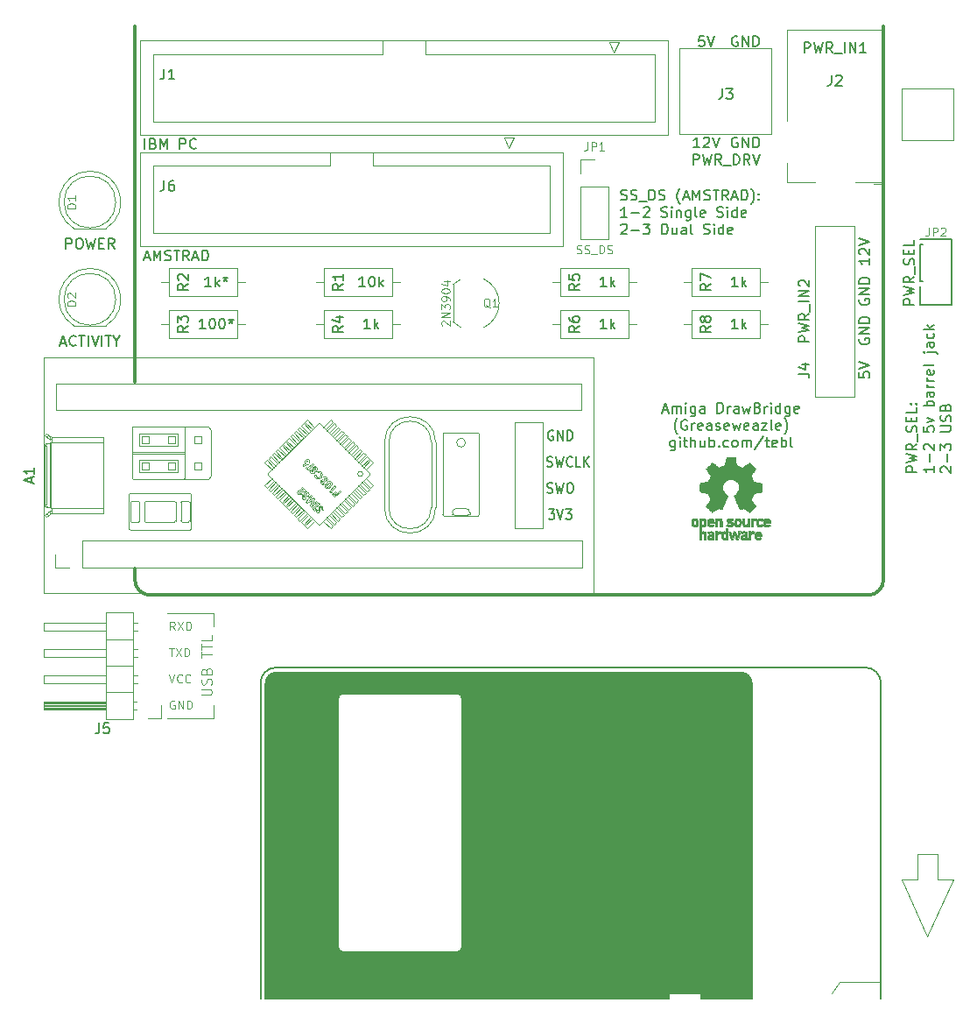
<source format=gto>
G04 #@! TF.GenerationSoftware,KiCad,Pcbnew,(5.1.8)-1*
G04 #@! TF.CreationDate,2021-11-20T23:27:48+01:00*
G04 #@! TF.ProjectId,Greaseweazle,47726561-7365-4776-9561-7a6c652e6b69,rev?*
G04 #@! TF.SameCoordinates,Original*
G04 #@! TF.FileFunction,Legend,Top*
G04 #@! TF.FilePolarity,Positive*
%FSLAX46Y46*%
G04 Gerber Fmt 4.6, Leading zero omitted, Abs format (unit mm)*
G04 Created by KiCad (PCBNEW (5.1.8)-1) date 2021-11-20 23:27:48*
%MOMM*%
%LPD*%
G01*
G04 APERTURE LIST*
%ADD10C,0.150000*%
%ADD11C,0.120000*%
%ADD12C,0.100000*%
%ADD13C,0.300000*%
%ADD14C,0.200000*%
%ADD15C,0.010000*%
G04 APERTURE END LIST*
D10*
X117810595Y-66873380D02*
X117810595Y-65873380D01*
X118620119Y-66349571D02*
X118762976Y-66397190D01*
X118810595Y-66444809D01*
X118858214Y-66540047D01*
X118858214Y-66682904D01*
X118810595Y-66778142D01*
X118762976Y-66825761D01*
X118667738Y-66873380D01*
X118286785Y-66873380D01*
X118286785Y-65873380D01*
X118620119Y-65873380D01*
X118715357Y-65921000D01*
X118762976Y-65968619D01*
X118810595Y-66063857D01*
X118810595Y-66159095D01*
X118762976Y-66254333D01*
X118715357Y-66301952D01*
X118620119Y-66349571D01*
X118286785Y-66349571D01*
X119286785Y-66873380D02*
X119286785Y-65873380D01*
X119620119Y-66587666D01*
X119953452Y-65873380D01*
X119953452Y-66873380D01*
X121191547Y-66873380D02*
X121191547Y-65873380D01*
X121572500Y-65873380D01*
X121667738Y-65921000D01*
X121715357Y-65968619D01*
X121762976Y-66063857D01*
X121762976Y-66206714D01*
X121715357Y-66301952D01*
X121667738Y-66349571D01*
X121572500Y-66397190D01*
X121191547Y-66397190D01*
X122762976Y-66778142D02*
X122715357Y-66825761D01*
X122572500Y-66873380D01*
X122477261Y-66873380D01*
X122334404Y-66825761D01*
X122239166Y-66730523D01*
X122191547Y-66635285D01*
X122143928Y-66444809D01*
X122143928Y-66301952D01*
X122191547Y-66111476D01*
X122239166Y-66016238D01*
X122334404Y-65921000D01*
X122477261Y-65873380D01*
X122572500Y-65873380D01*
X122715357Y-65921000D01*
X122762976Y-65968619D01*
X117762976Y-77382666D02*
X118239166Y-77382666D01*
X117667738Y-77668380D02*
X118001071Y-76668380D01*
X118334404Y-77668380D01*
X118667738Y-77668380D02*
X118667738Y-76668380D01*
X119001071Y-77382666D01*
X119334404Y-76668380D01*
X119334404Y-77668380D01*
X119762976Y-77620761D02*
X119905833Y-77668380D01*
X120143928Y-77668380D01*
X120239166Y-77620761D01*
X120286785Y-77573142D01*
X120334404Y-77477904D01*
X120334404Y-77382666D01*
X120286785Y-77287428D01*
X120239166Y-77239809D01*
X120143928Y-77192190D01*
X119953452Y-77144571D01*
X119858214Y-77096952D01*
X119810595Y-77049333D01*
X119762976Y-76954095D01*
X119762976Y-76858857D01*
X119810595Y-76763619D01*
X119858214Y-76716000D01*
X119953452Y-76668380D01*
X120191547Y-76668380D01*
X120334404Y-76716000D01*
X120620119Y-76668380D02*
X121191547Y-76668380D01*
X120905833Y-77668380D02*
X120905833Y-76668380D01*
X122096309Y-77668380D02*
X121762976Y-77192190D01*
X121524880Y-77668380D02*
X121524880Y-76668380D01*
X121905833Y-76668380D01*
X122001071Y-76716000D01*
X122048690Y-76763619D01*
X122096309Y-76858857D01*
X122096309Y-77001714D01*
X122048690Y-77096952D01*
X122001071Y-77144571D01*
X121905833Y-77192190D01*
X121524880Y-77192190D01*
X122477261Y-77382666D02*
X122953452Y-77382666D01*
X122382023Y-77668380D02*
X122715357Y-76668380D01*
X123048690Y-77668380D01*
X123382023Y-77668380D02*
X123382023Y-76668380D01*
X123620119Y-76668380D01*
X123762976Y-76716000D01*
X123858214Y-76811238D01*
X123905833Y-76906476D01*
X123953452Y-77096952D01*
X123953452Y-77239809D01*
X123905833Y-77430285D01*
X123858214Y-77525523D01*
X123762976Y-77620761D01*
X123620119Y-77668380D01*
X123382023Y-77668380D01*
X163863976Y-71779761D02*
X164006833Y-71827380D01*
X164244928Y-71827380D01*
X164340166Y-71779761D01*
X164387785Y-71732142D01*
X164435404Y-71636904D01*
X164435404Y-71541666D01*
X164387785Y-71446428D01*
X164340166Y-71398809D01*
X164244928Y-71351190D01*
X164054452Y-71303571D01*
X163959214Y-71255952D01*
X163911595Y-71208333D01*
X163863976Y-71113095D01*
X163863976Y-71017857D01*
X163911595Y-70922619D01*
X163959214Y-70875000D01*
X164054452Y-70827380D01*
X164292547Y-70827380D01*
X164435404Y-70875000D01*
X164816357Y-71779761D02*
X164959214Y-71827380D01*
X165197309Y-71827380D01*
X165292547Y-71779761D01*
X165340166Y-71732142D01*
X165387785Y-71636904D01*
X165387785Y-71541666D01*
X165340166Y-71446428D01*
X165292547Y-71398809D01*
X165197309Y-71351190D01*
X165006833Y-71303571D01*
X164911595Y-71255952D01*
X164863976Y-71208333D01*
X164816357Y-71113095D01*
X164816357Y-71017857D01*
X164863976Y-70922619D01*
X164911595Y-70875000D01*
X165006833Y-70827380D01*
X165244928Y-70827380D01*
X165387785Y-70875000D01*
X165578261Y-71922619D02*
X166340166Y-71922619D01*
X166578261Y-71827380D02*
X166578261Y-70827380D01*
X166816357Y-70827380D01*
X166959214Y-70875000D01*
X167054452Y-70970238D01*
X167102071Y-71065476D01*
X167149690Y-71255952D01*
X167149690Y-71398809D01*
X167102071Y-71589285D01*
X167054452Y-71684523D01*
X166959214Y-71779761D01*
X166816357Y-71827380D01*
X166578261Y-71827380D01*
X167530642Y-71779761D02*
X167673500Y-71827380D01*
X167911595Y-71827380D01*
X168006833Y-71779761D01*
X168054452Y-71732142D01*
X168102071Y-71636904D01*
X168102071Y-71541666D01*
X168054452Y-71446428D01*
X168006833Y-71398809D01*
X167911595Y-71351190D01*
X167721119Y-71303571D01*
X167625880Y-71255952D01*
X167578261Y-71208333D01*
X167530642Y-71113095D01*
X167530642Y-71017857D01*
X167578261Y-70922619D01*
X167625880Y-70875000D01*
X167721119Y-70827380D01*
X167959214Y-70827380D01*
X168102071Y-70875000D01*
X169578261Y-72208333D02*
X169530642Y-72160714D01*
X169435404Y-72017857D01*
X169387785Y-71922619D01*
X169340166Y-71779761D01*
X169292547Y-71541666D01*
X169292547Y-71351190D01*
X169340166Y-71113095D01*
X169387785Y-70970238D01*
X169435404Y-70875000D01*
X169530642Y-70732142D01*
X169578261Y-70684523D01*
X169911595Y-71541666D02*
X170387785Y-71541666D01*
X169816357Y-71827380D02*
X170149690Y-70827380D01*
X170483023Y-71827380D01*
X170816357Y-71827380D02*
X170816357Y-70827380D01*
X171149690Y-71541666D01*
X171483023Y-70827380D01*
X171483023Y-71827380D01*
X171911595Y-71779761D02*
X172054452Y-71827380D01*
X172292547Y-71827380D01*
X172387785Y-71779761D01*
X172435404Y-71732142D01*
X172483023Y-71636904D01*
X172483023Y-71541666D01*
X172435404Y-71446428D01*
X172387785Y-71398809D01*
X172292547Y-71351190D01*
X172102071Y-71303571D01*
X172006833Y-71255952D01*
X171959214Y-71208333D01*
X171911595Y-71113095D01*
X171911595Y-71017857D01*
X171959214Y-70922619D01*
X172006833Y-70875000D01*
X172102071Y-70827380D01*
X172340166Y-70827380D01*
X172483023Y-70875000D01*
X172768738Y-70827380D02*
X173340166Y-70827380D01*
X173054452Y-71827380D02*
X173054452Y-70827380D01*
X174244928Y-71827380D02*
X173911595Y-71351190D01*
X173673500Y-71827380D02*
X173673500Y-70827380D01*
X174054452Y-70827380D01*
X174149690Y-70875000D01*
X174197309Y-70922619D01*
X174244928Y-71017857D01*
X174244928Y-71160714D01*
X174197309Y-71255952D01*
X174149690Y-71303571D01*
X174054452Y-71351190D01*
X173673500Y-71351190D01*
X174625880Y-71541666D02*
X175102071Y-71541666D01*
X174530642Y-71827380D02*
X174863976Y-70827380D01*
X175197309Y-71827380D01*
X175530642Y-71827380D02*
X175530642Y-70827380D01*
X175768738Y-70827380D01*
X175911595Y-70875000D01*
X176006833Y-70970238D01*
X176054452Y-71065476D01*
X176102071Y-71255952D01*
X176102071Y-71398809D01*
X176054452Y-71589285D01*
X176006833Y-71684523D01*
X175911595Y-71779761D01*
X175768738Y-71827380D01*
X175530642Y-71827380D01*
X176435404Y-72208333D02*
X176483023Y-72160714D01*
X176578261Y-72017857D01*
X176625880Y-71922619D01*
X176673500Y-71779761D01*
X176721119Y-71541666D01*
X176721119Y-71351190D01*
X176673500Y-71113095D01*
X176625880Y-70970238D01*
X176578261Y-70875000D01*
X176483023Y-70732142D01*
X176435404Y-70684523D01*
X177197309Y-71732142D02*
X177244928Y-71779761D01*
X177197309Y-71827380D01*
X177149690Y-71779761D01*
X177197309Y-71732142D01*
X177197309Y-71827380D01*
X177197309Y-71208333D02*
X177244928Y-71255952D01*
X177197309Y-71303571D01*
X177149690Y-71255952D01*
X177197309Y-71208333D01*
X177197309Y-71303571D01*
X164435404Y-73477380D02*
X163863976Y-73477380D01*
X164149690Y-73477380D02*
X164149690Y-72477380D01*
X164054452Y-72620238D01*
X163959214Y-72715476D01*
X163863976Y-72763095D01*
X164863976Y-73096428D02*
X165625880Y-73096428D01*
X166054452Y-72572619D02*
X166102071Y-72525000D01*
X166197309Y-72477380D01*
X166435404Y-72477380D01*
X166530642Y-72525000D01*
X166578261Y-72572619D01*
X166625880Y-72667857D01*
X166625880Y-72763095D01*
X166578261Y-72905952D01*
X166006833Y-73477380D01*
X166625880Y-73477380D01*
X167768738Y-73429761D02*
X167911595Y-73477380D01*
X168149690Y-73477380D01*
X168244928Y-73429761D01*
X168292547Y-73382142D01*
X168340166Y-73286904D01*
X168340166Y-73191666D01*
X168292547Y-73096428D01*
X168244928Y-73048809D01*
X168149690Y-73001190D01*
X167959214Y-72953571D01*
X167863976Y-72905952D01*
X167816357Y-72858333D01*
X167768738Y-72763095D01*
X167768738Y-72667857D01*
X167816357Y-72572619D01*
X167863976Y-72525000D01*
X167959214Y-72477380D01*
X168197309Y-72477380D01*
X168340166Y-72525000D01*
X168768738Y-73477380D02*
X168768738Y-72810714D01*
X168768738Y-72477380D02*
X168721119Y-72525000D01*
X168768738Y-72572619D01*
X168816357Y-72525000D01*
X168768738Y-72477380D01*
X168768738Y-72572619D01*
X169244928Y-72810714D02*
X169244928Y-73477380D01*
X169244928Y-72905952D02*
X169292547Y-72858333D01*
X169387785Y-72810714D01*
X169530642Y-72810714D01*
X169625880Y-72858333D01*
X169673500Y-72953571D01*
X169673500Y-73477380D01*
X170578261Y-72810714D02*
X170578261Y-73620238D01*
X170530642Y-73715476D01*
X170483023Y-73763095D01*
X170387785Y-73810714D01*
X170244928Y-73810714D01*
X170149690Y-73763095D01*
X170578261Y-73429761D02*
X170483023Y-73477380D01*
X170292547Y-73477380D01*
X170197309Y-73429761D01*
X170149690Y-73382142D01*
X170102071Y-73286904D01*
X170102071Y-73001190D01*
X170149690Y-72905952D01*
X170197309Y-72858333D01*
X170292547Y-72810714D01*
X170483023Y-72810714D01*
X170578261Y-72858333D01*
X171197309Y-73477380D02*
X171102071Y-73429761D01*
X171054452Y-73334523D01*
X171054452Y-72477380D01*
X171959214Y-73429761D02*
X171863976Y-73477380D01*
X171673500Y-73477380D01*
X171578261Y-73429761D01*
X171530642Y-73334523D01*
X171530642Y-72953571D01*
X171578261Y-72858333D01*
X171673500Y-72810714D01*
X171863976Y-72810714D01*
X171959214Y-72858333D01*
X172006833Y-72953571D01*
X172006833Y-73048809D01*
X171530642Y-73144047D01*
X173149690Y-73429761D02*
X173292547Y-73477380D01*
X173530642Y-73477380D01*
X173625880Y-73429761D01*
X173673500Y-73382142D01*
X173721119Y-73286904D01*
X173721119Y-73191666D01*
X173673500Y-73096428D01*
X173625880Y-73048809D01*
X173530642Y-73001190D01*
X173340166Y-72953571D01*
X173244928Y-72905952D01*
X173197309Y-72858333D01*
X173149690Y-72763095D01*
X173149690Y-72667857D01*
X173197309Y-72572619D01*
X173244928Y-72525000D01*
X173340166Y-72477380D01*
X173578261Y-72477380D01*
X173721119Y-72525000D01*
X174149690Y-73477380D02*
X174149690Y-72810714D01*
X174149690Y-72477380D02*
X174102071Y-72525000D01*
X174149690Y-72572619D01*
X174197309Y-72525000D01*
X174149690Y-72477380D01*
X174149690Y-72572619D01*
X175054452Y-73477380D02*
X175054452Y-72477380D01*
X175054452Y-73429761D02*
X174959214Y-73477380D01*
X174768738Y-73477380D01*
X174673500Y-73429761D01*
X174625880Y-73382142D01*
X174578261Y-73286904D01*
X174578261Y-73001190D01*
X174625880Y-72905952D01*
X174673500Y-72858333D01*
X174768738Y-72810714D01*
X174959214Y-72810714D01*
X175054452Y-72858333D01*
X175911595Y-73429761D02*
X175816357Y-73477380D01*
X175625880Y-73477380D01*
X175530642Y-73429761D01*
X175483023Y-73334523D01*
X175483023Y-72953571D01*
X175530642Y-72858333D01*
X175625880Y-72810714D01*
X175816357Y-72810714D01*
X175911595Y-72858333D01*
X175959214Y-72953571D01*
X175959214Y-73048809D01*
X175483023Y-73144047D01*
X163863976Y-74222619D02*
X163911595Y-74175000D01*
X164006833Y-74127380D01*
X164244928Y-74127380D01*
X164340166Y-74175000D01*
X164387785Y-74222619D01*
X164435404Y-74317857D01*
X164435404Y-74413095D01*
X164387785Y-74555952D01*
X163816357Y-75127380D01*
X164435404Y-75127380D01*
X164863976Y-74746428D02*
X165625880Y-74746428D01*
X166006833Y-74127380D02*
X166625880Y-74127380D01*
X166292547Y-74508333D01*
X166435404Y-74508333D01*
X166530642Y-74555952D01*
X166578261Y-74603571D01*
X166625880Y-74698809D01*
X166625880Y-74936904D01*
X166578261Y-75032142D01*
X166530642Y-75079761D01*
X166435404Y-75127380D01*
X166149690Y-75127380D01*
X166054452Y-75079761D01*
X166006833Y-75032142D01*
X167816357Y-75127380D02*
X167816357Y-74127380D01*
X168054452Y-74127380D01*
X168197309Y-74175000D01*
X168292547Y-74270238D01*
X168340166Y-74365476D01*
X168387785Y-74555952D01*
X168387785Y-74698809D01*
X168340166Y-74889285D01*
X168292547Y-74984523D01*
X168197309Y-75079761D01*
X168054452Y-75127380D01*
X167816357Y-75127380D01*
X169244928Y-74460714D02*
X169244928Y-75127380D01*
X168816357Y-74460714D02*
X168816357Y-74984523D01*
X168863976Y-75079761D01*
X168959214Y-75127380D01*
X169102071Y-75127380D01*
X169197309Y-75079761D01*
X169244928Y-75032142D01*
X170149690Y-75127380D02*
X170149690Y-74603571D01*
X170102071Y-74508333D01*
X170006833Y-74460714D01*
X169816357Y-74460714D01*
X169721119Y-74508333D01*
X170149690Y-75079761D02*
X170054452Y-75127380D01*
X169816357Y-75127380D01*
X169721119Y-75079761D01*
X169673500Y-74984523D01*
X169673500Y-74889285D01*
X169721119Y-74794047D01*
X169816357Y-74746428D01*
X170054452Y-74746428D01*
X170149690Y-74698809D01*
X170768738Y-75127380D02*
X170673500Y-75079761D01*
X170625880Y-74984523D01*
X170625880Y-74127380D01*
X171863976Y-75079761D02*
X172006833Y-75127380D01*
X172244928Y-75127380D01*
X172340166Y-75079761D01*
X172387785Y-75032142D01*
X172435404Y-74936904D01*
X172435404Y-74841666D01*
X172387785Y-74746428D01*
X172340166Y-74698809D01*
X172244928Y-74651190D01*
X172054452Y-74603571D01*
X171959214Y-74555952D01*
X171911595Y-74508333D01*
X171863976Y-74413095D01*
X171863976Y-74317857D01*
X171911595Y-74222619D01*
X171959214Y-74175000D01*
X172054452Y-74127380D01*
X172292547Y-74127380D01*
X172435404Y-74175000D01*
X172863976Y-75127380D02*
X172863976Y-74460714D01*
X172863976Y-74127380D02*
X172816357Y-74175000D01*
X172863976Y-74222619D01*
X172911595Y-74175000D01*
X172863976Y-74127380D01*
X172863976Y-74222619D01*
X173768738Y-75127380D02*
X173768738Y-74127380D01*
X173768738Y-75079761D02*
X173673500Y-75127380D01*
X173483023Y-75127380D01*
X173387785Y-75079761D01*
X173340166Y-75032142D01*
X173292547Y-74936904D01*
X173292547Y-74651190D01*
X173340166Y-74555952D01*
X173387785Y-74508333D01*
X173483023Y-74460714D01*
X173673500Y-74460714D01*
X173768738Y-74508333D01*
X174625880Y-75079761D02*
X174530642Y-75127380D01*
X174340166Y-75127380D01*
X174244928Y-75079761D01*
X174197309Y-74984523D01*
X174197309Y-74603571D01*
X174244928Y-74508333D01*
X174340166Y-74460714D01*
X174530642Y-74460714D01*
X174625880Y-74508333D01*
X174673500Y-74603571D01*
X174673500Y-74698809D01*
X174197309Y-74794047D01*
D11*
X124460000Y-121920000D02*
X120015000Y-121920000D01*
X124460000Y-120650000D02*
X124460000Y-121920000D01*
X124460000Y-111760000D02*
X124460000Y-113030000D01*
X120015000Y-111760000D02*
X124460000Y-111760000D01*
D12*
X123277380Y-119649523D02*
X124086904Y-119649523D01*
X124182142Y-119601904D01*
X124229761Y-119554285D01*
X124277380Y-119459047D01*
X124277380Y-119268571D01*
X124229761Y-119173333D01*
X124182142Y-119125714D01*
X124086904Y-119078095D01*
X123277380Y-119078095D01*
X124229761Y-118649523D02*
X124277380Y-118506666D01*
X124277380Y-118268571D01*
X124229761Y-118173333D01*
X124182142Y-118125714D01*
X124086904Y-118078095D01*
X123991666Y-118078095D01*
X123896428Y-118125714D01*
X123848809Y-118173333D01*
X123801190Y-118268571D01*
X123753571Y-118459047D01*
X123705952Y-118554285D01*
X123658333Y-118601904D01*
X123563095Y-118649523D01*
X123467857Y-118649523D01*
X123372619Y-118601904D01*
X123325000Y-118554285D01*
X123277380Y-118459047D01*
X123277380Y-118220952D01*
X123325000Y-118078095D01*
X123753571Y-117316190D02*
X123801190Y-117173333D01*
X123848809Y-117125714D01*
X123944047Y-117078095D01*
X124086904Y-117078095D01*
X124182142Y-117125714D01*
X124229761Y-117173333D01*
X124277380Y-117268571D01*
X124277380Y-117649523D01*
X123277380Y-117649523D01*
X123277380Y-117316190D01*
X123325000Y-117220952D01*
X123372619Y-117173333D01*
X123467857Y-117125714D01*
X123563095Y-117125714D01*
X123658333Y-117173333D01*
X123705952Y-117220952D01*
X123753571Y-117316190D01*
X123753571Y-117649523D01*
X123277380Y-116030476D02*
X123277380Y-115459047D01*
X124277380Y-115744761D02*
X123277380Y-115744761D01*
X123277380Y-115268571D02*
X123277380Y-114697142D01*
X124277380Y-114982857D02*
X123277380Y-114982857D01*
X124277380Y-113887619D02*
X124277380Y-114363809D01*
X123277380Y-114363809D01*
X120727619Y-113391904D02*
X120460952Y-113010952D01*
X120270476Y-113391904D02*
X120270476Y-112591904D01*
X120575238Y-112591904D01*
X120651428Y-112630000D01*
X120689523Y-112668095D01*
X120727619Y-112744285D01*
X120727619Y-112858571D01*
X120689523Y-112934761D01*
X120651428Y-112972857D01*
X120575238Y-113010952D01*
X120270476Y-113010952D01*
X120994285Y-112591904D02*
X121527619Y-113391904D01*
X121527619Y-112591904D02*
X120994285Y-113391904D01*
X121832380Y-113391904D02*
X121832380Y-112591904D01*
X122022857Y-112591904D01*
X122137142Y-112630000D01*
X122213333Y-112706190D01*
X122251428Y-112782380D01*
X122289523Y-112934761D01*
X122289523Y-113049047D01*
X122251428Y-113201428D01*
X122213333Y-113277619D01*
X122137142Y-113353809D01*
X122022857Y-113391904D01*
X121832380Y-113391904D01*
X120156190Y-115131904D02*
X120613333Y-115131904D01*
X120384761Y-115931904D02*
X120384761Y-115131904D01*
X120803809Y-115131904D02*
X121337142Y-115931904D01*
X121337142Y-115131904D02*
X120803809Y-115931904D01*
X121641904Y-115931904D02*
X121641904Y-115131904D01*
X121832380Y-115131904D01*
X121946666Y-115170000D01*
X122022857Y-115246190D01*
X122060952Y-115322380D01*
X122099047Y-115474761D01*
X122099047Y-115589047D01*
X122060952Y-115741428D01*
X122022857Y-115817619D01*
X121946666Y-115893809D01*
X121832380Y-115931904D01*
X121641904Y-115931904D01*
X120156190Y-117671904D02*
X120422857Y-118471904D01*
X120689523Y-117671904D01*
X121413333Y-118395714D02*
X121375238Y-118433809D01*
X121260952Y-118471904D01*
X121184761Y-118471904D01*
X121070476Y-118433809D01*
X120994285Y-118357619D01*
X120956190Y-118281428D01*
X120918095Y-118129047D01*
X120918095Y-118014761D01*
X120956190Y-117862380D01*
X120994285Y-117786190D01*
X121070476Y-117710000D01*
X121184761Y-117671904D01*
X121260952Y-117671904D01*
X121375238Y-117710000D01*
X121413333Y-117748095D01*
X122213333Y-118395714D02*
X122175238Y-118433809D01*
X122060952Y-118471904D01*
X121984761Y-118471904D01*
X121870476Y-118433809D01*
X121794285Y-118357619D01*
X121756190Y-118281428D01*
X121718095Y-118129047D01*
X121718095Y-118014761D01*
X121756190Y-117862380D01*
X121794285Y-117786190D01*
X121870476Y-117710000D01*
X121984761Y-117671904D01*
X122060952Y-117671904D01*
X122175238Y-117710000D01*
X122213333Y-117748095D01*
X120689523Y-120250000D02*
X120613333Y-120211904D01*
X120499047Y-120211904D01*
X120384761Y-120250000D01*
X120308571Y-120326190D01*
X120270476Y-120402380D01*
X120232380Y-120554761D01*
X120232380Y-120669047D01*
X120270476Y-120821428D01*
X120308571Y-120897619D01*
X120384761Y-120973809D01*
X120499047Y-121011904D01*
X120575238Y-121011904D01*
X120689523Y-120973809D01*
X120727619Y-120935714D01*
X120727619Y-120669047D01*
X120575238Y-120669047D01*
X121070476Y-121011904D02*
X121070476Y-120211904D01*
X121527619Y-121011904D01*
X121527619Y-120211904D01*
X121908571Y-121011904D02*
X121908571Y-120211904D01*
X122099047Y-120211904D01*
X122213333Y-120250000D01*
X122289523Y-120326190D01*
X122327619Y-120402380D01*
X122365714Y-120554761D01*
X122365714Y-120669047D01*
X122327619Y-120821428D01*
X122289523Y-120897619D01*
X122213333Y-120973809D01*
X122099047Y-121011904D01*
X121908571Y-121011904D01*
D10*
X109666666Y-85637666D02*
X110142857Y-85637666D01*
X109571428Y-85923380D02*
X109904761Y-84923380D01*
X110238095Y-85923380D01*
X111142857Y-85828142D02*
X111095238Y-85875761D01*
X110952380Y-85923380D01*
X110857142Y-85923380D01*
X110714285Y-85875761D01*
X110619047Y-85780523D01*
X110571428Y-85685285D01*
X110523809Y-85494809D01*
X110523809Y-85351952D01*
X110571428Y-85161476D01*
X110619047Y-85066238D01*
X110714285Y-84971000D01*
X110857142Y-84923380D01*
X110952380Y-84923380D01*
X111095238Y-84971000D01*
X111142857Y-85018619D01*
X111428571Y-84923380D02*
X112000000Y-84923380D01*
X111714285Y-85923380D02*
X111714285Y-84923380D01*
X112333333Y-85923380D02*
X112333333Y-84923380D01*
X112666666Y-84923380D02*
X113000000Y-85923380D01*
X113333333Y-84923380D01*
X113666666Y-85923380D02*
X113666666Y-84923380D01*
X114000000Y-84923380D02*
X114571428Y-84923380D01*
X114285714Y-85923380D02*
X114285714Y-84923380D01*
X115095238Y-85447190D02*
X115095238Y-85923380D01*
X114761904Y-84923380D02*
X115095238Y-85447190D01*
X115428571Y-84923380D01*
X110190476Y-76525380D02*
X110190476Y-75525380D01*
X110571428Y-75525380D01*
X110666666Y-75573000D01*
X110714285Y-75620619D01*
X110761904Y-75715857D01*
X110761904Y-75858714D01*
X110714285Y-75953952D01*
X110666666Y-76001571D01*
X110571428Y-76049190D01*
X110190476Y-76049190D01*
X111380952Y-75525380D02*
X111571428Y-75525380D01*
X111666666Y-75573000D01*
X111761904Y-75668238D01*
X111809523Y-75858714D01*
X111809523Y-76192047D01*
X111761904Y-76382523D01*
X111666666Y-76477761D01*
X111571428Y-76525380D01*
X111380952Y-76525380D01*
X111285714Y-76477761D01*
X111190476Y-76382523D01*
X111142857Y-76192047D01*
X111142857Y-75858714D01*
X111190476Y-75668238D01*
X111285714Y-75573000D01*
X111380952Y-75525380D01*
X112142857Y-75525380D02*
X112380952Y-76525380D01*
X112571428Y-75811095D01*
X112761904Y-76525380D01*
X113000000Y-75525380D01*
X113380952Y-76001571D02*
X113714285Y-76001571D01*
X113857142Y-76525380D02*
X113380952Y-76525380D01*
X113380952Y-75525380D01*
X113857142Y-75525380D01*
X114857142Y-76525380D02*
X114523809Y-76049190D01*
X114285714Y-76525380D02*
X114285714Y-75525380D01*
X114666666Y-75525380D01*
X114761904Y-75573000D01*
X114809523Y-75620619D01*
X114857142Y-75715857D01*
X114857142Y-75858714D01*
X114809523Y-75953952D01*
X114761904Y-76001571D01*
X114666666Y-76049190D01*
X114285714Y-76049190D01*
X167902761Y-92116666D02*
X168378952Y-92116666D01*
X167807523Y-92402380D02*
X168140857Y-91402380D01*
X168474190Y-92402380D01*
X168807523Y-92402380D02*
X168807523Y-91735714D01*
X168807523Y-91830952D02*
X168855142Y-91783333D01*
X168950380Y-91735714D01*
X169093238Y-91735714D01*
X169188476Y-91783333D01*
X169236095Y-91878571D01*
X169236095Y-92402380D01*
X169236095Y-91878571D02*
X169283714Y-91783333D01*
X169378952Y-91735714D01*
X169521809Y-91735714D01*
X169617047Y-91783333D01*
X169664666Y-91878571D01*
X169664666Y-92402380D01*
X170140857Y-92402380D02*
X170140857Y-91735714D01*
X170140857Y-91402380D02*
X170093238Y-91450000D01*
X170140857Y-91497619D01*
X170188476Y-91450000D01*
X170140857Y-91402380D01*
X170140857Y-91497619D01*
X171045619Y-91735714D02*
X171045619Y-92545238D01*
X170998000Y-92640476D01*
X170950380Y-92688095D01*
X170855142Y-92735714D01*
X170712285Y-92735714D01*
X170617047Y-92688095D01*
X171045619Y-92354761D02*
X170950380Y-92402380D01*
X170759904Y-92402380D01*
X170664666Y-92354761D01*
X170617047Y-92307142D01*
X170569428Y-92211904D01*
X170569428Y-91926190D01*
X170617047Y-91830952D01*
X170664666Y-91783333D01*
X170759904Y-91735714D01*
X170950380Y-91735714D01*
X171045619Y-91783333D01*
X171950380Y-92402380D02*
X171950380Y-91878571D01*
X171902761Y-91783333D01*
X171807523Y-91735714D01*
X171617047Y-91735714D01*
X171521809Y-91783333D01*
X171950380Y-92354761D02*
X171855142Y-92402380D01*
X171617047Y-92402380D01*
X171521809Y-92354761D01*
X171474190Y-92259523D01*
X171474190Y-92164285D01*
X171521809Y-92069047D01*
X171617047Y-92021428D01*
X171855142Y-92021428D01*
X171950380Y-91973809D01*
X173188476Y-92402380D02*
X173188476Y-91402380D01*
X173426571Y-91402380D01*
X173569428Y-91450000D01*
X173664666Y-91545238D01*
X173712285Y-91640476D01*
X173759904Y-91830952D01*
X173759904Y-91973809D01*
X173712285Y-92164285D01*
X173664666Y-92259523D01*
X173569428Y-92354761D01*
X173426571Y-92402380D01*
X173188476Y-92402380D01*
X174188476Y-92402380D02*
X174188476Y-91735714D01*
X174188476Y-91926190D02*
X174236095Y-91830952D01*
X174283714Y-91783333D01*
X174378952Y-91735714D01*
X174474190Y-91735714D01*
X175236095Y-92402380D02*
X175236095Y-91878571D01*
X175188476Y-91783333D01*
X175093238Y-91735714D01*
X174902761Y-91735714D01*
X174807523Y-91783333D01*
X175236095Y-92354761D02*
X175140857Y-92402380D01*
X174902761Y-92402380D01*
X174807523Y-92354761D01*
X174759904Y-92259523D01*
X174759904Y-92164285D01*
X174807523Y-92069047D01*
X174902761Y-92021428D01*
X175140857Y-92021428D01*
X175236095Y-91973809D01*
X175617047Y-91735714D02*
X175807523Y-92402380D01*
X175998000Y-91926190D01*
X176188476Y-92402380D01*
X176378952Y-91735714D01*
X177093238Y-91878571D02*
X177236095Y-91926190D01*
X177283714Y-91973809D01*
X177331333Y-92069047D01*
X177331333Y-92211904D01*
X177283714Y-92307142D01*
X177236095Y-92354761D01*
X177140857Y-92402380D01*
X176759904Y-92402380D01*
X176759904Y-91402380D01*
X177093238Y-91402380D01*
X177188476Y-91450000D01*
X177236095Y-91497619D01*
X177283714Y-91592857D01*
X177283714Y-91688095D01*
X177236095Y-91783333D01*
X177188476Y-91830952D01*
X177093238Y-91878571D01*
X176759904Y-91878571D01*
X177759904Y-92402380D02*
X177759904Y-91735714D01*
X177759904Y-91926190D02*
X177807523Y-91830952D01*
X177855142Y-91783333D01*
X177950380Y-91735714D01*
X178045619Y-91735714D01*
X178378952Y-92402380D02*
X178378952Y-91735714D01*
X178378952Y-91402380D02*
X178331333Y-91450000D01*
X178378952Y-91497619D01*
X178426571Y-91450000D01*
X178378952Y-91402380D01*
X178378952Y-91497619D01*
X179283714Y-92402380D02*
X179283714Y-91402380D01*
X179283714Y-92354761D02*
X179188476Y-92402380D01*
X178998000Y-92402380D01*
X178902761Y-92354761D01*
X178855142Y-92307142D01*
X178807523Y-92211904D01*
X178807523Y-91926190D01*
X178855142Y-91830952D01*
X178902761Y-91783333D01*
X178998000Y-91735714D01*
X179188476Y-91735714D01*
X179283714Y-91783333D01*
X180188476Y-91735714D02*
X180188476Y-92545238D01*
X180140857Y-92640476D01*
X180093238Y-92688095D01*
X179998000Y-92735714D01*
X179855142Y-92735714D01*
X179759904Y-92688095D01*
X180188476Y-92354761D02*
X180093238Y-92402380D01*
X179902761Y-92402380D01*
X179807523Y-92354761D01*
X179759904Y-92307142D01*
X179712285Y-92211904D01*
X179712285Y-91926190D01*
X179759904Y-91830952D01*
X179807523Y-91783333D01*
X179902761Y-91735714D01*
X180093238Y-91735714D01*
X180188476Y-91783333D01*
X181045619Y-92354761D02*
X180950380Y-92402380D01*
X180759904Y-92402380D01*
X180664666Y-92354761D01*
X180617047Y-92259523D01*
X180617047Y-91878571D01*
X180664666Y-91783333D01*
X180759904Y-91735714D01*
X180950380Y-91735714D01*
X181045619Y-91783333D01*
X181093238Y-91878571D01*
X181093238Y-91973809D01*
X180617047Y-92069047D01*
X169331333Y-94433333D02*
X169283714Y-94385714D01*
X169188476Y-94242857D01*
X169140857Y-94147619D01*
X169093238Y-94004761D01*
X169045619Y-93766666D01*
X169045619Y-93576190D01*
X169093238Y-93338095D01*
X169140857Y-93195238D01*
X169188476Y-93100000D01*
X169283714Y-92957142D01*
X169331333Y-92909523D01*
X170236095Y-93100000D02*
X170140857Y-93052380D01*
X169998000Y-93052380D01*
X169855142Y-93100000D01*
X169759904Y-93195238D01*
X169712285Y-93290476D01*
X169664666Y-93480952D01*
X169664666Y-93623809D01*
X169712285Y-93814285D01*
X169759904Y-93909523D01*
X169855142Y-94004761D01*
X169998000Y-94052380D01*
X170093238Y-94052380D01*
X170236095Y-94004761D01*
X170283714Y-93957142D01*
X170283714Y-93623809D01*
X170093238Y-93623809D01*
X170712285Y-94052380D02*
X170712285Y-93385714D01*
X170712285Y-93576190D02*
X170759904Y-93480952D01*
X170807523Y-93433333D01*
X170902761Y-93385714D01*
X170998000Y-93385714D01*
X171712285Y-94004761D02*
X171617047Y-94052380D01*
X171426571Y-94052380D01*
X171331333Y-94004761D01*
X171283714Y-93909523D01*
X171283714Y-93528571D01*
X171331333Y-93433333D01*
X171426571Y-93385714D01*
X171617047Y-93385714D01*
X171712285Y-93433333D01*
X171759904Y-93528571D01*
X171759904Y-93623809D01*
X171283714Y-93719047D01*
X172617047Y-94052380D02*
X172617047Y-93528571D01*
X172569428Y-93433333D01*
X172474190Y-93385714D01*
X172283714Y-93385714D01*
X172188476Y-93433333D01*
X172617047Y-94004761D02*
X172521809Y-94052380D01*
X172283714Y-94052380D01*
X172188476Y-94004761D01*
X172140857Y-93909523D01*
X172140857Y-93814285D01*
X172188476Y-93719047D01*
X172283714Y-93671428D01*
X172521809Y-93671428D01*
X172617047Y-93623809D01*
X173045619Y-94004761D02*
X173140857Y-94052380D01*
X173331333Y-94052380D01*
X173426571Y-94004761D01*
X173474190Y-93909523D01*
X173474190Y-93861904D01*
X173426571Y-93766666D01*
X173331333Y-93719047D01*
X173188476Y-93719047D01*
X173093238Y-93671428D01*
X173045619Y-93576190D01*
X173045619Y-93528571D01*
X173093238Y-93433333D01*
X173188476Y-93385714D01*
X173331333Y-93385714D01*
X173426571Y-93433333D01*
X174283714Y-94004761D02*
X174188476Y-94052380D01*
X173998000Y-94052380D01*
X173902761Y-94004761D01*
X173855142Y-93909523D01*
X173855142Y-93528571D01*
X173902761Y-93433333D01*
X173998000Y-93385714D01*
X174188476Y-93385714D01*
X174283714Y-93433333D01*
X174331333Y-93528571D01*
X174331333Y-93623809D01*
X173855142Y-93719047D01*
X174664666Y-93385714D02*
X174855142Y-94052380D01*
X175045619Y-93576190D01*
X175236095Y-94052380D01*
X175426571Y-93385714D01*
X176188476Y-94004761D02*
X176093238Y-94052380D01*
X175902761Y-94052380D01*
X175807523Y-94004761D01*
X175759904Y-93909523D01*
X175759904Y-93528571D01*
X175807523Y-93433333D01*
X175902761Y-93385714D01*
X176093238Y-93385714D01*
X176188476Y-93433333D01*
X176236095Y-93528571D01*
X176236095Y-93623809D01*
X175759904Y-93719047D01*
X177093238Y-94052380D02*
X177093238Y-93528571D01*
X177045619Y-93433333D01*
X176950380Y-93385714D01*
X176759904Y-93385714D01*
X176664666Y-93433333D01*
X177093238Y-94004761D02*
X176998000Y-94052380D01*
X176759904Y-94052380D01*
X176664666Y-94004761D01*
X176617047Y-93909523D01*
X176617047Y-93814285D01*
X176664666Y-93719047D01*
X176759904Y-93671428D01*
X176998000Y-93671428D01*
X177093238Y-93623809D01*
X177474190Y-93385714D02*
X177998000Y-93385714D01*
X177474190Y-94052380D01*
X177998000Y-94052380D01*
X178521809Y-94052380D02*
X178426571Y-94004761D01*
X178378952Y-93909523D01*
X178378952Y-93052380D01*
X179283714Y-94004761D02*
X179188476Y-94052380D01*
X178998000Y-94052380D01*
X178902761Y-94004761D01*
X178855142Y-93909523D01*
X178855142Y-93528571D01*
X178902761Y-93433333D01*
X178998000Y-93385714D01*
X179188476Y-93385714D01*
X179283714Y-93433333D01*
X179331333Y-93528571D01*
X179331333Y-93623809D01*
X178855142Y-93719047D01*
X179664666Y-94433333D02*
X179712285Y-94385714D01*
X179807523Y-94242857D01*
X179855142Y-94147619D01*
X179902761Y-94004761D01*
X179950380Y-93766666D01*
X179950380Y-93576190D01*
X179902761Y-93338095D01*
X179855142Y-93195238D01*
X179807523Y-93100000D01*
X179712285Y-92957142D01*
X179664666Y-92909523D01*
X169093238Y-95035714D02*
X169093238Y-95845238D01*
X169045619Y-95940476D01*
X168998000Y-95988095D01*
X168902761Y-96035714D01*
X168759904Y-96035714D01*
X168664666Y-95988095D01*
X169093238Y-95654761D02*
X168998000Y-95702380D01*
X168807523Y-95702380D01*
X168712285Y-95654761D01*
X168664666Y-95607142D01*
X168617047Y-95511904D01*
X168617047Y-95226190D01*
X168664666Y-95130952D01*
X168712285Y-95083333D01*
X168807523Y-95035714D01*
X168998000Y-95035714D01*
X169093238Y-95083333D01*
X169569428Y-95702380D02*
X169569428Y-95035714D01*
X169569428Y-94702380D02*
X169521809Y-94750000D01*
X169569428Y-94797619D01*
X169617047Y-94750000D01*
X169569428Y-94702380D01*
X169569428Y-94797619D01*
X169902761Y-95035714D02*
X170283714Y-95035714D01*
X170045619Y-94702380D02*
X170045619Y-95559523D01*
X170093238Y-95654761D01*
X170188476Y-95702380D01*
X170283714Y-95702380D01*
X170617047Y-95702380D02*
X170617047Y-94702380D01*
X171045619Y-95702380D02*
X171045619Y-95178571D01*
X170998000Y-95083333D01*
X170902761Y-95035714D01*
X170759904Y-95035714D01*
X170664666Y-95083333D01*
X170617047Y-95130952D01*
X171950380Y-95035714D02*
X171950380Y-95702380D01*
X171521809Y-95035714D02*
X171521809Y-95559523D01*
X171569428Y-95654761D01*
X171664666Y-95702380D01*
X171807523Y-95702380D01*
X171902761Y-95654761D01*
X171950380Y-95607142D01*
X172426571Y-95702380D02*
X172426571Y-94702380D01*
X172426571Y-95083333D02*
X172521809Y-95035714D01*
X172712285Y-95035714D01*
X172807523Y-95083333D01*
X172855142Y-95130952D01*
X172902761Y-95226190D01*
X172902761Y-95511904D01*
X172855142Y-95607142D01*
X172807523Y-95654761D01*
X172712285Y-95702380D01*
X172521809Y-95702380D01*
X172426571Y-95654761D01*
X173331333Y-95607142D02*
X173378952Y-95654761D01*
X173331333Y-95702380D01*
X173283714Y-95654761D01*
X173331333Y-95607142D01*
X173331333Y-95702380D01*
X174236095Y-95654761D02*
X174140857Y-95702380D01*
X173950380Y-95702380D01*
X173855142Y-95654761D01*
X173807523Y-95607142D01*
X173759904Y-95511904D01*
X173759904Y-95226190D01*
X173807523Y-95130952D01*
X173855142Y-95083333D01*
X173950380Y-95035714D01*
X174140857Y-95035714D01*
X174236095Y-95083333D01*
X174807523Y-95702380D02*
X174712285Y-95654761D01*
X174664666Y-95607142D01*
X174617047Y-95511904D01*
X174617047Y-95226190D01*
X174664666Y-95130952D01*
X174712285Y-95083333D01*
X174807523Y-95035714D01*
X174950380Y-95035714D01*
X175045619Y-95083333D01*
X175093238Y-95130952D01*
X175140857Y-95226190D01*
X175140857Y-95511904D01*
X175093238Y-95607142D01*
X175045619Y-95654761D01*
X174950380Y-95702380D01*
X174807523Y-95702380D01*
X175569428Y-95702380D02*
X175569428Y-95035714D01*
X175569428Y-95130952D02*
X175617047Y-95083333D01*
X175712285Y-95035714D01*
X175855142Y-95035714D01*
X175950380Y-95083333D01*
X175998000Y-95178571D01*
X175998000Y-95702380D01*
X175998000Y-95178571D02*
X176045619Y-95083333D01*
X176140857Y-95035714D01*
X176283714Y-95035714D01*
X176378952Y-95083333D01*
X176426571Y-95178571D01*
X176426571Y-95702380D01*
X177617047Y-94654761D02*
X176759904Y-95940476D01*
X177807523Y-95035714D02*
X178188476Y-95035714D01*
X177950380Y-94702380D02*
X177950380Y-95559523D01*
X177998000Y-95654761D01*
X178093238Y-95702380D01*
X178188476Y-95702380D01*
X178902761Y-95654761D02*
X178807523Y-95702380D01*
X178617047Y-95702380D01*
X178521809Y-95654761D01*
X178474190Y-95559523D01*
X178474190Y-95178571D01*
X178521809Y-95083333D01*
X178617047Y-95035714D01*
X178807523Y-95035714D01*
X178902761Y-95083333D01*
X178950380Y-95178571D01*
X178950380Y-95273809D01*
X178474190Y-95369047D01*
X179378952Y-95702380D02*
X179378952Y-94702380D01*
X179378952Y-95083333D02*
X179474190Y-95035714D01*
X179664666Y-95035714D01*
X179759904Y-95083333D01*
X179807523Y-95130952D01*
X179855142Y-95226190D01*
X179855142Y-95511904D01*
X179807523Y-95607142D01*
X179759904Y-95654761D01*
X179664666Y-95702380D01*
X179474190Y-95702380D01*
X179378952Y-95654761D01*
X180426571Y-95702380D02*
X180331333Y-95654761D01*
X180283714Y-95559523D01*
X180283714Y-94702380D01*
X192477380Y-98089404D02*
X191477380Y-98089404D01*
X191477380Y-97708452D01*
X191525000Y-97613214D01*
X191572619Y-97565595D01*
X191667857Y-97517976D01*
X191810714Y-97517976D01*
X191905952Y-97565595D01*
X191953571Y-97613214D01*
X192001190Y-97708452D01*
X192001190Y-98089404D01*
X191477380Y-97184642D02*
X192477380Y-96946547D01*
X191763095Y-96756071D01*
X192477380Y-96565595D01*
X191477380Y-96327500D01*
X192477380Y-95375119D02*
X192001190Y-95708452D01*
X192477380Y-95946547D02*
X191477380Y-95946547D01*
X191477380Y-95565595D01*
X191525000Y-95470357D01*
X191572619Y-95422738D01*
X191667857Y-95375119D01*
X191810714Y-95375119D01*
X191905952Y-95422738D01*
X191953571Y-95470357D01*
X192001190Y-95565595D01*
X192001190Y-95946547D01*
X192572619Y-95184642D02*
X192572619Y-94422738D01*
X192429761Y-94232261D02*
X192477380Y-94089404D01*
X192477380Y-93851309D01*
X192429761Y-93756071D01*
X192382142Y-93708452D01*
X192286904Y-93660833D01*
X192191666Y-93660833D01*
X192096428Y-93708452D01*
X192048809Y-93756071D01*
X192001190Y-93851309D01*
X191953571Y-94041785D01*
X191905952Y-94137023D01*
X191858333Y-94184642D01*
X191763095Y-94232261D01*
X191667857Y-94232261D01*
X191572619Y-94184642D01*
X191525000Y-94137023D01*
X191477380Y-94041785D01*
X191477380Y-93803690D01*
X191525000Y-93660833D01*
X191953571Y-93232261D02*
X191953571Y-92898928D01*
X192477380Y-92756071D02*
X192477380Y-93232261D01*
X191477380Y-93232261D01*
X191477380Y-92756071D01*
X192477380Y-91851309D02*
X192477380Y-92327500D01*
X191477380Y-92327500D01*
X192382142Y-91517976D02*
X192429761Y-91470357D01*
X192477380Y-91517976D01*
X192429761Y-91565595D01*
X192382142Y-91517976D01*
X192477380Y-91517976D01*
X191858333Y-91517976D02*
X191905952Y-91470357D01*
X191953571Y-91517976D01*
X191905952Y-91565595D01*
X191858333Y-91517976D01*
X191953571Y-91517976D01*
X194127380Y-97565595D02*
X194127380Y-98137023D01*
X194127380Y-97851309D02*
X193127380Y-97851309D01*
X193270238Y-97946547D01*
X193365476Y-98041785D01*
X193413095Y-98137023D01*
X193746428Y-97137023D02*
X193746428Y-96375119D01*
X193222619Y-95946547D02*
X193175000Y-95898928D01*
X193127380Y-95803690D01*
X193127380Y-95565595D01*
X193175000Y-95470357D01*
X193222619Y-95422738D01*
X193317857Y-95375119D01*
X193413095Y-95375119D01*
X193555952Y-95422738D01*
X194127380Y-95994166D01*
X194127380Y-95375119D01*
X193127380Y-93708452D02*
X193127380Y-94184642D01*
X193603571Y-94232261D01*
X193555952Y-94184642D01*
X193508333Y-94089404D01*
X193508333Y-93851309D01*
X193555952Y-93756071D01*
X193603571Y-93708452D01*
X193698809Y-93660833D01*
X193936904Y-93660833D01*
X194032142Y-93708452D01*
X194079761Y-93756071D01*
X194127380Y-93851309D01*
X194127380Y-94089404D01*
X194079761Y-94184642D01*
X194032142Y-94232261D01*
X193460714Y-93327500D02*
X194127380Y-93089404D01*
X193460714Y-92851309D01*
X194127380Y-91708452D02*
X193127380Y-91708452D01*
X193508333Y-91708452D02*
X193460714Y-91613214D01*
X193460714Y-91422738D01*
X193508333Y-91327500D01*
X193555952Y-91279880D01*
X193651190Y-91232261D01*
X193936904Y-91232261D01*
X194032142Y-91279880D01*
X194079761Y-91327500D01*
X194127380Y-91422738D01*
X194127380Y-91613214D01*
X194079761Y-91708452D01*
X194127380Y-90375119D02*
X193603571Y-90375119D01*
X193508333Y-90422738D01*
X193460714Y-90517976D01*
X193460714Y-90708452D01*
X193508333Y-90803690D01*
X194079761Y-90375119D02*
X194127380Y-90470357D01*
X194127380Y-90708452D01*
X194079761Y-90803690D01*
X193984523Y-90851309D01*
X193889285Y-90851309D01*
X193794047Y-90803690D01*
X193746428Y-90708452D01*
X193746428Y-90470357D01*
X193698809Y-90375119D01*
X194127380Y-89898928D02*
X193460714Y-89898928D01*
X193651190Y-89898928D02*
X193555952Y-89851309D01*
X193508333Y-89803690D01*
X193460714Y-89708452D01*
X193460714Y-89613214D01*
X194127380Y-89279880D02*
X193460714Y-89279880D01*
X193651190Y-89279880D02*
X193555952Y-89232261D01*
X193508333Y-89184642D01*
X193460714Y-89089404D01*
X193460714Y-88994166D01*
X194079761Y-88279880D02*
X194127380Y-88375119D01*
X194127380Y-88565595D01*
X194079761Y-88660833D01*
X193984523Y-88708452D01*
X193603571Y-88708452D01*
X193508333Y-88660833D01*
X193460714Y-88565595D01*
X193460714Y-88375119D01*
X193508333Y-88279880D01*
X193603571Y-88232261D01*
X193698809Y-88232261D01*
X193794047Y-88708452D01*
X194127380Y-87660833D02*
X194079761Y-87756071D01*
X193984523Y-87803690D01*
X193127380Y-87803690D01*
X193460714Y-86517976D02*
X194317857Y-86517976D01*
X194413095Y-86565595D01*
X194460714Y-86660833D01*
X194460714Y-86708452D01*
X193127380Y-86517976D02*
X193175000Y-86565595D01*
X193222619Y-86517976D01*
X193175000Y-86470357D01*
X193127380Y-86517976D01*
X193222619Y-86517976D01*
X194127380Y-85613214D02*
X193603571Y-85613214D01*
X193508333Y-85660833D01*
X193460714Y-85756071D01*
X193460714Y-85946547D01*
X193508333Y-86041785D01*
X194079761Y-85613214D02*
X194127380Y-85708452D01*
X194127380Y-85946547D01*
X194079761Y-86041785D01*
X193984523Y-86089404D01*
X193889285Y-86089404D01*
X193794047Y-86041785D01*
X193746428Y-85946547D01*
X193746428Y-85708452D01*
X193698809Y-85613214D01*
X194079761Y-84708452D02*
X194127380Y-84803690D01*
X194127380Y-84994166D01*
X194079761Y-85089404D01*
X194032142Y-85137023D01*
X193936904Y-85184642D01*
X193651190Y-85184642D01*
X193555952Y-85137023D01*
X193508333Y-85089404D01*
X193460714Y-84994166D01*
X193460714Y-84803690D01*
X193508333Y-84708452D01*
X194127380Y-84279880D02*
X193127380Y-84279880D01*
X193746428Y-84184642D02*
X194127380Y-83898928D01*
X193460714Y-83898928D02*
X193841666Y-84279880D01*
X194872619Y-98137023D02*
X194825000Y-98089404D01*
X194777380Y-97994166D01*
X194777380Y-97756071D01*
X194825000Y-97660833D01*
X194872619Y-97613214D01*
X194967857Y-97565595D01*
X195063095Y-97565595D01*
X195205952Y-97613214D01*
X195777380Y-98184642D01*
X195777380Y-97565595D01*
X195396428Y-97137023D02*
X195396428Y-96375119D01*
X194777380Y-95994166D02*
X194777380Y-95375119D01*
X195158333Y-95708452D01*
X195158333Y-95565595D01*
X195205952Y-95470357D01*
X195253571Y-95422738D01*
X195348809Y-95375119D01*
X195586904Y-95375119D01*
X195682142Y-95422738D01*
X195729761Y-95470357D01*
X195777380Y-95565595D01*
X195777380Y-95851309D01*
X195729761Y-95946547D01*
X195682142Y-95994166D01*
X194777380Y-94184642D02*
X195586904Y-94184642D01*
X195682142Y-94137023D01*
X195729761Y-94089404D01*
X195777380Y-93994166D01*
X195777380Y-93803690D01*
X195729761Y-93708452D01*
X195682142Y-93660833D01*
X195586904Y-93613214D01*
X194777380Y-93613214D01*
X195729761Y-93184642D02*
X195777380Y-93041785D01*
X195777380Y-92803690D01*
X195729761Y-92708452D01*
X195682142Y-92660833D01*
X195586904Y-92613214D01*
X195491666Y-92613214D01*
X195396428Y-92660833D01*
X195348809Y-92708452D01*
X195301190Y-92803690D01*
X195253571Y-92994166D01*
X195205952Y-93089404D01*
X195158333Y-93137023D01*
X195063095Y-93184642D01*
X194967857Y-93184642D01*
X194872619Y-93137023D01*
X194825000Y-93089404D01*
X194777380Y-92994166D01*
X194777380Y-92756071D01*
X194825000Y-92613214D01*
X195253571Y-91851309D02*
X195301190Y-91708452D01*
X195348809Y-91660833D01*
X195444047Y-91613214D01*
X195586904Y-91613214D01*
X195682142Y-91660833D01*
X195729761Y-91708452D01*
X195777380Y-91803690D01*
X195777380Y-92184642D01*
X194777380Y-92184642D01*
X194777380Y-91851309D01*
X194825000Y-91756071D01*
X194872619Y-91708452D01*
X194967857Y-91660833D01*
X195063095Y-91660833D01*
X195158333Y-91708452D01*
X195205952Y-91756071D01*
X195253571Y-91851309D01*
X195253571Y-92184642D01*
D13*
X116840000Y-107467400D02*
X116840000Y-108500000D01*
D11*
X196000000Y-61000000D02*
X191000000Y-61000000D01*
X191000000Y-66000000D02*
X191000000Y-61000000D01*
X196000000Y-61000000D02*
X196000000Y-66000000D01*
X196000000Y-66000000D02*
X191000000Y-66000000D01*
D12*
G36*
X175900000Y-117600000D02*
G01*
X176200000Y-117800000D01*
X176400000Y-118100000D01*
X176500000Y-118500000D01*
X176500000Y-149000000D01*
X171500000Y-149000000D01*
X171500000Y-148500000D01*
X168500000Y-148500000D01*
X168500000Y-149000000D01*
X149500000Y-149000000D01*
X149500000Y-117500000D01*
X175500000Y-117500000D01*
X175900000Y-117600000D01*
G37*
X175900000Y-117600000D02*
X176200000Y-117800000D01*
X176400000Y-118100000D01*
X176500000Y-118500000D01*
X176500000Y-149000000D01*
X171500000Y-149000000D01*
X171500000Y-148500000D01*
X168500000Y-148500000D01*
X168500000Y-149000000D01*
X149500000Y-149000000D01*
X149500000Y-117500000D01*
X175500000Y-117500000D01*
X175900000Y-117600000D01*
G36*
X149500000Y-149000000D02*
G01*
X137000000Y-149000000D01*
X137000000Y-144500000D01*
X148000000Y-144500000D01*
X148300000Y-144400000D01*
X148500000Y-144200000D01*
X148500000Y-120000000D01*
X148400000Y-119700000D01*
X148200000Y-119500000D01*
X137000000Y-119500000D01*
X137000000Y-117500000D01*
X149500000Y-117500000D01*
X149500000Y-149000000D01*
G37*
X149500000Y-149000000D02*
X137000000Y-149000000D01*
X137000000Y-144500000D01*
X148000000Y-144500000D01*
X148300000Y-144400000D01*
X148500000Y-144200000D01*
X148500000Y-120000000D01*
X148400000Y-119700000D01*
X148200000Y-119500000D01*
X137000000Y-119500000D01*
X137000000Y-117500000D01*
X149500000Y-117500000D01*
X149500000Y-149000000D01*
G36*
X136600000Y-144300000D02*
G01*
X136800000Y-144500000D01*
X137000000Y-144500000D01*
X137000000Y-149000000D01*
X136500000Y-149000000D01*
X136500000Y-144000000D01*
X136600000Y-144300000D01*
G37*
X136600000Y-144300000D02*
X136800000Y-144500000D01*
X137000000Y-144500000D01*
X137000000Y-149000000D01*
X136500000Y-149000000D01*
X136500000Y-144000000D01*
X136600000Y-144300000D01*
G36*
X137000000Y-119500000D02*
G01*
X136800000Y-119500000D01*
X136600000Y-119700000D01*
X136500000Y-120000000D01*
X136500000Y-117500000D01*
X137000000Y-117500000D01*
X137000000Y-119500000D01*
G37*
X137000000Y-119500000D02*
X136800000Y-119500000D01*
X136600000Y-119700000D01*
X136500000Y-120000000D01*
X136500000Y-117500000D01*
X137000000Y-117500000D01*
X137000000Y-119500000D01*
G36*
X136500000Y-149000000D02*
G01*
X129500000Y-149000000D01*
X129500000Y-118500000D01*
X129600000Y-118000000D01*
X130000000Y-117600000D01*
X130500000Y-117500000D01*
X136500000Y-117500000D01*
X136500000Y-149000000D01*
G37*
X136500000Y-149000000D02*
X129500000Y-149000000D01*
X129500000Y-118500000D01*
X129600000Y-118000000D01*
X130000000Y-117600000D01*
X130500000Y-117500000D01*
X136500000Y-117500000D01*
X136500000Y-149000000D01*
D11*
X194500000Y-135000000D02*
X194500000Y-137500000D01*
X192500000Y-135000000D02*
X194500000Y-135000000D01*
X192500000Y-137500000D02*
X192500000Y-135000000D01*
X191000000Y-137500000D02*
X192500000Y-137500000D01*
X193500000Y-143000000D02*
X191000000Y-137500000D01*
X196000000Y-137500000D02*
X194500000Y-137500000D01*
X193500000Y-143000000D02*
X196000000Y-137500000D01*
X185000000Y-147365000D02*
X184264300Y-148501100D01*
X189000000Y-147365000D02*
X185000000Y-147365000D01*
D14*
X140500000Y-144500000D02*
X144500000Y-144500000D01*
X148000000Y-144500000D02*
X144500000Y-144500000D01*
X137000000Y-144500000D02*
G75*
G02*
X136500000Y-144000000I0J500000D01*
G01*
X148500000Y-144000000D02*
G75*
G02*
X148000000Y-144500000I-500000J0D01*
G01*
X148000000Y-119500000D02*
G75*
G02*
X148500000Y-120000000I0J-500000D01*
G01*
X136500000Y-120000000D02*
G75*
G02*
X137000000Y-119500000I500000J0D01*
G01*
X137000000Y-119500000D02*
X148000000Y-119500000D01*
X137000000Y-144500000D02*
X140500000Y-144500000D01*
X148500000Y-120000000D02*
X148500000Y-144000000D01*
X136500000Y-120000000D02*
X136500000Y-144000000D01*
D12*
X171500000Y-148500000D02*
X168500000Y-148500000D01*
X168500000Y-148500000D02*
X168500000Y-149000000D01*
X171500000Y-148500000D02*
X171500000Y-149000000D01*
D14*
X176500000Y-118500000D02*
X176500000Y-149000000D01*
X130500000Y-117500000D02*
X175500000Y-117500000D01*
X175500000Y-117500000D02*
G75*
G02*
X176500000Y-118500000I0J-1000000D01*
G01*
X129500000Y-118500000D02*
X129500000Y-149000000D01*
X129500000Y-118500000D02*
G75*
G02*
X130500000Y-117500000I1000000J0D01*
G01*
X130500000Y-117000000D02*
X187500000Y-117000000D01*
X129000000Y-118500000D02*
G75*
G02*
X130500000Y-117000000I1500000J0D01*
G01*
X129000000Y-118500000D02*
X129000000Y-149000000D01*
X187500000Y-117000000D02*
G75*
G02*
X189000000Y-118500000I0J-1500000D01*
G01*
X189000000Y-118500000D02*
X189000000Y-149000000D01*
D13*
X189254000Y-108500000D02*
G75*
G02*
X187754000Y-110000000I-1500000J0D01*
G01*
X118340000Y-110000000D02*
G75*
G02*
X116840000Y-108500000I0J1500000D01*
G01*
X187754000Y-110000000D02*
X118364000Y-110000000D01*
X189254000Y-55000000D02*
X189254000Y-108500000D01*
X116840000Y-55000000D02*
X116840000Y-89433400D01*
D11*
X169545000Y-65405000D02*
X178435000Y-65405000D01*
X169545000Y-57150000D02*
X178435000Y-57150000D01*
X178435000Y-65405000D02*
X178435000Y-57150000D01*
X169545000Y-57150000D02*
X169545000Y-65405000D01*
X168405000Y-56400000D02*
X168405000Y-65520000D01*
X168405000Y-65520000D02*
X117345000Y-65520000D01*
X117345000Y-65520000D02*
X117345000Y-56400000D01*
X117345000Y-56400000D02*
X168405000Y-56400000D01*
X144925000Y-56400000D02*
X144925000Y-57710000D01*
X144925000Y-57710000D02*
X167105000Y-57710000D01*
X167105000Y-57710000D02*
X167105000Y-64210000D01*
X167105000Y-64210000D02*
X118645000Y-64210000D01*
X118645000Y-64210000D02*
X118645000Y-57710000D01*
X118645000Y-57710000D02*
X140825000Y-57710000D01*
X140825000Y-57710000D02*
X140825000Y-57710000D01*
X140825000Y-57710000D02*
X140825000Y-56400000D01*
X163195000Y-57534000D02*
X163695000Y-56534000D01*
X163695000Y-56534000D02*
X162695000Y-56534000D01*
X162695000Y-56534000D02*
X163195000Y-57534000D01*
D15*
G36*
X174963964Y-97036576D02*
G01*
X175039513Y-97437322D01*
X175597041Y-97667154D01*
X175931465Y-97439748D01*
X176025122Y-97376431D01*
X176109782Y-97319896D01*
X176181495Y-97272727D01*
X176236311Y-97237502D01*
X176270280Y-97216805D01*
X176279530Y-97212342D01*
X176296195Y-97223820D01*
X176331806Y-97255551D01*
X176382371Y-97303483D01*
X176443900Y-97363562D01*
X176512399Y-97431733D01*
X176583879Y-97503945D01*
X176654347Y-97576142D01*
X176719811Y-97644273D01*
X176776280Y-97704283D01*
X176819763Y-97752119D01*
X176846268Y-97783727D01*
X176852605Y-97794305D01*
X176843486Y-97813806D01*
X176817920Y-97856531D01*
X176778597Y-97918298D01*
X176728203Y-97994931D01*
X176669427Y-98082248D01*
X176635368Y-98132052D01*
X176573289Y-98222993D01*
X176518126Y-98305059D01*
X176472554Y-98374163D01*
X176439250Y-98426222D01*
X176420890Y-98457150D01*
X176418131Y-98463650D01*
X176424385Y-98482121D01*
X176441434Y-98525172D01*
X176466703Y-98586749D01*
X176497622Y-98660799D01*
X176531618Y-98741270D01*
X176566118Y-98822107D01*
X176598551Y-98897258D01*
X176626343Y-98960671D01*
X176646923Y-99006293D01*
X176657719Y-99028069D01*
X176658356Y-99028926D01*
X176675307Y-99033084D01*
X176720451Y-99042361D01*
X176789110Y-99055844D01*
X176876602Y-99072621D01*
X176978250Y-99091781D01*
X177037556Y-99102830D01*
X177146172Y-99123510D01*
X177244277Y-99143189D01*
X177326909Y-99160789D01*
X177389104Y-99175233D01*
X177425899Y-99185446D01*
X177433296Y-99188686D01*
X177440540Y-99210617D01*
X177446385Y-99260147D01*
X177450835Y-99331485D01*
X177453893Y-99418839D01*
X177455565Y-99516417D01*
X177455853Y-99618426D01*
X177454761Y-99719075D01*
X177452294Y-99812572D01*
X177448456Y-99893125D01*
X177443250Y-99954942D01*
X177436681Y-99992230D01*
X177432741Y-99999993D01*
X177409188Y-100009298D01*
X177359282Y-100022600D01*
X177289623Y-100038337D01*
X177206813Y-100054946D01*
X177177905Y-100060319D01*
X177038531Y-100085848D01*
X176928436Y-100106408D01*
X176843982Y-100122815D01*
X176781530Y-100135887D01*
X176737444Y-100146441D01*
X176708085Y-100155294D01*
X176689815Y-100163263D01*
X176678998Y-100171165D01*
X176677485Y-100172727D01*
X176662377Y-100197886D01*
X176639329Y-100246850D01*
X176610644Y-100313621D01*
X176578622Y-100392205D01*
X176545565Y-100476607D01*
X176513773Y-100560830D01*
X176485549Y-100638879D01*
X176463193Y-100704759D01*
X176449007Y-100752473D01*
X176445293Y-100776027D01*
X176445602Y-100776852D01*
X176458189Y-100796104D01*
X176486744Y-100838463D01*
X176528267Y-100899521D01*
X176579756Y-100974868D01*
X176638211Y-101060096D01*
X176654858Y-101084315D01*
X176714215Y-101172123D01*
X176766447Y-101252238D01*
X176808708Y-101320062D01*
X176838153Y-101370993D01*
X176851937Y-101400431D01*
X176852605Y-101404048D01*
X176841024Y-101423057D01*
X176809024Y-101460714D01*
X176760718Y-101512973D01*
X176700220Y-101575786D01*
X176631644Y-101645106D01*
X176559104Y-101716885D01*
X176486712Y-101787077D01*
X176418584Y-101851635D01*
X176358832Y-101906510D01*
X176311571Y-101947656D01*
X176280913Y-101971026D01*
X176272432Y-101974842D01*
X176252691Y-101965855D01*
X176212274Y-101941616D01*
X176157763Y-101906209D01*
X176115823Y-101877711D01*
X176039829Y-101825418D01*
X175949834Y-101763845D01*
X175859564Y-101702370D01*
X175811032Y-101669469D01*
X175646762Y-101558359D01*
X175508869Y-101632916D01*
X175446049Y-101665578D01*
X175392629Y-101690966D01*
X175356484Y-101705446D01*
X175347284Y-101707460D01*
X175336221Y-101692584D01*
X175314394Y-101650547D01*
X175283434Y-101585227D01*
X175244970Y-101500500D01*
X175200632Y-101400245D01*
X175152047Y-101288339D01*
X175100846Y-101168659D01*
X175048659Y-101045084D01*
X174997113Y-100921491D01*
X174947840Y-100801757D01*
X174902467Y-100689759D01*
X174862625Y-100589377D01*
X174829942Y-100504486D01*
X174806049Y-100438965D01*
X174792574Y-100396690D01*
X174790406Y-100382172D01*
X174807583Y-100363653D01*
X174845190Y-100333590D01*
X174895366Y-100298232D01*
X174899578Y-100295434D01*
X175029264Y-100191625D01*
X175133834Y-100070515D01*
X175212381Y-99935976D01*
X175263999Y-99791882D01*
X175287782Y-99642105D01*
X175282823Y-99490517D01*
X175248217Y-99340992D01*
X175183057Y-99197400D01*
X175163886Y-99165984D01*
X175064174Y-99039125D01*
X174946377Y-98937255D01*
X174814571Y-98860904D01*
X174672833Y-98810602D01*
X174525242Y-98786879D01*
X174375873Y-98790265D01*
X174228803Y-98821288D01*
X174088111Y-98880480D01*
X173957873Y-98968369D01*
X173917586Y-99004042D01*
X173815055Y-99115706D01*
X173740341Y-99233257D01*
X173689090Y-99365020D01*
X173660546Y-99495507D01*
X173653500Y-99642216D01*
X173676996Y-99789653D01*
X173728649Y-99932834D01*
X173806071Y-100066777D01*
X173906875Y-100186498D01*
X174028676Y-100287014D01*
X174044684Y-100297609D01*
X174095398Y-100332306D01*
X174133950Y-100362370D01*
X174152381Y-100381565D01*
X174152649Y-100382172D01*
X174148692Y-100402936D01*
X174133007Y-100450062D01*
X174107222Y-100519673D01*
X174072969Y-100607893D01*
X174031877Y-100710844D01*
X173985576Y-100824650D01*
X173935696Y-100945435D01*
X173883867Y-101069321D01*
X173831719Y-101192432D01*
X173780882Y-101310891D01*
X173732987Y-101420823D01*
X173689662Y-101518349D01*
X173652538Y-101599593D01*
X173623244Y-101660679D01*
X173603412Y-101697730D01*
X173595426Y-101707460D01*
X173571021Y-101699883D01*
X173525358Y-101679560D01*
X173466310Y-101650125D01*
X173433840Y-101632916D01*
X173295947Y-101558359D01*
X173131677Y-101669469D01*
X173047821Y-101726390D01*
X172956013Y-101789030D01*
X172869980Y-101848011D01*
X172826887Y-101877711D01*
X172766277Y-101918410D01*
X172714955Y-101950663D01*
X172679615Y-101970384D01*
X172668137Y-101974554D01*
X172651430Y-101963307D01*
X172614454Y-101931911D01*
X172560795Y-101883624D01*
X172494038Y-101821708D01*
X172417766Y-101749421D01*
X172369527Y-101703008D01*
X172285133Y-101620087D01*
X172212197Y-101545920D01*
X172153669Y-101483680D01*
X172112497Y-101436541D01*
X172091628Y-101407673D01*
X172089626Y-101401815D01*
X172098917Y-101379532D01*
X172124591Y-101334477D01*
X172163800Y-101271211D01*
X172213697Y-101194295D01*
X172271433Y-101108292D01*
X172287851Y-101084315D01*
X172347677Y-100997170D01*
X172401350Y-100918710D01*
X172445870Y-100853345D01*
X172478235Y-100805484D01*
X172495445Y-100779535D01*
X172497107Y-100776852D01*
X172494621Y-100756172D01*
X172481423Y-100710704D01*
X172459814Y-100646444D01*
X172432096Y-100569387D01*
X172400570Y-100485529D01*
X172367537Y-100400866D01*
X172335299Y-100321392D01*
X172306157Y-100253104D01*
X172282412Y-100201997D01*
X172266365Y-100174067D01*
X172265225Y-100172727D01*
X172255412Y-100164745D01*
X172238839Y-100156851D01*
X172211868Y-100148229D01*
X172170861Y-100138062D01*
X172112180Y-100125531D01*
X172032187Y-100109821D01*
X171927245Y-100090113D01*
X171793715Y-100065592D01*
X171764804Y-100060319D01*
X171679118Y-100043764D01*
X171604418Y-100027569D01*
X171547306Y-100013296D01*
X171514383Y-100002508D01*
X171509969Y-99999993D01*
X171502694Y-99977696D01*
X171496781Y-99927869D01*
X171492234Y-99856304D01*
X171489055Y-99768793D01*
X171487251Y-99671128D01*
X171486823Y-99569101D01*
X171487777Y-99468503D01*
X171490116Y-99375127D01*
X171493844Y-99294765D01*
X171498966Y-99233209D01*
X171505484Y-99196250D01*
X171509414Y-99188686D01*
X171531292Y-99181056D01*
X171581109Y-99168642D01*
X171653903Y-99152522D01*
X171744711Y-99133773D01*
X171848569Y-99113471D01*
X171905154Y-99102830D01*
X172012514Y-99082760D01*
X172108254Y-99064580D01*
X172187694Y-99049199D01*
X172246154Y-99037531D01*
X172278955Y-99030488D01*
X172284354Y-99028926D01*
X172293478Y-99011322D01*
X172312765Y-98968918D01*
X172339645Y-98907772D01*
X172371546Y-98833943D01*
X172405898Y-98753489D01*
X172440129Y-98672468D01*
X172471669Y-98596937D01*
X172497946Y-98532955D01*
X172516389Y-98486580D01*
X172524429Y-98463869D01*
X172524578Y-98462876D01*
X172515465Y-98444961D01*
X172489914Y-98403733D01*
X172450612Y-98343291D01*
X172400243Y-98267731D01*
X172341494Y-98181152D01*
X172307342Y-98131421D01*
X172245110Y-98040236D01*
X172189836Y-97957449D01*
X172144218Y-97887249D01*
X172110952Y-97833824D01*
X172092736Y-97801361D01*
X172090105Y-97794083D01*
X172101414Y-97777145D01*
X172132681Y-97740978D01*
X172179910Y-97689635D01*
X172239108Y-97627167D01*
X172306281Y-97557626D01*
X172377434Y-97485065D01*
X172448574Y-97413535D01*
X172515707Y-97347087D01*
X172574839Y-97289774D01*
X172621975Y-97245647D01*
X172653123Y-97218759D01*
X172663543Y-97212342D01*
X172680509Y-97221365D01*
X172721089Y-97246715D01*
X172781337Y-97285810D01*
X172857307Y-97336071D01*
X172945054Y-97394917D01*
X173011244Y-97439748D01*
X173345668Y-97667154D01*
X173624433Y-97552238D01*
X173903197Y-97437322D01*
X173978746Y-97036576D01*
X174054294Y-96635829D01*
X174888415Y-96635829D01*
X174963964Y-97036576D01*
G37*
X174963964Y-97036576D02*
X175039513Y-97437322D01*
X175597041Y-97667154D01*
X175931465Y-97439748D01*
X176025122Y-97376431D01*
X176109782Y-97319896D01*
X176181495Y-97272727D01*
X176236311Y-97237502D01*
X176270280Y-97216805D01*
X176279530Y-97212342D01*
X176296195Y-97223820D01*
X176331806Y-97255551D01*
X176382371Y-97303483D01*
X176443900Y-97363562D01*
X176512399Y-97431733D01*
X176583879Y-97503945D01*
X176654347Y-97576142D01*
X176719811Y-97644273D01*
X176776280Y-97704283D01*
X176819763Y-97752119D01*
X176846268Y-97783727D01*
X176852605Y-97794305D01*
X176843486Y-97813806D01*
X176817920Y-97856531D01*
X176778597Y-97918298D01*
X176728203Y-97994931D01*
X176669427Y-98082248D01*
X176635368Y-98132052D01*
X176573289Y-98222993D01*
X176518126Y-98305059D01*
X176472554Y-98374163D01*
X176439250Y-98426222D01*
X176420890Y-98457150D01*
X176418131Y-98463650D01*
X176424385Y-98482121D01*
X176441434Y-98525172D01*
X176466703Y-98586749D01*
X176497622Y-98660799D01*
X176531618Y-98741270D01*
X176566118Y-98822107D01*
X176598551Y-98897258D01*
X176626343Y-98960671D01*
X176646923Y-99006293D01*
X176657719Y-99028069D01*
X176658356Y-99028926D01*
X176675307Y-99033084D01*
X176720451Y-99042361D01*
X176789110Y-99055844D01*
X176876602Y-99072621D01*
X176978250Y-99091781D01*
X177037556Y-99102830D01*
X177146172Y-99123510D01*
X177244277Y-99143189D01*
X177326909Y-99160789D01*
X177389104Y-99175233D01*
X177425899Y-99185446D01*
X177433296Y-99188686D01*
X177440540Y-99210617D01*
X177446385Y-99260147D01*
X177450835Y-99331485D01*
X177453893Y-99418839D01*
X177455565Y-99516417D01*
X177455853Y-99618426D01*
X177454761Y-99719075D01*
X177452294Y-99812572D01*
X177448456Y-99893125D01*
X177443250Y-99954942D01*
X177436681Y-99992230D01*
X177432741Y-99999993D01*
X177409188Y-100009298D01*
X177359282Y-100022600D01*
X177289623Y-100038337D01*
X177206813Y-100054946D01*
X177177905Y-100060319D01*
X177038531Y-100085848D01*
X176928436Y-100106408D01*
X176843982Y-100122815D01*
X176781530Y-100135887D01*
X176737444Y-100146441D01*
X176708085Y-100155294D01*
X176689815Y-100163263D01*
X176678998Y-100171165D01*
X176677485Y-100172727D01*
X176662377Y-100197886D01*
X176639329Y-100246850D01*
X176610644Y-100313621D01*
X176578622Y-100392205D01*
X176545565Y-100476607D01*
X176513773Y-100560830D01*
X176485549Y-100638879D01*
X176463193Y-100704759D01*
X176449007Y-100752473D01*
X176445293Y-100776027D01*
X176445602Y-100776852D01*
X176458189Y-100796104D01*
X176486744Y-100838463D01*
X176528267Y-100899521D01*
X176579756Y-100974868D01*
X176638211Y-101060096D01*
X176654858Y-101084315D01*
X176714215Y-101172123D01*
X176766447Y-101252238D01*
X176808708Y-101320062D01*
X176838153Y-101370993D01*
X176851937Y-101400431D01*
X176852605Y-101404048D01*
X176841024Y-101423057D01*
X176809024Y-101460714D01*
X176760718Y-101512973D01*
X176700220Y-101575786D01*
X176631644Y-101645106D01*
X176559104Y-101716885D01*
X176486712Y-101787077D01*
X176418584Y-101851635D01*
X176358832Y-101906510D01*
X176311571Y-101947656D01*
X176280913Y-101971026D01*
X176272432Y-101974842D01*
X176252691Y-101965855D01*
X176212274Y-101941616D01*
X176157763Y-101906209D01*
X176115823Y-101877711D01*
X176039829Y-101825418D01*
X175949834Y-101763845D01*
X175859564Y-101702370D01*
X175811032Y-101669469D01*
X175646762Y-101558359D01*
X175508869Y-101632916D01*
X175446049Y-101665578D01*
X175392629Y-101690966D01*
X175356484Y-101705446D01*
X175347284Y-101707460D01*
X175336221Y-101692584D01*
X175314394Y-101650547D01*
X175283434Y-101585227D01*
X175244970Y-101500500D01*
X175200632Y-101400245D01*
X175152047Y-101288339D01*
X175100846Y-101168659D01*
X175048659Y-101045084D01*
X174997113Y-100921491D01*
X174947840Y-100801757D01*
X174902467Y-100689759D01*
X174862625Y-100589377D01*
X174829942Y-100504486D01*
X174806049Y-100438965D01*
X174792574Y-100396690D01*
X174790406Y-100382172D01*
X174807583Y-100363653D01*
X174845190Y-100333590D01*
X174895366Y-100298232D01*
X174899578Y-100295434D01*
X175029264Y-100191625D01*
X175133834Y-100070515D01*
X175212381Y-99935976D01*
X175263999Y-99791882D01*
X175287782Y-99642105D01*
X175282823Y-99490517D01*
X175248217Y-99340992D01*
X175183057Y-99197400D01*
X175163886Y-99165984D01*
X175064174Y-99039125D01*
X174946377Y-98937255D01*
X174814571Y-98860904D01*
X174672833Y-98810602D01*
X174525242Y-98786879D01*
X174375873Y-98790265D01*
X174228803Y-98821288D01*
X174088111Y-98880480D01*
X173957873Y-98968369D01*
X173917586Y-99004042D01*
X173815055Y-99115706D01*
X173740341Y-99233257D01*
X173689090Y-99365020D01*
X173660546Y-99495507D01*
X173653500Y-99642216D01*
X173676996Y-99789653D01*
X173728649Y-99932834D01*
X173806071Y-100066777D01*
X173906875Y-100186498D01*
X174028676Y-100287014D01*
X174044684Y-100297609D01*
X174095398Y-100332306D01*
X174133950Y-100362370D01*
X174152381Y-100381565D01*
X174152649Y-100382172D01*
X174148692Y-100402936D01*
X174133007Y-100450062D01*
X174107222Y-100519673D01*
X174072969Y-100607893D01*
X174031877Y-100710844D01*
X173985576Y-100824650D01*
X173935696Y-100945435D01*
X173883867Y-101069321D01*
X173831719Y-101192432D01*
X173780882Y-101310891D01*
X173732987Y-101420823D01*
X173689662Y-101518349D01*
X173652538Y-101599593D01*
X173623244Y-101660679D01*
X173603412Y-101697730D01*
X173595426Y-101707460D01*
X173571021Y-101699883D01*
X173525358Y-101679560D01*
X173466310Y-101650125D01*
X173433840Y-101632916D01*
X173295947Y-101558359D01*
X173131677Y-101669469D01*
X173047821Y-101726390D01*
X172956013Y-101789030D01*
X172869980Y-101848011D01*
X172826887Y-101877711D01*
X172766277Y-101918410D01*
X172714955Y-101950663D01*
X172679615Y-101970384D01*
X172668137Y-101974554D01*
X172651430Y-101963307D01*
X172614454Y-101931911D01*
X172560795Y-101883624D01*
X172494038Y-101821708D01*
X172417766Y-101749421D01*
X172369527Y-101703008D01*
X172285133Y-101620087D01*
X172212197Y-101545920D01*
X172153669Y-101483680D01*
X172112497Y-101436541D01*
X172091628Y-101407673D01*
X172089626Y-101401815D01*
X172098917Y-101379532D01*
X172124591Y-101334477D01*
X172163800Y-101271211D01*
X172213697Y-101194295D01*
X172271433Y-101108292D01*
X172287851Y-101084315D01*
X172347677Y-100997170D01*
X172401350Y-100918710D01*
X172445870Y-100853345D01*
X172478235Y-100805484D01*
X172495445Y-100779535D01*
X172497107Y-100776852D01*
X172494621Y-100756172D01*
X172481423Y-100710704D01*
X172459814Y-100646444D01*
X172432096Y-100569387D01*
X172400570Y-100485529D01*
X172367537Y-100400866D01*
X172335299Y-100321392D01*
X172306157Y-100253104D01*
X172282412Y-100201997D01*
X172266365Y-100174067D01*
X172265225Y-100172727D01*
X172255412Y-100164745D01*
X172238839Y-100156851D01*
X172211868Y-100148229D01*
X172170861Y-100138062D01*
X172112180Y-100125531D01*
X172032187Y-100109821D01*
X171927245Y-100090113D01*
X171793715Y-100065592D01*
X171764804Y-100060319D01*
X171679118Y-100043764D01*
X171604418Y-100027569D01*
X171547306Y-100013296D01*
X171514383Y-100002508D01*
X171509969Y-99999993D01*
X171502694Y-99977696D01*
X171496781Y-99927869D01*
X171492234Y-99856304D01*
X171489055Y-99768793D01*
X171487251Y-99671128D01*
X171486823Y-99569101D01*
X171487777Y-99468503D01*
X171490116Y-99375127D01*
X171493844Y-99294765D01*
X171498966Y-99233209D01*
X171505484Y-99196250D01*
X171509414Y-99188686D01*
X171531292Y-99181056D01*
X171581109Y-99168642D01*
X171653903Y-99152522D01*
X171744711Y-99133773D01*
X171848569Y-99113471D01*
X171905154Y-99102830D01*
X172012514Y-99082760D01*
X172108254Y-99064580D01*
X172187694Y-99049199D01*
X172246154Y-99037531D01*
X172278955Y-99030488D01*
X172284354Y-99028926D01*
X172293478Y-99011322D01*
X172312765Y-98968918D01*
X172339645Y-98907772D01*
X172371546Y-98833943D01*
X172405898Y-98753489D01*
X172440129Y-98672468D01*
X172471669Y-98596937D01*
X172497946Y-98532955D01*
X172516389Y-98486580D01*
X172524429Y-98463869D01*
X172524578Y-98462876D01*
X172515465Y-98444961D01*
X172489914Y-98403733D01*
X172450612Y-98343291D01*
X172400243Y-98267731D01*
X172341494Y-98181152D01*
X172307342Y-98131421D01*
X172245110Y-98040236D01*
X172189836Y-97957449D01*
X172144218Y-97887249D01*
X172110952Y-97833824D01*
X172092736Y-97801361D01*
X172090105Y-97794083D01*
X172101414Y-97777145D01*
X172132681Y-97740978D01*
X172179910Y-97689635D01*
X172239108Y-97627167D01*
X172306281Y-97557626D01*
X172377434Y-97485065D01*
X172448574Y-97413535D01*
X172515707Y-97347087D01*
X172574839Y-97289774D01*
X172621975Y-97245647D01*
X172653123Y-97218759D01*
X172663543Y-97212342D01*
X172680509Y-97221365D01*
X172721089Y-97246715D01*
X172781337Y-97285810D01*
X172857307Y-97336071D01*
X172945054Y-97394917D01*
X173011244Y-97439748D01*
X173345668Y-97667154D01*
X173624433Y-97552238D01*
X173903197Y-97437322D01*
X173978746Y-97036576D01*
X174054294Y-96635829D01*
X174888415Y-96635829D01*
X174963964Y-97036576D01*
G36*
X176854388Y-102575645D02*
G01*
X176911865Y-102593206D01*
X176948872Y-102615395D01*
X176960927Y-102632942D01*
X176957609Y-102653742D01*
X176936079Y-102686419D01*
X176917874Y-102709562D01*
X176880344Y-102751402D01*
X176852148Y-102769005D01*
X176828111Y-102767856D01*
X176756808Y-102749710D01*
X176704442Y-102750534D01*
X176661918Y-102771098D01*
X176647642Y-102783134D01*
X176601947Y-102825483D01*
X176601947Y-103378526D01*
X176418131Y-103378526D01*
X176418131Y-102576421D01*
X176510039Y-102576421D01*
X176565219Y-102578603D01*
X176593688Y-102586351D01*
X176601943Y-102601468D01*
X176601947Y-102601916D01*
X176605845Y-102617749D01*
X176623474Y-102615684D01*
X176647901Y-102604261D01*
X176698350Y-102583005D01*
X176739316Y-102570216D01*
X176792028Y-102566938D01*
X176854388Y-102575645D01*
G37*
X176854388Y-102575645D02*
X176911865Y-102593206D01*
X176948872Y-102615395D01*
X176960927Y-102632942D01*
X176957609Y-102653742D01*
X176936079Y-102686419D01*
X176917874Y-102709562D01*
X176880344Y-102751402D01*
X176852148Y-102769005D01*
X176828111Y-102767856D01*
X176756808Y-102749710D01*
X176704442Y-102750534D01*
X176661918Y-102771098D01*
X176647642Y-102783134D01*
X176601947Y-102825483D01*
X176601947Y-103378526D01*
X176418131Y-103378526D01*
X176418131Y-102576421D01*
X176510039Y-102576421D01*
X176565219Y-102578603D01*
X176593688Y-102586351D01*
X176601943Y-102601468D01*
X176601947Y-102601916D01*
X176605845Y-102617749D01*
X176623474Y-102615684D01*
X176647901Y-102604261D01*
X176698350Y-102583005D01*
X176739316Y-102570216D01*
X176792028Y-102566938D01*
X176854388Y-102575645D01*
G36*
X173460957Y-102590226D02*
G01*
X173502546Y-102610090D01*
X173542825Y-102638784D01*
X173573510Y-102671809D01*
X173595861Y-102713931D01*
X173611136Y-102769915D01*
X173620592Y-102844528D01*
X173625487Y-102942535D01*
X173627081Y-103068702D01*
X173627106Y-103081914D01*
X173627473Y-103378526D01*
X173443657Y-103378526D01*
X173443657Y-103105081D01*
X173443527Y-103003777D01*
X173442621Y-102930353D01*
X173440173Y-102879271D01*
X173435414Y-102844990D01*
X173427574Y-102821971D01*
X173415885Y-102804673D01*
X173399602Y-102787581D01*
X173342634Y-102750857D01*
X173280445Y-102744042D01*
X173221199Y-102767261D01*
X173200595Y-102784543D01*
X173185470Y-102800791D01*
X173174610Y-102818191D01*
X173167310Y-102842212D01*
X173162863Y-102878322D01*
X173160564Y-102931988D01*
X173159704Y-103008680D01*
X173159578Y-103102043D01*
X173159578Y-103378526D01*
X172975763Y-103378526D01*
X172975763Y-102576421D01*
X173067671Y-102576421D01*
X173122851Y-102578603D01*
X173151320Y-102586351D01*
X173159575Y-102601468D01*
X173159578Y-102601916D01*
X173163408Y-102616720D01*
X173180301Y-102615040D01*
X173213888Y-102598773D01*
X173290063Y-102574840D01*
X173377200Y-102572178D01*
X173460957Y-102590226D01*
G37*
X173460957Y-102590226D02*
X173502546Y-102610090D01*
X173542825Y-102638784D01*
X173573510Y-102671809D01*
X173595861Y-102713931D01*
X173611136Y-102769915D01*
X173620592Y-102844528D01*
X173625487Y-102942535D01*
X173627081Y-103068702D01*
X173627106Y-103081914D01*
X173627473Y-103378526D01*
X173443657Y-103378526D01*
X173443657Y-103105081D01*
X173443527Y-103003777D01*
X173442621Y-102930353D01*
X173440173Y-102879271D01*
X173435414Y-102844990D01*
X173427574Y-102821971D01*
X173415885Y-102804673D01*
X173399602Y-102787581D01*
X173342634Y-102750857D01*
X173280445Y-102744042D01*
X173221199Y-102767261D01*
X173200595Y-102784543D01*
X173185470Y-102800791D01*
X173174610Y-102818191D01*
X173167310Y-102842212D01*
X173162863Y-102878322D01*
X173160564Y-102931988D01*
X173159704Y-103008680D01*
X173159578Y-103102043D01*
X173159578Y-103378526D01*
X172975763Y-103378526D01*
X172975763Y-102576421D01*
X173067671Y-102576421D01*
X173122851Y-102578603D01*
X173151320Y-102586351D01*
X173159575Y-102601468D01*
X173159578Y-102601916D01*
X173163408Y-102616720D01*
X173180301Y-102615040D01*
X173213888Y-102598773D01*
X173290063Y-102574840D01*
X173377200Y-102572178D01*
X173460957Y-102590226D01*
G36*
X178021784Y-102573554D02*
G01*
X178064574Y-102583949D01*
X178146609Y-102622013D01*
X178216757Y-102680149D01*
X178265305Y-102749852D01*
X178271975Y-102765502D01*
X178281124Y-102806496D01*
X178287529Y-102867138D01*
X178289710Y-102928430D01*
X178289710Y-103044316D01*
X178047407Y-103044316D01*
X177947471Y-103044693D01*
X177877069Y-103046987D01*
X177832313Y-103052938D01*
X177809315Y-103064285D01*
X177804189Y-103082771D01*
X177813048Y-103110136D01*
X177828917Y-103142155D01*
X177873184Y-103195592D01*
X177934699Y-103222215D01*
X178009885Y-103221347D01*
X178095053Y-103192371D01*
X178168659Y-103156611D01*
X178229734Y-103204904D01*
X178290810Y-103253197D01*
X178233351Y-103306285D01*
X178156641Y-103356445D01*
X178062302Y-103386688D01*
X177960827Y-103395151D01*
X177862711Y-103379974D01*
X177846881Y-103374824D01*
X177760647Y-103329791D01*
X177696501Y-103262652D01*
X177653091Y-103171405D01*
X177629064Y-103054044D01*
X177628784Y-103051529D01*
X177626633Y-102923627D01*
X177635329Y-102877997D01*
X177805105Y-102877997D01*
X177820697Y-102885013D01*
X177863029Y-102890388D01*
X177925434Y-102893457D01*
X177964981Y-102893921D01*
X178038728Y-102893630D01*
X178084840Y-102891783D01*
X178109100Y-102886912D01*
X178117294Y-102877555D01*
X178115206Y-102862245D01*
X178113455Y-102856322D01*
X178083560Y-102800668D01*
X178036542Y-102755815D01*
X177995049Y-102736105D01*
X177939926Y-102737295D01*
X177884068Y-102761875D01*
X177837212Y-102802570D01*
X177809094Y-102852108D01*
X177805105Y-102877997D01*
X177635329Y-102877997D01*
X177648074Y-102811133D01*
X177690611Y-102716727D01*
X177751747Y-102643088D01*
X177828985Y-102592893D01*
X177919830Y-102568822D01*
X178021784Y-102573554D01*
G37*
X178021784Y-102573554D02*
X178064574Y-102583949D01*
X178146609Y-102622013D01*
X178216757Y-102680149D01*
X178265305Y-102749852D01*
X178271975Y-102765502D01*
X178281124Y-102806496D01*
X178287529Y-102867138D01*
X178289710Y-102928430D01*
X178289710Y-103044316D01*
X178047407Y-103044316D01*
X177947471Y-103044693D01*
X177877069Y-103046987D01*
X177832313Y-103052938D01*
X177809315Y-103064285D01*
X177804189Y-103082771D01*
X177813048Y-103110136D01*
X177828917Y-103142155D01*
X177873184Y-103195592D01*
X177934699Y-103222215D01*
X178009885Y-103221347D01*
X178095053Y-103192371D01*
X178168659Y-103156611D01*
X178229734Y-103204904D01*
X178290810Y-103253197D01*
X178233351Y-103306285D01*
X178156641Y-103356445D01*
X178062302Y-103386688D01*
X177960827Y-103395151D01*
X177862711Y-103379974D01*
X177846881Y-103374824D01*
X177760647Y-103329791D01*
X177696501Y-103262652D01*
X177653091Y-103171405D01*
X177629064Y-103054044D01*
X177628784Y-103051529D01*
X177626633Y-102923627D01*
X177635329Y-102877997D01*
X177805105Y-102877997D01*
X177820697Y-102885013D01*
X177863029Y-102890388D01*
X177925434Y-102893457D01*
X177964981Y-102893921D01*
X178038728Y-102893630D01*
X178084840Y-102891783D01*
X178109100Y-102886912D01*
X178117294Y-102877555D01*
X178115206Y-102862245D01*
X178113455Y-102856322D01*
X178083560Y-102800668D01*
X178036542Y-102755815D01*
X177995049Y-102736105D01*
X177939926Y-102737295D01*
X177884068Y-102761875D01*
X177837212Y-102802570D01*
X177809094Y-102852108D01*
X177805105Y-102877997D01*
X177635329Y-102877997D01*
X177648074Y-102811133D01*
X177690611Y-102716727D01*
X177751747Y-102643088D01*
X177828985Y-102592893D01*
X177919830Y-102568822D01*
X178021784Y-102573554D01*
G36*
X177409576Y-102583419D02*
G01*
X177506395Y-102624549D01*
X177536890Y-102644571D01*
X177575865Y-102675340D01*
X177600331Y-102699533D01*
X177604578Y-102707413D01*
X177592584Y-102724899D01*
X177561887Y-102754570D01*
X177537312Y-102775279D01*
X177470046Y-102829336D01*
X177416930Y-102784642D01*
X177375884Y-102755789D01*
X177335863Y-102745829D01*
X177290059Y-102748261D01*
X177217324Y-102766345D01*
X177167256Y-102803881D01*
X177136829Y-102864562D01*
X177123017Y-102952081D01*
X177123013Y-102952136D01*
X177124208Y-103049958D01*
X177142772Y-103121730D01*
X177179804Y-103170595D01*
X177205050Y-103187143D01*
X177272097Y-103207749D01*
X177343709Y-103207762D01*
X177406015Y-103187768D01*
X177420763Y-103178000D01*
X177457750Y-103153047D01*
X177486668Y-103148958D01*
X177517856Y-103167530D01*
X177552336Y-103200887D01*
X177606912Y-103257196D01*
X177546318Y-103307142D01*
X177452698Y-103363513D01*
X177347125Y-103391293D01*
X177236798Y-103389282D01*
X177164343Y-103370862D01*
X177079656Y-103325310D01*
X177011927Y-103253650D01*
X176981157Y-103203066D01*
X176956236Y-103130488D01*
X176943766Y-103038569D01*
X176943670Y-102938948D01*
X176955870Y-102843267D01*
X176980290Y-102763169D01*
X176984136Y-102754956D01*
X177041093Y-102674413D01*
X177118209Y-102615771D01*
X177209390Y-102580247D01*
X177308543Y-102569057D01*
X177409576Y-102583419D01*
G37*
X177409576Y-102583419D02*
X177506395Y-102624549D01*
X177536890Y-102644571D01*
X177575865Y-102675340D01*
X177600331Y-102699533D01*
X177604578Y-102707413D01*
X177592584Y-102724899D01*
X177561887Y-102754570D01*
X177537312Y-102775279D01*
X177470046Y-102829336D01*
X177416930Y-102784642D01*
X177375884Y-102755789D01*
X177335863Y-102745829D01*
X177290059Y-102748261D01*
X177217324Y-102766345D01*
X177167256Y-102803881D01*
X177136829Y-102864562D01*
X177123017Y-102952081D01*
X177123013Y-102952136D01*
X177124208Y-103049958D01*
X177142772Y-103121730D01*
X177179804Y-103170595D01*
X177205050Y-103187143D01*
X177272097Y-103207749D01*
X177343709Y-103207762D01*
X177406015Y-103187768D01*
X177420763Y-103178000D01*
X177457750Y-103153047D01*
X177486668Y-103148958D01*
X177517856Y-103167530D01*
X177552336Y-103200887D01*
X177606912Y-103257196D01*
X177546318Y-103307142D01*
X177452698Y-103363513D01*
X177347125Y-103391293D01*
X177236798Y-103389282D01*
X177164343Y-103370862D01*
X177079656Y-103325310D01*
X177011927Y-103253650D01*
X176981157Y-103203066D01*
X176956236Y-103130488D01*
X176943766Y-103038569D01*
X176943670Y-102938948D01*
X176955870Y-102843267D01*
X176980290Y-102763169D01*
X176984136Y-102754956D01*
X177041093Y-102674413D01*
X177118209Y-102615771D01*
X177209390Y-102580247D01*
X177308543Y-102569057D01*
X177409576Y-102583419D01*
G36*
X175783131Y-102836533D02*
G01*
X175784710Y-102959089D01*
X175790481Y-103052179D01*
X175801991Y-103119651D01*
X175820790Y-103165355D01*
X175848426Y-103193139D01*
X175886448Y-103206854D01*
X175933526Y-103210358D01*
X175982832Y-103206432D01*
X176020283Y-103192089D01*
X176047428Y-103163478D01*
X176065815Y-103116751D01*
X176076993Y-103048058D01*
X176082511Y-102953550D01*
X176083921Y-102836533D01*
X176083921Y-102576421D01*
X176267736Y-102576421D01*
X176267736Y-103378526D01*
X176175828Y-103378526D01*
X176120422Y-103376281D01*
X176091891Y-103368396D01*
X176083921Y-103353428D01*
X176079120Y-103340097D01*
X176060014Y-103342917D01*
X176021504Y-103361783D01*
X175933239Y-103390887D01*
X175839623Y-103388825D01*
X175749921Y-103357221D01*
X175707204Y-103332257D01*
X175674621Y-103305226D01*
X175650817Y-103271405D01*
X175634439Y-103226068D01*
X175624131Y-103164489D01*
X175618541Y-103081943D01*
X175616312Y-102973705D01*
X175616026Y-102890004D01*
X175616026Y-102576421D01*
X175783131Y-102576421D01*
X175783131Y-102836533D01*
G37*
X175783131Y-102836533D02*
X175784710Y-102959089D01*
X175790481Y-103052179D01*
X175801991Y-103119651D01*
X175820790Y-103165355D01*
X175848426Y-103193139D01*
X175886448Y-103206854D01*
X175933526Y-103210358D01*
X175982832Y-103206432D01*
X176020283Y-103192089D01*
X176047428Y-103163478D01*
X176065815Y-103116751D01*
X176076993Y-103048058D01*
X176082511Y-102953550D01*
X176083921Y-102836533D01*
X176083921Y-102576421D01*
X176267736Y-102576421D01*
X176267736Y-103378526D01*
X176175828Y-103378526D01*
X176120422Y-103376281D01*
X176091891Y-103368396D01*
X176083921Y-103353428D01*
X176079120Y-103340097D01*
X176060014Y-103342917D01*
X176021504Y-103361783D01*
X175933239Y-103390887D01*
X175839623Y-103388825D01*
X175749921Y-103357221D01*
X175707204Y-103332257D01*
X175674621Y-103305226D01*
X175650817Y-103271405D01*
X175634439Y-103226068D01*
X175624131Y-103164489D01*
X175618541Y-103081943D01*
X175616312Y-102973705D01*
X175616026Y-102890004D01*
X175616026Y-102576421D01*
X175783131Y-102576421D01*
X175783131Y-102836533D01*
G36*
X175274669Y-102586310D02*
G01*
X175359192Y-102632340D01*
X175425321Y-102705006D01*
X175456478Y-102764106D01*
X175469855Y-102816305D01*
X175478522Y-102890719D01*
X175482237Y-102976442D01*
X175480754Y-103062569D01*
X175473831Y-103138193D01*
X175465745Y-103178584D01*
X175438465Y-103233840D01*
X175391220Y-103292530D01*
X175334282Y-103343852D01*
X175277924Y-103377005D01*
X175276550Y-103377531D01*
X175206616Y-103392018D01*
X175123737Y-103392377D01*
X175044977Y-103379188D01*
X175014566Y-103368617D01*
X174936239Y-103324201D01*
X174880143Y-103266007D01*
X174843286Y-103188965D01*
X174822680Y-103088001D01*
X174818018Y-103035116D01*
X174818613Y-102968663D01*
X174997736Y-102968663D01*
X175003770Y-103065630D01*
X175021138Y-103139523D01*
X175048740Y-103186736D01*
X175068404Y-103200237D01*
X175118787Y-103209651D01*
X175178673Y-103206864D01*
X175230449Y-103193316D01*
X175244027Y-103185862D01*
X175279849Y-103142451D01*
X175303493Y-103076014D01*
X175313558Y-102995161D01*
X175308642Y-102908502D01*
X175297655Y-102856349D01*
X175266109Y-102795951D01*
X175216311Y-102758197D01*
X175156337Y-102745143D01*
X175094264Y-102758849D01*
X175046582Y-102792372D01*
X175021525Y-102820031D01*
X175006900Y-102847294D01*
X174999929Y-102884190D01*
X174997833Y-102940750D01*
X174997736Y-102968663D01*
X174818613Y-102968663D01*
X174819282Y-102893994D01*
X174842265Y-102778271D01*
X174886972Y-102687941D01*
X174953405Y-102623000D01*
X175041565Y-102583445D01*
X175060495Y-102578858D01*
X175174266Y-102568090D01*
X175274669Y-102586310D01*
G37*
X175274669Y-102586310D02*
X175359192Y-102632340D01*
X175425321Y-102705006D01*
X175456478Y-102764106D01*
X175469855Y-102816305D01*
X175478522Y-102890719D01*
X175482237Y-102976442D01*
X175480754Y-103062569D01*
X175473831Y-103138193D01*
X175465745Y-103178584D01*
X175438465Y-103233840D01*
X175391220Y-103292530D01*
X175334282Y-103343852D01*
X175277924Y-103377005D01*
X175276550Y-103377531D01*
X175206616Y-103392018D01*
X175123737Y-103392377D01*
X175044977Y-103379188D01*
X175014566Y-103368617D01*
X174936239Y-103324201D01*
X174880143Y-103266007D01*
X174843286Y-103188965D01*
X174822680Y-103088001D01*
X174818018Y-103035116D01*
X174818613Y-102968663D01*
X174997736Y-102968663D01*
X175003770Y-103065630D01*
X175021138Y-103139523D01*
X175048740Y-103186736D01*
X175068404Y-103200237D01*
X175118787Y-103209651D01*
X175178673Y-103206864D01*
X175230449Y-103193316D01*
X175244027Y-103185862D01*
X175279849Y-103142451D01*
X175303493Y-103076014D01*
X175313558Y-102995161D01*
X175308642Y-102908502D01*
X175297655Y-102856349D01*
X175266109Y-102795951D01*
X175216311Y-102758197D01*
X175156337Y-102745143D01*
X175094264Y-102758849D01*
X175046582Y-102792372D01*
X175021525Y-102820031D01*
X175006900Y-102847294D01*
X174999929Y-102884190D01*
X174997833Y-102940750D01*
X174997736Y-102968663D01*
X174818613Y-102968663D01*
X174819282Y-102893994D01*
X174842265Y-102778271D01*
X174886972Y-102687941D01*
X174953405Y-102623000D01*
X175041565Y-102583445D01*
X175060495Y-102578858D01*
X175174266Y-102568090D01*
X175274669Y-102586310D01*
G36*
X174481628Y-102573547D02*
G01*
X174544908Y-102585548D01*
X174610557Y-102610648D01*
X174617572Y-102613848D01*
X174667356Y-102640026D01*
X174701834Y-102664353D01*
X174712978Y-102679937D01*
X174702366Y-102705353D01*
X174676588Y-102742853D01*
X174665146Y-102756852D01*
X174617992Y-102811954D01*
X174557201Y-102776086D01*
X174499347Y-102752192D01*
X174432500Y-102739420D01*
X174368394Y-102738613D01*
X174318764Y-102750615D01*
X174306854Y-102758105D01*
X174284172Y-102792450D01*
X174281416Y-102832013D01*
X174298388Y-102862920D01*
X174308427Y-102868913D01*
X174338510Y-102876357D01*
X174391389Y-102885106D01*
X174456575Y-102893467D01*
X174468600Y-102894778D01*
X174573297Y-102912888D01*
X174649232Y-102943651D01*
X174699592Y-102989907D01*
X174727564Y-103054497D01*
X174736278Y-103133387D01*
X174724240Y-103223065D01*
X174685151Y-103293486D01*
X174618855Y-103344777D01*
X174525194Y-103377067D01*
X174421223Y-103389807D01*
X174336438Y-103389654D01*
X174267665Y-103378083D01*
X174220697Y-103362109D01*
X174161350Y-103334275D01*
X174106506Y-103301973D01*
X174087013Y-103287755D01*
X174036881Y-103246835D01*
X174157803Y-103124477D01*
X174226543Y-103169967D01*
X174295488Y-103204133D01*
X174369111Y-103222004D01*
X174439883Y-103223889D01*
X174500274Y-103210101D01*
X174542757Y-103180949D01*
X174556474Y-103156352D01*
X174554417Y-103116904D01*
X174520330Y-103086737D01*
X174454308Y-103065906D01*
X174381974Y-103056279D01*
X174270652Y-103037910D01*
X174187952Y-103003254D01*
X174132765Y-102951297D01*
X174103988Y-102881023D01*
X174100001Y-102797707D01*
X174119693Y-102710681D01*
X174164589Y-102644902D01*
X174235091Y-102600068D01*
X174331601Y-102575879D01*
X174403100Y-102571137D01*
X174481628Y-102573547D01*
G37*
X174481628Y-102573547D02*
X174544908Y-102585548D01*
X174610557Y-102610648D01*
X174617572Y-102613848D01*
X174667356Y-102640026D01*
X174701834Y-102664353D01*
X174712978Y-102679937D01*
X174702366Y-102705353D01*
X174676588Y-102742853D01*
X174665146Y-102756852D01*
X174617992Y-102811954D01*
X174557201Y-102776086D01*
X174499347Y-102752192D01*
X174432500Y-102739420D01*
X174368394Y-102738613D01*
X174318764Y-102750615D01*
X174306854Y-102758105D01*
X174284172Y-102792450D01*
X174281416Y-102832013D01*
X174298388Y-102862920D01*
X174308427Y-102868913D01*
X174338510Y-102876357D01*
X174391389Y-102885106D01*
X174456575Y-102893467D01*
X174468600Y-102894778D01*
X174573297Y-102912888D01*
X174649232Y-102943651D01*
X174699592Y-102989907D01*
X174727564Y-103054497D01*
X174736278Y-103133387D01*
X174724240Y-103223065D01*
X174685151Y-103293486D01*
X174618855Y-103344777D01*
X174525194Y-103377067D01*
X174421223Y-103389807D01*
X174336438Y-103389654D01*
X174267665Y-103378083D01*
X174220697Y-103362109D01*
X174161350Y-103334275D01*
X174106506Y-103301973D01*
X174087013Y-103287755D01*
X174036881Y-103246835D01*
X174157803Y-103124477D01*
X174226543Y-103169967D01*
X174295488Y-103204133D01*
X174369111Y-103222004D01*
X174439883Y-103223889D01*
X174500274Y-103210101D01*
X174542757Y-103180949D01*
X174556474Y-103156352D01*
X174554417Y-103116904D01*
X174520330Y-103086737D01*
X174454308Y-103065906D01*
X174381974Y-103056279D01*
X174270652Y-103037910D01*
X174187952Y-103003254D01*
X174132765Y-102951297D01*
X174103988Y-102881023D01*
X174100001Y-102797707D01*
X174119693Y-102710681D01*
X174164589Y-102644902D01*
X174235091Y-102600068D01*
X174331601Y-102575879D01*
X174403100Y-102571137D01*
X174481628Y-102573547D01*
G36*
X172660018Y-102595027D02*
G01*
X172676670Y-102602866D01*
X172734305Y-102645086D01*
X172788805Y-102706700D01*
X172829499Y-102774543D01*
X172841074Y-102805734D01*
X172851634Y-102861449D01*
X172857931Y-102928781D01*
X172858696Y-102956585D01*
X172858789Y-103044316D01*
X172353850Y-103044316D01*
X172364613Y-103090270D01*
X172391033Y-103144620D01*
X172437222Y-103191591D01*
X172492172Y-103221848D01*
X172527189Y-103228131D01*
X172574677Y-103220506D01*
X172631335Y-103201383D01*
X172650582Y-103192584D01*
X172721759Y-103157036D01*
X172782502Y-103203367D01*
X172817552Y-103234703D01*
X172836202Y-103260567D01*
X172837147Y-103268158D01*
X172820485Y-103286556D01*
X172783970Y-103314515D01*
X172750828Y-103336327D01*
X172661393Y-103375537D01*
X172561129Y-103393285D01*
X172461754Y-103388670D01*
X172382539Y-103364551D01*
X172300880Y-103312884D01*
X172242849Y-103244856D01*
X172206546Y-103156843D01*
X172190072Y-103045216D01*
X172188611Y-102994138D01*
X172194457Y-102877091D01*
X172195175Y-102873686D01*
X172362489Y-102873686D01*
X172367097Y-102884662D01*
X172386036Y-102890715D01*
X172425098Y-102893310D01*
X172490077Y-102893910D01*
X172515097Y-102893921D01*
X172591221Y-102893014D01*
X172639496Y-102889720D01*
X172665460Y-102883181D01*
X172674648Y-102872537D01*
X172674973Y-102869119D01*
X172664487Y-102841956D01*
X172638242Y-102803903D01*
X172626959Y-102790579D01*
X172585072Y-102752896D01*
X172541409Y-102738080D01*
X172517885Y-102736842D01*
X172454243Y-102752329D01*
X172400873Y-102793930D01*
X172367019Y-102854353D01*
X172366419Y-102856322D01*
X172362489Y-102873686D01*
X172195175Y-102873686D01*
X172213899Y-102784928D01*
X172248922Y-102711190D01*
X172291756Y-102658848D01*
X172370948Y-102602092D01*
X172464040Y-102571762D01*
X172563055Y-102569021D01*
X172660018Y-102595027D01*
G37*
X172660018Y-102595027D02*
X172676670Y-102602866D01*
X172734305Y-102645086D01*
X172788805Y-102706700D01*
X172829499Y-102774543D01*
X172841074Y-102805734D01*
X172851634Y-102861449D01*
X172857931Y-102928781D01*
X172858696Y-102956585D01*
X172858789Y-103044316D01*
X172353850Y-103044316D01*
X172364613Y-103090270D01*
X172391033Y-103144620D01*
X172437222Y-103191591D01*
X172492172Y-103221848D01*
X172527189Y-103228131D01*
X172574677Y-103220506D01*
X172631335Y-103201383D01*
X172650582Y-103192584D01*
X172721759Y-103157036D01*
X172782502Y-103203367D01*
X172817552Y-103234703D01*
X172836202Y-103260567D01*
X172837147Y-103268158D01*
X172820485Y-103286556D01*
X172783970Y-103314515D01*
X172750828Y-103336327D01*
X172661393Y-103375537D01*
X172561129Y-103393285D01*
X172461754Y-103388670D01*
X172382539Y-103364551D01*
X172300880Y-103312884D01*
X172242849Y-103244856D01*
X172206546Y-103156843D01*
X172190072Y-103045216D01*
X172188611Y-102994138D01*
X172194457Y-102877091D01*
X172195175Y-102873686D01*
X172362489Y-102873686D01*
X172367097Y-102884662D01*
X172386036Y-102890715D01*
X172425098Y-102893310D01*
X172490077Y-102893910D01*
X172515097Y-102893921D01*
X172591221Y-102893014D01*
X172639496Y-102889720D01*
X172665460Y-102883181D01*
X172674648Y-102872537D01*
X172674973Y-102869119D01*
X172664487Y-102841956D01*
X172638242Y-102803903D01*
X172626959Y-102790579D01*
X172585072Y-102752896D01*
X172541409Y-102738080D01*
X172517885Y-102736842D01*
X172454243Y-102752329D01*
X172400873Y-102793930D01*
X172367019Y-102854353D01*
X172366419Y-102856322D01*
X172362489Y-102873686D01*
X172195175Y-102873686D01*
X172213899Y-102784928D01*
X172248922Y-102711190D01*
X172291756Y-102658848D01*
X172370948Y-102602092D01*
X172464040Y-102571762D01*
X172563055Y-102569021D01*
X172660018Y-102595027D01*
G36*
X171089784Y-102585104D02*
G01*
X171177205Y-102623754D01*
X171243570Y-102688290D01*
X171288976Y-102778812D01*
X171313518Y-102895418D01*
X171315277Y-102913624D01*
X171316656Y-103041984D01*
X171298784Y-103154496D01*
X171262750Y-103245688D01*
X171243455Y-103275022D01*
X171176245Y-103337106D01*
X171090650Y-103377316D01*
X170994890Y-103394003D01*
X170897187Y-103385517D01*
X170822917Y-103359380D01*
X170759047Y-103315335D01*
X170706846Y-103257587D01*
X170705943Y-103256236D01*
X170684744Y-103220593D01*
X170670967Y-103184752D01*
X170662624Y-103139519D01*
X170657727Y-103075701D01*
X170655569Y-103023368D01*
X170654671Y-102975910D01*
X170821743Y-102975910D01*
X170823376Y-103023154D01*
X170829304Y-103086046D01*
X170839761Y-103126407D01*
X170858619Y-103155122D01*
X170876281Y-103171896D01*
X170938894Y-103207016D01*
X171004408Y-103211710D01*
X171065421Y-103186440D01*
X171095928Y-103158124D01*
X171117911Y-103129589D01*
X171130769Y-103102284D01*
X171136412Y-103066750D01*
X171136751Y-103013524D01*
X171135012Y-102964506D01*
X171131271Y-102894482D01*
X171125341Y-102849064D01*
X171114653Y-102819440D01*
X171096639Y-102796797D01*
X171082363Y-102783855D01*
X171022651Y-102749860D01*
X170958234Y-102748165D01*
X170904219Y-102768301D01*
X170858140Y-102810352D01*
X170830689Y-102879428D01*
X170821743Y-102975910D01*
X170654671Y-102975910D01*
X170653599Y-102919299D01*
X170656964Y-102841468D01*
X170667045Y-102782930D01*
X170685226Y-102736737D01*
X170712890Y-102695942D01*
X170723146Y-102683828D01*
X170787278Y-102623474D01*
X170856066Y-102588220D01*
X170940189Y-102573450D01*
X170981209Y-102572243D01*
X171089784Y-102585104D01*
G37*
X171089784Y-102585104D02*
X171177205Y-102623754D01*
X171243570Y-102688290D01*
X171288976Y-102778812D01*
X171313518Y-102895418D01*
X171315277Y-102913624D01*
X171316656Y-103041984D01*
X171298784Y-103154496D01*
X171262750Y-103245688D01*
X171243455Y-103275022D01*
X171176245Y-103337106D01*
X171090650Y-103377316D01*
X170994890Y-103394003D01*
X170897187Y-103385517D01*
X170822917Y-103359380D01*
X170759047Y-103315335D01*
X170706846Y-103257587D01*
X170705943Y-103256236D01*
X170684744Y-103220593D01*
X170670967Y-103184752D01*
X170662624Y-103139519D01*
X170657727Y-103075701D01*
X170655569Y-103023368D01*
X170654671Y-102975910D01*
X170821743Y-102975910D01*
X170823376Y-103023154D01*
X170829304Y-103086046D01*
X170839761Y-103126407D01*
X170858619Y-103155122D01*
X170876281Y-103171896D01*
X170938894Y-103207016D01*
X171004408Y-103211710D01*
X171065421Y-103186440D01*
X171095928Y-103158124D01*
X171117911Y-103129589D01*
X171130769Y-103102284D01*
X171136412Y-103066750D01*
X171136751Y-103013524D01*
X171135012Y-102964506D01*
X171131271Y-102894482D01*
X171125341Y-102849064D01*
X171114653Y-102819440D01*
X171096639Y-102796797D01*
X171082363Y-102783855D01*
X171022651Y-102749860D01*
X170958234Y-102748165D01*
X170904219Y-102768301D01*
X170858140Y-102810352D01*
X170830689Y-102879428D01*
X170821743Y-102975910D01*
X170654671Y-102975910D01*
X170653599Y-102919299D01*
X170656964Y-102841468D01*
X170667045Y-102782930D01*
X170685226Y-102736737D01*
X170712890Y-102695942D01*
X170723146Y-102683828D01*
X170787278Y-102623474D01*
X170856066Y-102588220D01*
X170940189Y-102573450D01*
X170981209Y-102572243D01*
X171089784Y-102585104D01*
G36*
X177164193Y-103834078D02*
G01*
X177244068Y-103854845D01*
X177310962Y-103897705D01*
X177343351Y-103929723D01*
X177396445Y-104005413D01*
X177426873Y-104093216D01*
X177437327Y-104201150D01*
X177437380Y-104209875D01*
X177437473Y-104297605D01*
X176932534Y-104297605D01*
X176943298Y-104343559D01*
X176962732Y-104385178D01*
X176996745Y-104428544D01*
X177003860Y-104435467D01*
X177065003Y-104472935D01*
X177134729Y-104479289D01*
X177214987Y-104454638D01*
X177228592Y-104448000D01*
X177270319Y-104427819D01*
X177298268Y-104416321D01*
X177303145Y-104415258D01*
X177320168Y-104425583D01*
X177352633Y-104450845D01*
X177369114Y-104464650D01*
X177403264Y-104496361D01*
X177414478Y-104517299D01*
X177406695Y-104536560D01*
X177402535Y-104541827D01*
X177374357Y-104564878D01*
X177327862Y-104592892D01*
X177295434Y-104609246D01*
X177203385Y-104638059D01*
X177101476Y-104647395D01*
X177004963Y-104636332D01*
X176977934Y-104628412D01*
X176894276Y-104583581D01*
X176832266Y-104514598D01*
X176791545Y-104420794D01*
X176771755Y-104301498D01*
X176769582Y-104239118D01*
X176775926Y-104148298D01*
X176936157Y-104148298D01*
X176951655Y-104155012D01*
X176993312Y-104160280D01*
X177053876Y-104163389D01*
X177094907Y-104163921D01*
X177168711Y-104163408D01*
X177215293Y-104161006D01*
X177240848Y-104155422D01*
X177251569Y-104145361D01*
X177253657Y-104130763D01*
X177239331Y-104085796D01*
X177203262Y-104041353D01*
X177155815Y-104007242D01*
X177108349Y-103993288D01*
X177043879Y-104005666D01*
X176988070Y-104041452D01*
X176949374Y-104093033D01*
X176936157Y-104148298D01*
X176775926Y-104148298D01*
X176778821Y-104106866D01*
X176807336Y-104001498D01*
X176855729Y-103922178D01*
X176924604Y-103868071D01*
X177014565Y-103838343D01*
X177063300Y-103832618D01*
X177164193Y-103834078D01*
G37*
X177164193Y-103834078D02*
X177244068Y-103854845D01*
X177310962Y-103897705D01*
X177343351Y-103929723D01*
X177396445Y-104005413D01*
X177426873Y-104093216D01*
X177437327Y-104201150D01*
X177437380Y-104209875D01*
X177437473Y-104297605D01*
X176932534Y-104297605D01*
X176943298Y-104343559D01*
X176962732Y-104385178D01*
X176996745Y-104428544D01*
X177003860Y-104435467D01*
X177065003Y-104472935D01*
X177134729Y-104479289D01*
X177214987Y-104454638D01*
X177228592Y-104448000D01*
X177270319Y-104427819D01*
X177298268Y-104416321D01*
X177303145Y-104415258D01*
X177320168Y-104425583D01*
X177352633Y-104450845D01*
X177369114Y-104464650D01*
X177403264Y-104496361D01*
X177414478Y-104517299D01*
X177406695Y-104536560D01*
X177402535Y-104541827D01*
X177374357Y-104564878D01*
X177327862Y-104592892D01*
X177295434Y-104609246D01*
X177203385Y-104638059D01*
X177101476Y-104647395D01*
X177004963Y-104636332D01*
X176977934Y-104628412D01*
X176894276Y-104583581D01*
X176832266Y-104514598D01*
X176791545Y-104420794D01*
X176771755Y-104301498D01*
X176769582Y-104239118D01*
X176775926Y-104148298D01*
X176936157Y-104148298D01*
X176951655Y-104155012D01*
X176993312Y-104160280D01*
X177053876Y-104163389D01*
X177094907Y-104163921D01*
X177168711Y-104163408D01*
X177215293Y-104161006D01*
X177240848Y-104155422D01*
X177251569Y-104145361D01*
X177253657Y-104130763D01*
X177239331Y-104085796D01*
X177203262Y-104041353D01*
X177155815Y-104007242D01*
X177108349Y-103993288D01*
X177043879Y-104005666D01*
X176988070Y-104041452D01*
X176949374Y-104093033D01*
X176936157Y-104148298D01*
X176775926Y-104148298D01*
X176778821Y-104106866D01*
X176807336Y-104001498D01*
X176855729Y-103922178D01*
X176924604Y-103868071D01*
X177014565Y-103838343D01*
X177063300Y-103832618D01*
X177164193Y-103834078D01*
G36*
X176636167Y-103829447D02*
G01*
X176700408Y-103842112D01*
X176736980Y-103860864D01*
X176775453Y-103892017D01*
X176720717Y-103961127D01*
X176686969Y-104002979D01*
X176664053Y-104023398D01*
X176641279Y-104026517D01*
X176607956Y-104016472D01*
X176592314Y-104010789D01*
X176528542Y-104002404D01*
X176470140Y-104020378D01*
X176427264Y-104060982D01*
X176420299Y-104073929D01*
X176412713Y-104108224D01*
X176406859Y-104171427D01*
X176403011Y-104259060D01*
X176401443Y-104366640D01*
X176401421Y-104381944D01*
X176401421Y-104648526D01*
X176217605Y-104648526D01*
X176217605Y-103829710D01*
X176309513Y-103829710D01*
X176362507Y-103831094D01*
X176390115Y-103837252D01*
X176400324Y-103851194D01*
X176401421Y-103864344D01*
X176401421Y-103898978D01*
X176445450Y-103864344D01*
X176495937Y-103840716D01*
X176563760Y-103829033D01*
X176636167Y-103829447D01*
G37*
X176636167Y-103829447D02*
X176700408Y-103842112D01*
X176736980Y-103860864D01*
X176775453Y-103892017D01*
X176720717Y-103961127D01*
X176686969Y-104002979D01*
X176664053Y-104023398D01*
X176641279Y-104026517D01*
X176607956Y-104016472D01*
X176592314Y-104010789D01*
X176528542Y-104002404D01*
X176470140Y-104020378D01*
X176427264Y-104060982D01*
X176420299Y-104073929D01*
X176412713Y-104108224D01*
X176406859Y-104171427D01*
X176403011Y-104259060D01*
X176401443Y-104366640D01*
X176401421Y-104381944D01*
X176401421Y-104648526D01*
X176217605Y-104648526D01*
X176217605Y-103829710D01*
X176309513Y-103829710D01*
X176362507Y-103831094D01*
X176390115Y-103837252D01*
X176400324Y-103851194D01*
X176401421Y-103864344D01*
X176401421Y-103898978D01*
X176445450Y-103864344D01*
X176495937Y-103840716D01*
X176563760Y-103829033D01*
X176636167Y-103829447D01*
G36*
X175842992Y-103834673D02*
G01*
X175913427Y-103851780D01*
X175933787Y-103860844D01*
X175973253Y-103884583D01*
X176003541Y-103911321D01*
X176025952Y-103945699D01*
X176041786Y-103992360D01*
X176052343Y-104055946D01*
X176058924Y-104141099D01*
X176062828Y-104252462D01*
X176064310Y-104326849D01*
X176069765Y-104648526D01*
X175976580Y-104648526D01*
X175920047Y-104646156D01*
X175890922Y-104638055D01*
X175883394Y-104624451D01*
X175879420Y-104609741D01*
X175861652Y-104612554D01*
X175837440Y-104624348D01*
X175776828Y-104642427D01*
X175698929Y-104647299D01*
X175616995Y-104639330D01*
X175544281Y-104618889D01*
X175537759Y-104616051D01*
X175471302Y-104569365D01*
X175427491Y-104504464D01*
X175407332Y-104428600D01*
X175408872Y-104401344D01*
X175573345Y-104401344D01*
X175587837Y-104438024D01*
X175630805Y-104464309D01*
X175700129Y-104478417D01*
X175737177Y-104480290D01*
X175798919Y-104475494D01*
X175839960Y-104456858D01*
X175849973Y-104448000D01*
X175877100Y-104399806D01*
X175883394Y-104356092D01*
X175883394Y-104297605D01*
X175801930Y-104297605D01*
X175707234Y-104302432D01*
X175640813Y-104317613D01*
X175598846Y-104344200D01*
X175589449Y-104356052D01*
X175573345Y-104401344D01*
X175408872Y-104401344D01*
X175411829Y-104349026D01*
X175441985Y-104272995D01*
X175483131Y-104221612D01*
X175508052Y-104199397D01*
X175532448Y-104184798D01*
X175564191Y-104175897D01*
X175611152Y-104170775D01*
X175681204Y-104167515D01*
X175708990Y-104166577D01*
X175883394Y-104160879D01*
X175883138Y-104108091D01*
X175876384Y-104052603D01*
X175851964Y-104019052D01*
X175802630Y-103997618D01*
X175801306Y-103997236D01*
X175731360Y-103988808D01*
X175662914Y-103999816D01*
X175612047Y-104026585D01*
X175591637Y-104039803D01*
X175569654Y-104037974D01*
X175535826Y-104018824D01*
X175515961Y-104005308D01*
X175477106Y-103976432D01*
X175453038Y-103954786D01*
X175449176Y-103948589D01*
X175465079Y-103916519D01*
X175512065Y-103878219D01*
X175532473Y-103865297D01*
X175591143Y-103843041D01*
X175670212Y-103830432D01*
X175758041Y-103827600D01*
X175842992Y-103834673D01*
G37*
X175842992Y-103834673D02*
X175913427Y-103851780D01*
X175933787Y-103860844D01*
X175973253Y-103884583D01*
X176003541Y-103911321D01*
X176025952Y-103945699D01*
X176041786Y-103992360D01*
X176052343Y-104055946D01*
X176058924Y-104141099D01*
X176062828Y-104252462D01*
X176064310Y-104326849D01*
X176069765Y-104648526D01*
X175976580Y-104648526D01*
X175920047Y-104646156D01*
X175890922Y-104638055D01*
X175883394Y-104624451D01*
X175879420Y-104609741D01*
X175861652Y-104612554D01*
X175837440Y-104624348D01*
X175776828Y-104642427D01*
X175698929Y-104647299D01*
X175616995Y-104639330D01*
X175544281Y-104618889D01*
X175537759Y-104616051D01*
X175471302Y-104569365D01*
X175427491Y-104504464D01*
X175407332Y-104428600D01*
X175408872Y-104401344D01*
X175573345Y-104401344D01*
X175587837Y-104438024D01*
X175630805Y-104464309D01*
X175700129Y-104478417D01*
X175737177Y-104480290D01*
X175798919Y-104475494D01*
X175839960Y-104456858D01*
X175849973Y-104448000D01*
X175877100Y-104399806D01*
X175883394Y-104356092D01*
X175883394Y-104297605D01*
X175801930Y-104297605D01*
X175707234Y-104302432D01*
X175640813Y-104317613D01*
X175598846Y-104344200D01*
X175589449Y-104356052D01*
X175573345Y-104401344D01*
X175408872Y-104401344D01*
X175411829Y-104349026D01*
X175441985Y-104272995D01*
X175483131Y-104221612D01*
X175508052Y-104199397D01*
X175532448Y-104184798D01*
X175564191Y-104175897D01*
X175611152Y-104170775D01*
X175681204Y-104167515D01*
X175708990Y-104166577D01*
X175883394Y-104160879D01*
X175883138Y-104108091D01*
X175876384Y-104052603D01*
X175851964Y-104019052D01*
X175802630Y-103997618D01*
X175801306Y-103997236D01*
X175731360Y-103988808D01*
X175662914Y-103999816D01*
X175612047Y-104026585D01*
X175591637Y-104039803D01*
X175569654Y-104037974D01*
X175535826Y-104018824D01*
X175515961Y-104005308D01*
X175477106Y-103976432D01*
X175453038Y-103954786D01*
X175449176Y-103948589D01*
X175465079Y-103916519D01*
X175512065Y-103878219D01*
X175532473Y-103865297D01*
X175591143Y-103843041D01*
X175670212Y-103830432D01*
X175758041Y-103827600D01*
X175842992Y-103834673D01*
G36*
X174837130Y-103833104D02*
G01*
X174903220Y-103838066D01*
X174989626Y-104097079D01*
X175076031Y-104356092D01*
X175103124Y-104264184D01*
X175119428Y-104207384D01*
X175140875Y-104130625D01*
X175164035Y-104046251D01*
X175176280Y-104000993D01*
X175222344Y-103829710D01*
X175412387Y-103829710D01*
X175355582Y-104009349D01*
X175327607Y-104097704D01*
X175293813Y-104204281D01*
X175258520Y-104315454D01*
X175227013Y-104414579D01*
X175155250Y-104640171D01*
X175000286Y-104650253D01*
X174958270Y-104511528D01*
X174932359Y-104425351D01*
X174904083Y-104330347D01*
X174879369Y-104246441D01*
X174878394Y-104243102D01*
X174859935Y-104186248D01*
X174843649Y-104147456D01*
X174832242Y-104132787D01*
X174829898Y-104134483D01*
X174821671Y-104157225D01*
X174806038Y-104205940D01*
X174784904Y-104274502D01*
X174760170Y-104356785D01*
X174746787Y-104402046D01*
X174674311Y-104648526D01*
X174520495Y-104648526D01*
X174397531Y-104260006D01*
X174362988Y-104151022D01*
X174331521Y-104052048D01*
X174304616Y-103967736D01*
X174283759Y-103902734D01*
X174270438Y-103861692D01*
X174266388Y-103849701D01*
X174269594Y-103837423D01*
X174294765Y-103832046D01*
X174347146Y-103832584D01*
X174355345Y-103832990D01*
X174452482Y-103838066D01*
X174516100Y-104072013D01*
X174539484Y-104157333D01*
X174560381Y-104232335D01*
X174576951Y-104290507D01*
X174587354Y-104325337D01*
X174589276Y-104331016D01*
X174597241Y-104324486D01*
X174613304Y-104290654D01*
X174635621Y-104234127D01*
X174662345Y-104159510D01*
X174684937Y-104092107D01*
X174771041Y-103828143D01*
X174837130Y-103833104D01*
G37*
X174837130Y-103833104D02*
X174903220Y-103838066D01*
X174989626Y-104097079D01*
X175076031Y-104356092D01*
X175103124Y-104264184D01*
X175119428Y-104207384D01*
X175140875Y-104130625D01*
X175164035Y-104046251D01*
X175176280Y-104000993D01*
X175222344Y-103829710D01*
X175412387Y-103829710D01*
X175355582Y-104009349D01*
X175327607Y-104097704D01*
X175293813Y-104204281D01*
X175258520Y-104315454D01*
X175227013Y-104414579D01*
X175155250Y-104640171D01*
X175000286Y-104650253D01*
X174958270Y-104511528D01*
X174932359Y-104425351D01*
X174904083Y-104330347D01*
X174879369Y-104246441D01*
X174878394Y-104243102D01*
X174859935Y-104186248D01*
X174843649Y-104147456D01*
X174832242Y-104132787D01*
X174829898Y-104134483D01*
X174821671Y-104157225D01*
X174806038Y-104205940D01*
X174784904Y-104274502D01*
X174760170Y-104356785D01*
X174746787Y-104402046D01*
X174674311Y-104648526D01*
X174520495Y-104648526D01*
X174397531Y-104260006D01*
X174362988Y-104151022D01*
X174331521Y-104052048D01*
X174304616Y-103967736D01*
X174283759Y-103902734D01*
X174270438Y-103861692D01*
X174266388Y-103849701D01*
X174269594Y-103837423D01*
X174294765Y-103832046D01*
X174347146Y-103832584D01*
X174355345Y-103832990D01*
X174452482Y-103838066D01*
X174516100Y-104072013D01*
X174539484Y-104157333D01*
X174560381Y-104232335D01*
X174576951Y-104290507D01*
X174587354Y-104325337D01*
X174589276Y-104331016D01*
X174597241Y-104324486D01*
X174613304Y-104290654D01*
X174635621Y-104234127D01*
X174662345Y-104159510D01*
X174684937Y-104092107D01*
X174771041Y-103828143D01*
X174837130Y-103833104D01*
G36*
X174195631Y-104648526D02*
G01*
X174103723Y-104648526D01*
X174050377Y-104646962D01*
X174022593Y-104640485D01*
X174012590Y-104626418D01*
X174011815Y-104616906D01*
X174010128Y-104597832D01*
X173999490Y-104594174D01*
X173971535Y-104605932D01*
X173949795Y-104616906D01*
X173866332Y-104642911D01*
X173775604Y-104644416D01*
X173701842Y-104625021D01*
X173633154Y-104578165D01*
X173580794Y-104509004D01*
X173552122Y-104427427D01*
X173551392Y-104422866D01*
X173547132Y-104373101D01*
X173545014Y-104301659D01*
X173545184Y-104247626D01*
X173727720Y-104247626D01*
X173731949Y-104319441D01*
X173741568Y-104378634D01*
X173754590Y-104412060D01*
X173803856Y-104457740D01*
X173862350Y-104474115D01*
X173922671Y-104460873D01*
X173974217Y-104421373D01*
X173993738Y-104394807D01*
X174005152Y-104363106D01*
X174010498Y-104316832D01*
X174011815Y-104247328D01*
X174009458Y-104178499D01*
X174003233Y-104118026D01*
X173994408Y-104077556D01*
X173992937Y-104073929D01*
X173957347Y-104030802D01*
X173905400Y-104007124D01*
X173847278Y-104003301D01*
X173793160Y-104019738D01*
X173753226Y-104056840D01*
X173749083Y-104064222D01*
X173736116Y-104109239D01*
X173729052Y-104173967D01*
X173727720Y-104247626D01*
X173545184Y-104247626D01*
X173545271Y-104220230D01*
X173546472Y-104176405D01*
X173554645Y-104067988D01*
X173571630Y-103986588D01*
X173599887Y-103926412D01*
X173641872Y-103881666D01*
X173682632Y-103855400D01*
X173739581Y-103836935D01*
X173810411Y-103830602D01*
X173882941Y-103835760D01*
X173944986Y-103851769D01*
X173977768Y-103870920D01*
X174011815Y-103901732D01*
X174011815Y-103512210D01*
X174195631Y-103512210D01*
X174195631Y-104648526D01*
G37*
X174195631Y-104648526D02*
X174103723Y-104648526D01*
X174050377Y-104646962D01*
X174022593Y-104640485D01*
X174012590Y-104626418D01*
X174011815Y-104616906D01*
X174010128Y-104597832D01*
X173999490Y-104594174D01*
X173971535Y-104605932D01*
X173949795Y-104616906D01*
X173866332Y-104642911D01*
X173775604Y-104644416D01*
X173701842Y-104625021D01*
X173633154Y-104578165D01*
X173580794Y-104509004D01*
X173552122Y-104427427D01*
X173551392Y-104422866D01*
X173547132Y-104373101D01*
X173545014Y-104301659D01*
X173545184Y-104247626D01*
X173727720Y-104247626D01*
X173731949Y-104319441D01*
X173741568Y-104378634D01*
X173754590Y-104412060D01*
X173803856Y-104457740D01*
X173862350Y-104474115D01*
X173922671Y-104460873D01*
X173974217Y-104421373D01*
X173993738Y-104394807D01*
X174005152Y-104363106D01*
X174010498Y-104316832D01*
X174011815Y-104247328D01*
X174009458Y-104178499D01*
X174003233Y-104118026D01*
X173994408Y-104077556D01*
X173992937Y-104073929D01*
X173957347Y-104030802D01*
X173905400Y-104007124D01*
X173847278Y-104003301D01*
X173793160Y-104019738D01*
X173753226Y-104056840D01*
X173749083Y-104064222D01*
X173736116Y-104109239D01*
X173729052Y-104173967D01*
X173727720Y-104247626D01*
X173545184Y-104247626D01*
X173545271Y-104220230D01*
X173546472Y-104176405D01*
X173554645Y-104067988D01*
X173571630Y-103986588D01*
X173599887Y-103926412D01*
X173641872Y-103881666D01*
X173682632Y-103855400D01*
X173739581Y-103836935D01*
X173810411Y-103830602D01*
X173882941Y-103835760D01*
X173944986Y-103851769D01*
X173977768Y-103870920D01*
X174011815Y-103901732D01*
X174011815Y-103512210D01*
X174195631Y-103512210D01*
X174195631Y-104648526D01*
G36*
X173142881Y-103831486D02*
G01*
X173167888Y-103838982D01*
X173175950Y-103855451D01*
X173176289Y-103862886D01*
X173177736Y-103883594D01*
X173187698Y-103886845D01*
X173214612Y-103872648D01*
X173230598Y-103862948D01*
X173281033Y-103842175D01*
X173341272Y-103831904D01*
X173404434Y-103831114D01*
X173463637Y-103838786D01*
X173512002Y-103853898D01*
X173542646Y-103875432D01*
X173548689Y-103902366D01*
X173545639Y-103909660D01*
X173523406Y-103939937D01*
X173488930Y-103977175D01*
X173482694Y-103983195D01*
X173449833Y-104010875D01*
X173421480Y-104019818D01*
X173381827Y-104013576D01*
X173365942Y-104009429D01*
X173316509Y-103999467D01*
X173281752Y-104003947D01*
X173252400Y-104019746D01*
X173225513Y-104040949D01*
X173205710Y-104067614D01*
X173191948Y-104104827D01*
X173183184Y-104157673D01*
X173178374Y-104231237D01*
X173176474Y-104330605D01*
X173176289Y-104390601D01*
X173176289Y-104648526D01*
X173009184Y-104648526D01*
X173009184Y-103829710D01*
X173092736Y-103829710D01*
X173142881Y-103831486D01*
G37*
X173142881Y-103831486D02*
X173167888Y-103838982D01*
X173175950Y-103855451D01*
X173176289Y-103862886D01*
X173177736Y-103883594D01*
X173187698Y-103886845D01*
X173214612Y-103872648D01*
X173230598Y-103862948D01*
X173281033Y-103842175D01*
X173341272Y-103831904D01*
X173404434Y-103831114D01*
X173463637Y-103838786D01*
X173512002Y-103853898D01*
X173542646Y-103875432D01*
X173548689Y-103902366D01*
X173545639Y-103909660D01*
X173523406Y-103939937D01*
X173488930Y-103977175D01*
X173482694Y-103983195D01*
X173449833Y-104010875D01*
X173421480Y-104019818D01*
X173381827Y-104013576D01*
X173365942Y-104009429D01*
X173316509Y-103999467D01*
X173281752Y-104003947D01*
X173252400Y-104019746D01*
X173225513Y-104040949D01*
X173205710Y-104067614D01*
X173191948Y-104104827D01*
X173183184Y-104157673D01*
X173178374Y-104231237D01*
X173176474Y-104330605D01*
X173176289Y-104390601D01*
X173176289Y-104648526D01*
X173009184Y-104648526D01*
X173009184Y-103829710D01*
X173092736Y-103829710D01*
X173142881Y-103831486D01*
G36*
X172623457Y-103836184D02*
G01*
X172702070Y-103857160D01*
X172761916Y-103895180D01*
X172804147Y-103944978D01*
X172817275Y-103966230D01*
X172826968Y-103988492D01*
X172833744Y-104016970D01*
X172838123Y-104056871D01*
X172840624Y-104113401D01*
X172841768Y-104191767D01*
X172842072Y-104297176D01*
X172842078Y-104325142D01*
X172842078Y-104648526D01*
X172761868Y-104648526D01*
X172710706Y-104644943D01*
X172672877Y-104635866D01*
X172663399Y-104630268D01*
X172637488Y-104620606D01*
X172611024Y-104630268D01*
X172567452Y-104642330D01*
X172504160Y-104647185D01*
X172434010Y-104645078D01*
X172369860Y-104636256D01*
X172332407Y-104624937D01*
X172259933Y-104578412D01*
X172214640Y-104513846D01*
X172194278Y-104428000D01*
X172194088Y-104425796D01*
X172195875Y-104387713D01*
X172357473Y-104387713D01*
X172371601Y-104431030D01*
X172394612Y-104455408D01*
X172440804Y-104473845D01*
X172501775Y-104481205D01*
X172563949Y-104477583D01*
X172613751Y-104463074D01*
X172627703Y-104453765D01*
X172652085Y-104410753D01*
X172658263Y-104361857D01*
X172658263Y-104297605D01*
X172565818Y-104297605D01*
X172477995Y-104304366D01*
X172411418Y-104323520D01*
X172370002Y-104353376D01*
X172357473Y-104387713D01*
X172195875Y-104387713D01*
X172198490Y-104332004D01*
X172229424Y-104257847D01*
X172287581Y-104201767D01*
X172295620Y-104196665D01*
X172330163Y-104180055D01*
X172372918Y-104169996D01*
X172432686Y-104165107D01*
X172503690Y-104163983D01*
X172658263Y-104163921D01*
X172658263Y-104099125D01*
X172651706Y-104048850D01*
X172634975Y-104015169D01*
X172633016Y-104013376D01*
X172595783Y-103998642D01*
X172539580Y-103992931D01*
X172477467Y-103995737D01*
X172422510Y-104006556D01*
X172389899Y-104022782D01*
X172372228Y-104035780D01*
X172353569Y-104038262D01*
X172327819Y-104027613D01*
X172288873Y-104001218D01*
X172230630Y-103956465D01*
X172225284Y-103952273D01*
X172228023Y-103936760D01*
X172250876Y-103910960D01*
X172285609Y-103882289D01*
X172323990Y-103858166D01*
X172336048Y-103852470D01*
X172380034Y-103841103D01*
X172444487Y-103832995D01*
X172516497Y-103829743D01*
X172519864Y-103829736D01*
X172623457Y-103836184D01*
G37*
X172623457Y-103836184D02*
X172702070Y-103857160D01*
X172761916Y-103895180D01*
X172804147Y-103944978D01*
X172817275Y-103966230D01*
X172826968Y-103988492D01*
X172833744Y-104016970D01*
X172838123Y-104056871D01*
X172840624Y-104113401D01*
X172841768Y-104191767D01*
X172842072Y-104297176D01*
X172842078Y-104325142D01*
X172842078Y-104648526D01*
X172761868Y-104648526D01*
X172710706Y-104644943D01*
X172672877Y-104635866D01*
X172663399Y-104630268D01*
X172637488Y-104620606D01*
X172611024Y-104630268D01*
X172567452Y-104642330D01*
X172504160Y-104647185D01*
X172434010Y-104645078D01*
X172369860Y-104636256D01*
X172332407Y-104624937D01*
X172259933Y-104578412D01*
X172214640Y-104513846D01*
X172194278Y-104428000D01*
X172194088Y-104425796D01*
X172195875Y-104387713D01*
X172357473Y-104387713D01*
X172371601Y-104431030D01*
X172394612Y-104455408D01*
X172440804Y-104473845D01*
X172501775Y-104481205D01*
X172563949Y-104477583D01*
X172613751Y-104463074D01*
X172627703Y-104453765D01*
X172652085Y-104410753D01*
X172658263Y-104361857D01*
X172658263Y-104297605D01*
X172565818Y-104297605D01*
X172477995Y-104304366D01*
X172411418Y-104323520D01*
X172370002Y-104353376D01*
X172357473Y-104387713D01*
X172195875Y-104387713D01*
X172198490Y-104332004D01*
X172229424Y-104257847D01*
X172287581Y-104201767D01*
X172295620Y-104196665D01*
X172330163Y-104180055D01*
X172372918Y-104169996D01*
X172432686Y-104165107D01*
X172503690Y-104163983D01*
X172658263Y-104163921D01*
X172658263Y-104099125D01*
X172651706Y-104048850D01*
X172634975Y-104015169D01*
X172633016Y-104013376D01*
X172595783Y-103998642D01*
X172539580Y-103992931D01*
X172477467Y-103995737D01*
X172422510Y-104006556D01*
X172389899Y-104022782D01*
X172372228Y-104035780D01*
X172353569Y-104038262D01*
X172327819Y-104027613D01*
X172288873Y-104001218D01*
X172230630Y-103956465D01*
X172225284Y-103952273D01*
X172228023Y-103936760D01*
X172250876Y-103910960D01*
X172285609Y-103882289D01*
X172323990Y-103858166D01*
X172336048Y-103852470D01*
X172380034Y-103841103D01*
X172444487Y-103832995D01*
X172516497Y-103829743D01*
X172519864Y-103829736D01*
X172623457Y-103836184D01*
G36*
X171926360Y-102590468D02*
G01*
X171961592Y-102607874D01*
X172005040Y-102638206D01*
X172036706Y-102671283D01*
X172058394Y-102712817D01*
X172071903Y-102768522D01*
X172079038Y-102844111D01*
X172081600Y-102945296D01*
X172081750Y-102988797D01*
X172081312Y-103084135D01*
X172079496Y-103152271D01*
X172075545Y-103199418D01*
X172068702Y-103231790D01*
X172058211Y-103255600D01*
X172047296Y-103271843D01*
X171977619Y-103340952D01*
X171895566Y-103382521D01*
X171807050Y-103395023D01*
X171717981Y-103376934D01*
X171689763Y-103364142D01*
X171622210Y-103328931D01*
X171622210Y-103880700D01*
X171671512Y-103855205D01*
X171736473Y-103835480D01*
X171816320Y-103830427D01*
X171896052Y-103839756D01*
X171956265Y-103860714D01*
X172006208Y-103900627D01*
X172048881Y-103957741D01*
X172052090Y-103963605D01*
X172065622Y-103991227D01*
X172075505Y-104019068D01*
X172082309Y-104052794D01*
X172086601Y-104098071D01*
X172088951Y-104160562D01*
X172089928Y-104245935D01*
X172090105Y-104342010D01*
X172090105Y-104648526D01*
X171906289Y-104648526D01*
X171906289Y-104083339D01*
X171854875Y-104040077D01*
X171801466Y-104005472D01*
X171750888Y-103999180D01*
X171700030Y-104015372D01*
X171672925Y-104031227D01*
X171652751Y-104053810D01*
X171638403Y-104087940D01*
X171628776Y-104138434D01*
X171622763Y-104210111D01*
X171619260Y-104307788D01*
X171618026Y-104372802D01*
X171613855Y-104640171D01*
X171526125Y-104645222D01*
X171438394Y-104650273D01*
X171438394Y-102991101D01*
X171622210Y-102991101D01*
X171626896Y-103083600D01*
X171642688Y-103147809D01*
X171672183Y-103187759D01*
X171717980Y-103207480D01*
X171764250Y-103211421D01*
X171816628Y-103206892D01*
X171851390Y-103189069D01*
X171873128Y-103165519D01*
X171890240Y-103140189D01*
X171900427Y-103111969D01*
X171904960Y-103072431D01*
X171905109Y-103013142D01*
X171903584Y-102963498D01*
X171900081Y-102888710D01*
X171894867Y-102839611D01*
X171886087Y-102808467D01*
X171871886Y-102787545D01*
X171858484Y-102775452D01*
X171802487Y-102749081D01*
X171736211Y-102744822D01*
X171698156Y-102753906D01*
X171660477Y-102786196D01*
X171635519Y-102849006D01*
X171623422Y-102941894D01*
X171622210Y-102991101D01*
X171438394Y-102991101D01*
X171438394Y-102576421D01*
X171530302Y-102576421D01*
X171585483Y-102578603D01*
X171613952Y-102586351D01*
X171622206Y-102601468D01*
X171622210Y-102601916D01*
X171626040Y-102616720D01*
X171642933Y-102615039D01*
X171676519Y-102598772D01*
X171754778Y-102573887D01*
X171842827Y-102571271D01*
X171926360Y-102590468D01*
G37*
X171926360Y-102590468D02*
X171961592Y-102607874D01*
X172005040Y-102638206D01*
X172036706Y-102671283D01*
X172058394Y-102712817D01*
X172071903Y-102768522D01*
X172079038Y-102844111D01*
X172081600Y-102945296D01*
X172081750Y-102988797D01*
X172081312Y-103084135D01*
X172079496Y-103152271D01*
X172075545Y-103199418D01*
X172068702Y-103231790D01*
X172058211Y-103255600D01*
X172047296Y-103271843D01*
X171977619Y-103340952D01*
X171895566Y-103382521D01*
X171807050Y-103395023D01*
X171717981Y-103376934D01*
X171689763Y-103364142D01*
X171622210Y-103328931D01*
X171622210Y-103880700D01*
X171671512Y-103855205D01*
X171736473Y-103835480D01*
X171816320Y-103830427D01*
X171896052Y-103839756D01*
X171956265Y-103860714D01*
X172006208Y-103900627D01*
X172048881Y-103957741D01*
X172052090Y-103963605D01*
X172065622Y-103991227D01*
X172075505Y-104019068D01*
X172082309Y-104052794D01*
X172086601Y-104098071D01*
X172088951Y-104160562D01*
X172089928Y-104245935D01*
X172090105Y-104342010D01*
X172090105Y-104648526D01*
X171906289Y-104648526D01*
X171906289Y-104083339D01*
X171854875Y-104040077D01*
X171801466Y-104005472D01*
X171750888Y-103999180D01*
X171700030Y-104015372D01*
X171672925Y-104031227D01*
X171652751Y-104053810D01*
X171638403Y-104087940D01*
X171628776Y-104138434D01*
X171622763Y-104210111D01*
X171619260Y-104307788D01*
X171618026Y-104372802D01*
X171613855Y-104640171D01*
X171526125Y-104645222D01*
X171438394Y-104650273D01*
X171438394Y-102991101D01*
X171622210Y-102991101D01*
X171626896Y-103083600D01*
X171642688Y-103147809D01*
X171672183Y-103187759D01*
X171717980Y-103207480D01*
X171764250Y-103211421D01*
X171816628Y-103206892D01*
X171851390Y-103189069D01*
X171873128Y-103165519D01*
X171890240Y-103140189D01*
X171900427Y-103111969D01*
X171904960Y-103072431D01*
X171905109Y-103013142D01*
X171903584Y-102963498D01*
X171900081Y-102888710D01*
X171894867Y-102839611D01*
X171886087Y-102808467D01*
X171871886Y-102787545D01*
X171858484Y-102775452D01*
X171802487Y-102749081D01*
X171736211Y-102744822D01*
X171698156Y-102753906D01*
X171660477Y-102786196D01*
X171635519Y-102849006D01*
X171623422Y-102941894D01*
X171622210Y-102991101D01*
X171438394Y-102991101D01*
X171438394Y-102576421D01*
X171530302Y-102576421D01*
X171585483Y-102578603D01*
X171613952Y-102586351D01*
X171622206Y-102601468D01*
X171622210Y-102601916D01*
X171626040Y-102616720D01*
X171642933Y-102615039D01*
X171676519Y-102598772D01*
X171754778Y-102573887D01*
X171842827Y-102571271D01*
X171926360Y-102590468D01*
D11*
X188306400Y-70289600D02*
X189356400Y-70289600D01*
X189356400Y-69239600D02*
X189356400Y-70289600D01*
X179956400Y-64189600D02*
X179956400Y-55389600D01*
X179956400Y-55389600D02*
X189156400Y-55389600D01*
X182656400Y-70089600D02*
X179956400Y-70089600D01*
X179956400Y-70089600D02*
X179956400Y-68189600D01*
X189156400Y-55389600D02*
X189156400Y-70089600D01*
X189156400Y-70089600D02*
X186556400Y-70089600D01*
D10*
X193040000Y-79629000D02*
X192786000Y-79629000D01*
X195834000Y-81915000D02*
X195834000Y-75565000D01*
X195834000Y-75565000D02*
X192786000Y-75565000D01*
X193040000Y-76073000D02*
X192786000Y-76073000D01*
X192786000Y-76073000D02*
X192786000Y-79629000D01*
X192786000Y-80137000D02*
X192786000Y-81915000D01*
X192786000Y-81915000D02*
X195834000Y-81915000D01*
D11*
X110955000Y-74569000D02*
X114045000Y-74569000D01*
X115000000Y-72009000D02*
G75*
G03*
X115000000Y-72009000I-2500000J0D01*
G01*
X112500462Y-69019000D02*
G75*
G03*
X110955170Y-74569000I-462J-2990000D01*
G01*
X112499538Y-69019000D02*
G75*
G02*
X114044830Y-74569000I462J-2990000D01*
G01*
X115000000Y-81407000D02*
G75*
G03*
X115000000Y-81407000I-2500000J0D01*
G01*
X110955000Y-83967000D02*
X114045000Y-83967000D01*
X112499538Y-78417000D02*
G75*
G02*
X114044830Y-83967000I462J-2990000D01*
G01*
X112500462Y-78417000D02*
G75*
G03*
X110955170Y-83967000I-462J-2990000D01*
G01*
X120174000Y-78386000D02*
X120174000Y-81126000D01*
X120174000Y-81126000D02*
X126714000Y-81126000D01*
X126714000Y-81126000D02*
X126714000Y-78386000D01*
X126714000Y-78386000D02*
X120174000Y-78386000D01*
X119404000Y-79756000D02*
X120174000Y-79756000D01*
X127484000Y-79756000D02*
X126714000Y-79756000D01*
X127484000Y-83820000D02*
X126714000Y-83820000D01*
X119404000Y-83820000D02*
X120174000Y-83820000D01*
X126714000Y-82450000D02*
X120174000Y-82450000D01*
X126714000Y-85190000D02*
X126714000Y-82450000D01*
X120174000Y-85190000D02*
X126714000Y-85190000D01*
X120174000Y-82450000D02*
X120174000Y-85190000D01*
X108045000Y-109800000D02*
X108045000Y-87050000D01*
X108045000Y-87050000D02*
X161195000Y-87050000D01*
X161195000Y-87050000D02*
X161195000Y-109800000D01*
X161195000Y-109800000D02*
X108045000Y-109800000D01*
X153610000Y-103565000D02*
X156270000Y-103565000D01*
X156270000Y-103565000D02*
X156270000Y-93285000D01*
X156270000Y-93285000D02*
X153610000Y-93285000D01*
X153610000Y-93285000D02*
X153610000Y-103565000D01*
X111760000Y-107375000D02*
X111760000Y-104715000D01*
X111760000Y-104715000D02*
X160080000Y-104715000D01*
X160080000Y-104715000D02*
X160080000Y-107375000D01*
X160080000Y-107375000D02*
X111760000Y-107375000D01*
X109220000Y-92075000D02*
X109220000Y-89535000D01*
X109220000Y-89535000D02*
X160020000Y-89535000D01*
X160020000Y-89535000D02*
X160020000Y-92075000D01*
X160020000Y-92075000D02*
X109220000Y-92075000D01*
X110490000Y-107375000D02*
X109160000Y-107375000D01*
X109160000Y-107375000D02*
X109160000Y-106045000D01*
X134345152Y-98347414D02*
X134366234Y-98489997D01*
X134366234Y-98489997D02*
X134428229Y-98584745D01*
X134561449Y-97995773D02*
X134759237Y-98029488D01*
X134759237Y-98029488D02*
X134888337Y-98120175D01*
X134329323Y-98676214D02*
X134225568Y-98502824D01*
X134225568Y-98502824D02*
X134208639Y-98344333D01*
X133009978Y-99949665D02*
X132858478Y-99964950D01*
X132858478Y-99964950D02*
X132752569Y-100017975D01*
X132751400Y-100157888D02*
X132797327Y-100182702D01*
X132797327Y-100182702D02*
X132849758Y-100179449D01*
X132849758Y-100179449D02*
X132919996Y-100136109D01*
X108761500Y-94728573D02*
X108769669Y-94733514D01*
X108769669Y-94733514D02*
X108770000Y-94735104D01*
X108761500Y-102121428D02*
X108769669Y-102116487D01*
X108769669Y-102116487D02*
X108770000Y-102114897D01*
X134903210Y-101711377D02*
X134913743Y-101620815D01*
X134913743Y-101620815D02*
X134904597Y-101586068D01*
X134904597Y-101586068D02*
X134884300Y-101556485D01*
X134605962Y-101632974D02*
X134624959Y-101526602D01*
X134624959Y-101526602D02*
X134672784Y-101456517D01*
X134613080Y-101762476D02*
X134608084Y-101690003D01*
X134608084Y-101690003D02*
X134605962Y-101632974D01*
X134616692Y-101902920D02*
X134616718Y-101824245D01*
X134616718Y-101824245D02*
X134613080Y-101762476D01*
X134600119Y-101937128D02*
X134612121Y-101919259D01*
X134612121Y-101919259D02*
X134616692Y-101902920D01*
X148818685Y-95265855D02*
G75*
G03*
X148818685Y-95265855I-425876J0D01*
G01*
X133361938Y-100673239D02*
X133290832Y-100713729D01*
X133290832Y-100713729D02*
X133227762Y-100726038D01*
X133227762Y-100726038D02*
X133127095Y-100705541D01*
X133127095Y-100705541D02*
X133061290Y-100658153D01*
X133366081Y-100193158D02*
X133348131Y-100217668D01*
X133348131Y-100217668D02*
X133338751Y-100246549D01*
X133338751Y-100246549D02*
X133343606Y-100306848D01*
X133343606Y-100306848D02*
X133409532Y-100408073D01*
X133321144Y-100496462D02*
X133242287Y-100444778D01*
X133242287Y-100444778D02*
X133195506Y-100439863D01*
X133195506Y-100439863D02*
X133172842Y-100446601D01*
X133172842Y-100446601D02*
X133153503Y-100460129D01*
X138888576Y-98290502D02*
G75*
G03*
X138888576Y-98290502I-250000J0D01*
G01*
X133706037Y-97269543D02*
X133617483Y-97327341D01*
X133617483Y-97327341D02*
X133539140Y-97356551D01*
X133865603Y-97912271D02*
X133945782Y-97862565D01*
X133945782Y-97862565D02*
X134019327Y-97849486D01*
X134444058Y-98000128D02*
X134335031Y-98062392D01*
X134335031Y-98062392D02*
X134235729Y-98065888D01*
X134235729Y-98065888D02*
X134213372Y-98158505D01*
X134213372Y-98158505D02*
X134170075Y-98219718D01*
X134329323Y-98676214D02*
X134225568Y-98502824D01*
X134225568Y-98502824D02*
X134208639Y-98344333D01*
X134345152Y-98347414D02*
X134366234Y-98489997D01*
X134366234Y-98489997D02*
X134428229Y-98584745D01*
X134561449Y-97995773D02*
X134759237Y-98029488D01*
X134759237Y-98029488D02*
X134888337Y-98120175D01*
X135150102Y-99211431D02*
X135078996Y-99251921D01*
X135078996Y-99251921D02*
X135015926Y-99264231D01*
X135015926Y-99264231D02*
X134915259Y-99243734D01*
X134915259Y-99243734D02*
X134849455Y-99196346D01*
X135154246Y-98731351D02*
X135136296Y-98755861D01*
X135136296Y-98755861D02*
X135126916Y-98784742D01*
X135126916Y-98784742D02*
X135131770Y-98845041D01*
X135131770Y-98845041D02*
X135197696Y-98946266D01*
X135109308Y-99034655D02*
X135030451Y-98982971D01*
X135030451Y-98982971D02*
X134983670Y-98978056D01*
X134983670Y-98978056D02*
X134961006Y-98984794D01*
X134961006Y-98984794D02*
X134941667Y-98998322D01*
X135477840Y-99680463D02*
X135353010Y-99672224D01*
X135353010Y-99672224D02*
X135270680Y-99617571D01*
X135270680Y-99617571D02*
X135229572Y-99565267D01*
X135229572Y-99565267D02*
X135204728Y-99503652D01*
X135204728Y-99503652D02*
X135200244Y-99437391D01*
X135200244Y-99437391D02*
X135214603Y-99372430D01*
X135214603Y-99372430D02*
X135279465Y-99256541D01*
X135279465Y-99256541D02*
X135367886Y-99156826D01*
X135367886Y-99156826D02*
X135467084Y-99068780D01*
X135467084Y-99068780D02*
X135582190Y-99003767D01*
X135582190Y-99003767D02*
X135646539Y-98988116D01*
X135646539Y-98988116D02*
X135712564Y-98990874D01*
X135712564Y-98990874D02*
X135773696Y-99015965D01*
X135773696Y-99015965D02*
X135825445Y-99057283D01*
X135825445Y-99057283D02*
X135866557Y-99108582D01*
X135866557Y-99108582D02*
X135892241Y-99168974D01*
X135892241Y-99168974D02*
X135897266Y-99234406D01*
X135897266Y-99234406D02*
X135883761Y-99298729D01*
X135883761Y-99298729D02*
X135820602Y-99413685D01*
X135820602Y-99413685D02*
X135733232Y-99512185D01*
X135733232Y-99512185D02*
X135601107Y-99624199D01*
X135601107Y-99624199D02*
X135477840Y-99680463D01*
X132751400Y-100157888D02*
X132797327Y-100182702D01*
X132797327Y-100182702D02*
X132849758Y-100179449D01*
X132849758Y-100179449D02*
X132919996Y-100136109D01*
X133009978Y-99949665D02*
X132858478Y-99964950D01*
X132858478Y-99964950D02*
X132752569Y-100017975D01*
X133361938Y-100673239D02*
X133290832Y-100713729D01*
X133290832Y-100713729D02*
X133227762Y-100726038D01*
X133227762Y-100726038D02*
X133127095Y-100705541D01*
X133127095Y-100705541D02*
X133061290Y-100658153D01*
X133366081Y-100193158D02*
X133348131Y-100217668D01*
X133348131Y-100217668D02*
X133338751Y-100246549D01*
X133338751Y-100246549D02*
X133343606Y-100306848D01*
X133343606Y-100306848D02*
X133409532Y-100408073D01*
X133321144Y-100496462D02*
X133242287Y-100444778D01*
X133242287Y-100444778D02*
X133195506Y-100439863D01*
X133195506Y-100439863D02*
X133172842Y-100446601D01*
X133172842Y-100446601D02*
X133153503Y-100460129D01*
X134600119Y-101937128D02*
X134612121Y-101919259D01*
X134612121Y-101919259D02*
X134616692Y-101902920D01*
X134616692Y-101902920D02*
X134616718Y-101824245D01*
X134616718Y-101824245D02*
X134613080Y-101762476D01*
X134613080Y-101762476D02*
X134608084Y-101690003D01*
X134608084Y-101690003D02*
X134605962Y-101632974D01*
X134605962Y-101632974D02*
X134624959Y-101526602D01*
X134624959Y-101526602D02*
X134672784Y-101456517D01*
X134903210Y-101711377D02*
X134913743Y-101620815D01*
X134913743Y-101620815D02*
X134904597Y-101586068D01*
X134904597Y-101586068D02*
X134884300Y-101556485D01*
X135463074Y-99252013D02*
X135362563Y-99373611D01*
X135362563Y-99373611D02*
X135337809Y-99447911D01*
X135337809Y-99447911D02*
X135342479Y-99486944D01*
X135342479Y-99486944D02*
X135363531Y-99520047D01*
X135363531Y-99520047D02*
X135397552Y-99542419D01*
X135397552Y-99542419D02*
X135437725Y-99548953D01*
X135437725Y-99548953D02*
X135513989Y-99521153D01*
X135513989Y-99521153D02*
X135639107Y-99415936D01*
X135639107Y-99415936D02*
X135736368Y-99296238D01*
X135736368Y-99296238D02*
X135758209Y-99222879D01*
X135758209Y-99222879D02*
X135751859Y-99184962D01*
X135751859Y-99184962D02*
X135730682Y-99152895D01*
X135636132Y-99131223D02*
X135532677Y-99189183D01*
X135532677Y-99189183D02*
X135463074Y-99252013D01*
X133865603Y-97912271D02*
X133945782Y-97862565D01*
X133945782Y-97862565D02*
X134019327Y-97849486D01*
X134235729Y-98065888D02*
X134213372Y-98158505D01*
X134213372Y-98158505D02*
X134170075Y-98219718D01*
X134444058Y-98000128D02*
X134335031Y-98062392D01*
X134335031Y-98062392D02*
X134235729Y-98065888D01*
X135109308Y-99034655D02*
X135030451Y-98982971D01*
X135030451Y-98982971D02*
X134983670Y-98978056D01*
X134983670Y-98978056D02*
X134961006Y-98984794D01*
X134961006Y-98984794D02*
X134941667Y-98998322D01*
X135154246Y-98731351D02*
X135136296Y-98755861D01*
X135136296Y-98755861D02*
X135126916Y-98784742D01*
X135126916Y-98784742D02*
X135131770Y-98845041D01*
X135131770Y-98845041D02*
X135197696Y-98946266D01*
X135015926Y-99264231D02*
X134915259Y-99243734D01*
X134915259Y-99243734D02*
X134849455Y-99196346D01*
X135150102Y-99211431D02*
X135078996Y-99251921D01*
X135078996Y-99251921D02*
X135015926Y-99264231D01*
X135477840Y-99680463D02*
X135353010Y-99672224D01*
X135353010Y-99672224D02*
X135270680Y-99617571D01*
X135733232Y-99512185D02*
X135601107Y-99624199D01*
X135601107Y-99624199D02*
X135477840Y-99680463D01*
X135825445Y-99057283D02*
X135866557Y-99108582D01*
X135866557Y-99108582D02*
X135892241Y-99168974D01*
X135892241Y-99168974D02*
X135897266Y-99234406D01*
X135897266Y-99234406D02*
X135883761Y-99298729D01*
X135883761Y-99298729D02*
X135820602Y-99413685D01*
X135820602Y-99413685D02*
X135733232Y-99512185D01*
X135367886Y-99156826D02*
X135467084Y-99068780D01*
X135467084Y-99068780D02*
X135582190Y-99003767D01*
X135582190Y-99003767D02*
X135646539Y-98988116D01*
X135646539Y-98988116D02*
X135712564Y-98990874D01*
X135712564Y-98990874D02*
X135773696Y-99015965D01*
X135773696Y-99015965D02*
X135825445Y-99057283D01*
X135270680Y-99617571D02*
X135229572Y-99565267D01*
X135229572Y-99565267D02*
X135204728Y-99503652D01*
X135204728Y-99503652D02*
X135200244Y-99437391D01*
X135200244Y-99437391D02*
X135214603Y-99372430D01*
X135214603Y-99372430D02*
X135279465Y-99256541D01*
X135279465Y-99256541D02*
X135367886Y-99156826D01*
X135363531Y-99520047D02*
X135397552Y-99542419D01*
X135397552Y-99542419D02*
X135437725Y-99548953D01*
X135437725Y-99548953D02*
X135513989Y-99521153D01*
X135513989Y-99521153D02*
X135639107Y-99415936D01*
X135463074Y-99252013D02*
X135362563Y-99373611D01*
X135362563Y-99373611D02*
X135337809Y-99447911D01*
X135337809Y-99447911D02*
X135342479Y-99486944D01*
X135342479Y-99486944D02*
X135363531Y-99520047D01*
X135636132Y-99131223D02*
X135532677Y-99189183D01*
X135532677Y-99189183D02*
X135463074Y-99252013D01*
X135639107Y-99415936D02*
X135736368Y-99296238D01*
X135736368Y-99296238D02*
X135758209Y-99222879D01*
X135758209Y-99222879D02*
X135751859Y-99184962D01*
X135751859Y-99184962D02*
X135730682Y-99152895D01*
X133706037Y-97269543D02*
X133617483Y-97327341D01*
X133617483Y-97327341D02*
X133539140Y-97356551D01*
X117270000Y-95585000D02*
X117270000Y-94385000D01*
X121010000Y-95585000D02*
X117270000Y-95585000D01*
X116649500Y-96155000D02*
X121680000Y-96155000D01*
X121680000Y-93815000D02*
X121680000Y-96355000D01*
X116700000Y-93715000D02*
X121580000Y-93715000D01*
X121010000Y-94385000D02*
X121010000Y-95585000D01*
X117270000Y-94385000D02*
X121010000Y-94385000D01*
X136720695Y-99979730D02*
X136190365Y-100510060D01*
X136625508Y-99884542D02*
X136720695Y-99979730D01*
X136387539Y-100122511D02*
X136625508Y-99884542D01*
X136224361Y-99959333D02*
X136387539Y-100122511D01*
X136129173Y-100054520D02*
X136224361Y-99959333D01*
X136292352Y-100217699D02*
X136129173Y-100054520D01*
X136190365Y-100319685D02*
X136292352Y-100217699D01*
X136027187Y-100156507D02*
X136190365Y-100319685D01*
X135931999Y-100251694D02*
X136027187Y-100156507D01*
X136190365Y-100510060D02*
X135931999Y-100251694D01*
X121680000Y-96355000D02*
X121680000Y-98695000D01*
X117270000Y-98125000D02*
X117270000Y-96925000D01*
X121010000Y-98125000D02*
X117270000Y-98125000D01*
X116600000Y-98695000D02*
X116600000Y-93815000D01*
X117270000Y-96925000D02*
X121010000Y-96925000D01*
X121680000Y-96355000D02*
X116600000Y-96355000D01*
X121010000Y-96925000D02*
X121010000Y-98125000D01*
X121580000Y-98795000D02*
X116700000Y-98795000D01*
X116992003Y-98796000D02*
X117181106Y-98796000D01*
X117804503Y-98796000D02*
X117849375Y-98796000D01*
X117721170Y-98796000D02*
X117755124Y-98796000D01*
X134208639Y-98344333D02*
X134345152Y-98347414D01*
X134558049Y-98134517D02*
X134561449Y-97995773D01*
X134239023Y-101808689D02*
X133953460Y-101523126D01*
X133953460Y-101523126D02*
X134048648Y-101427939D01*
X134048648Y-101427939D02*
X134143835Y-101523126D01*
X134143835Y-101523126D02*
X134578978Y-101087984D01*
X134578978Y-101087984D02*
X134674165Y-101183171D01*
X134674165Y-101183171D02*
X134239023Y-101618314D01*
X134239023Y-101618314D02*
X134334210Y-101713501D01*
X134334210Y-101713501D02*
X134239023Y-101808689D01*
X132919996Y-100136109D02*
X133015184Y-100231297D01*
X133000098Y-99812727D02*
X133118870Y-99804653D01*
X133118870Y-99804653D02*
X132940394Y-99626177D01*
X132940394Y-99626177D02*
X133028782Y-99537788D01*
X133028782Y-99537788D02*
X133382336Y-99891342D01*
X133382336Y-99891342D02*
X133334104Y-99939573D01*
X133334104Y-99939573D02*
X133009978Y-99949665D01*
X141412588Y-101537050D02*
X141412588Y-95237050D01*
X145512588Y-95237050D02*
X145512588Y-101537050D01*
X140987588Y-95237050D02*
X140987588Y-101537050D01*
X145937588Y-101537050D02*
X145937588Y-95237050D01*
X108605431Y-101525000D02*
X108605431Y-95325000D01*
X108324789Y-101525000D02*
X108670000Y-101525000D01*
X108263395Y-95575000D02*
X108263395Y-101275000D01*
X108324789Y-95325000D02*
X108670000Y-95325000D01*
X108263395Y-95575000D02*
X108120000Y-95575000D01*
X108263395Y-101275000D02*
X108120000Y-101275000D01*
X108120000Y-95575000D02*
X108120000Y-101275000D01*
X108748825Y-95286536D02*
X108748825Y-101563465D01*
X108770000Y-101625000D02*
X108769936Y-101621411D01*
X108770000Y-95225000D02*
X108769936Y-95228590D01*
X108769936Y-95228590D02*
X113780000Y-95228590D01*
X108770000Y-94735104D02*
X108770000Y-95225000D01*
X108764425Y-94728590D02*
X108761500Y-94728573D01*
X108764425Y-94728590D02*
X113770000Y-94728590D01*
X108770000Y-102114897D02*
X108770000Y-101625000D01*
X113770000Y-94728590D02*
X113770000Y-102121411D01*
X108764425Y-102121411D02*
X113770000Y-102121411D01*
X108764425Y-102121411D02*
X108761500Y-102121428D01*
X108769936Y-101621411D02*
X113780000Y-101621411D01*
X113780000Y-94974989D02*
X113780000Y-101875012D01*
X108670000Y-94965729D02*
X108670000Y-94710073D01*
X108770000Y-94974989D02*
X108765785Y-94974989D01*
X108770000Y-101875012D02*
X108765785Y-101875012D01*
X108670000Y-101884272D02*
X108670000Y-102139928D01*
X108435241Y-94850143D02*
X108120000Y-94572388D01*
X108470469Y-94552785D02*
X108307578Y-94737660D01*
X108120000Y-94572388D02*
X108282892Y-94387513D01*
X108282892Y-94387513D02*
X108599153Y-94666167D01*
X108282892Y-102462488D02*
X108599153Y-102183834D01*
X108120000Y-102277613D02*
X108282892Y-102462488D01*
X108435241Y-101999858D02*
X108120000Y-102277613D01*
X108470469Y-102297216D02*
X108307578Y-102112341D01*
X116292277Y-100287467D02*
X116292277Y-103587467D01*
X122292277Y-103587467D02*
X122292277Y-100287467D01*
X116392277Y-103687467D02*
X122192277Y-103687467D01*
X122192277Y-100187467D02*
X116392277Y-100187467D01*
X117192277Y-102937467D02*
X116542277Y-102937467D01*
X116542277Y-100937467D02*
X117192277Y-100937467D01*
X116442277Y-102837467D02*
X116442277Y-101037467D01*
X117292277Y-101037467D02*
X117292277Y-102837467D01*
X117892277Y-100937467D02*
X120692277Y-100937467D01*
X120692277Y-102937467D02*
X117892277Y-102937467D01*
X117792277Y-102837467D02*
X117792277Y-101037467D01*
X120792277Y-101037467D02*
X120792277Y-102837467D01*
X122042277Y-102937467D02*
X121392277Y-102937467D01*
X122142277Y-101037467D02*
X122142277Y-102837467D01*
X121292277Y-102837467D02*
X121292277Y-101037467D01*
X121392277Y-100937467D02*
X122042277Y-100937467D01*
X116292378Y-100282983D02*
X116292277Y-100287467D01*
X135037174Y-101744841D02*
X134903210Y-101711377D01*
X134364275Y-101792222D02*
X134500576Y-101798278D01*
X147551767Y-102024226D02*
X147551767Y-102210812D01*
X149233851Y-102210812D02*
X149233851Y-102024226D01*
X147951767Y-101624226D02*
X148833851Y-101624226D01*
X146742190Y-102317280D02*
X146742809Y-102317282D01*
X149033851Y-102233200D02*
X147751767Y-102233200D01*
X146742809Y-102317282D02*
X150042809Y-102317282D01*
X146642811Y-94416663D02*
X146642809Y-94417282D01*
X146642809Y-102217282D02*
X146642811Y-102217900D01*
X146642809Y-102217282D02*
X146642809Y-94417282D01*
X146742809Y-94317282D02*
X146742190Y-94317283D01*
X146742809Y-94317282D02*
X150042809Y-94317282D01*
X150142807Y-102217900D02*
X150142809Y-102217282D01*
X150142809Y-102217282D02*
X150142809Y-94417282D01*
X150142809Y-94417282D02*
X150142807Y-94416663D01*
X146632809Y-95817282D02*
X146632809Y-95317282D01*
X146632809Y-100817282D02*
X146632809Y-101317282D01*
X150142804Y-94416334D02*
X150142809Y-94417282D01*
X116599000Y-96713528D02*
X116599000Y-96902631D01*
X120091801Y-94666802D02*
X120728198Y-94666802D01*
X118188198Y-95303199D02*
X117551801Y-95303199D01*
X122631801Y-97206802D02*
X123268198Y-97206802D01*
X122631801Y-97843199D02*
X122631801Y-97206802D01*
X117551801Y-94666802D02*
X118188198Y-94666802D01*
X120091801Y-97206802D02*
X120728198Y-97206802D01*
X120091801Y-97843199D02*
X120091801Y-97206802D01*
X120728198Y-97843199D02*
X120091801Y-97843199D01*
X118188198Y-94666802D02*
X118188198Y-95303199D01*
X120728198Y-95303199D02*
X120091801Y-95303199D01*
X123268198Y-97843199D02*
X122631801Y-97843199D01*
X123268198Y-95303199D02*
X122631801Y-95303199D01*
X120091801Y-95303199D02*
X120091801Y-94666802D01*
X122631801Y-94666802D02*
X123268198Y-94666802D01*
X122631801Y-95303199D02*
X122631801Y-94666802D01*
X123268198Y-97206802D02*
X123268198Y-97843199D01*
X123268198Y-94666802D02*
X123268198Y-95303199D01*
X118188198Y-97206802D02*
X118188198Y-97843199D01*
X118188198Y-97843199D02*
X117551801Y-97843199D01*
X124220000Y-98495000D02*
X124220000Y-94015000D01*
X123920000Y-93715000D02*
X121980000Y-93715000D01*
X124220000Y-94015000D02*
X123920000Y-93715000D01*
X121980000Y-93715000D02*
X121580000Y-93715000D01*
X121580000Y-98795000D02*
X121980000Y-98795000D01*
X123920000Y-98795000D02*
X124220000Y-98495000D01*
X121980000Y-98795000D02*
X123920000Y-98795000D01*
X120728198Y-97206802D02*
X120728198Y-97843199D01*
X120728198Y-94666802D02*
X120728198Y-95303199D01*
X117551801Y-97206802D02*
X118188198Y-97206802D01*
X117551801Y-97843199D02*
X117551801Y-97206802D01*
X117551801Y-95303199D02*
X117551801Y-94666802D01*
X133266751Y-100578051D02*
X133361938Y-100673239D01*
X133627103Y-100462466D02*
X133531916Y-100367279D01*
X133409532Y-100408073D02*
X133321144Y-100496462D01*
X135632839Y-99952534D02*
X136163169Y-99422203D01*
X134360132Y-100869138D02*
X134456594Y-100965600D01*
X134456594Y-100965600D02*
X133836707Y-101406373D01*
X133968652Y-101147582D02*
X134360132Y-100869138D01*
X134193979Y-100702985D02*
X133968652Y-101147582D01*
X134101128Y-100610134D02*
X134193979Y-100702985D01*
X133655893Y-100834823D02*
X134101128Y-100610134D01*
X133934231Y-100443238D02*
X133655893Y-100834823D01*
X133837875Y-100346882D02*
X133934231Y-100443238D01*
X133397209Y-100966875D02*
X133837875Y-100346882D01*
X133495052Y-101064718D02*
X133397209Y-100966875D01*
X133986818Y-100816657D02*
X133495052Y-101064718D01*
X133737907Y-101307574D02*
X133986818Y-100816657D01*
X133836707Y-101406373D02*
X133737907Y-101307574D01*
X135925200Y-100068118D02*
X135779976Y-100099670D01*
X135816415Y-99959333D02*
X135925200Y-100068118D01*
X136258356Y-99517391D02*
X135816415Y-99959333D01*
X136163169Y-99422203D02*
X136258356Y-99517391D01*
X135779976Y-100099670D02*
X135632839Y-99952534D01*
X139538324Y-98340502D02*
X139538324Y-98240502D01*
X134688576Y-103190250D02*
X139538324Y-98340502D01*
X129738829Y-98340502D02*
X134588576Y-103190250D01*
X134688576Y-93390755D02*
X139538324Y-98240502D01*
X134588576Y-93390755D02*
X129738829Y-98240502D01*
X134688576Y-103190250D02*
X134588576Y-103190250D01*
X129738829Y-98240502D02*
X129738829Y-98340502D01*
X134588576Y-93390755D02*
X134688576Y-93390755D01*
X136830607Y-102462432D02*
X136123500Y-101755326D01*
X137184161Y-102108879D02*
X136477054Y-101401772D01*
X138810506Y-96098471D02*
X138103399Y-96805578D01*
X131880860Y-101896747D02*
X132587967Y-101189640D01*
X135982079Y-103310961D02*
X135274972Y-102603854D01*
X132446545Y-94118572D02*
X133153652Y-94825679D01*
X130678778Y-95886339D02*
X131385885Y-96593446D01*
X137042739Y-94330704D02*
X136335632Y-95037811D01*
X132092992Y-102108879D02*
X132800099Y-101401772D01*
X139871166Y-97159132D02*
X139164060Y-97866238D01*
X138598374Y-95886339D02*
X137891267Y-96593446D01*
X131385885Y-101401772D02*
X132092992Y-100694666D01*
X132234413Y-94330704D02*
X132941520Y-95037811D01*
X133153652Y-93411466D02*
X133860759Y-94118572D01*
X135769947Y-103523093D02*
X135062840Y-102815986D01*
X133295073Y-93270044D02*
X134002180Y-93977151D01*
X130466646Y-100482533D02*
X131173753Y-99775427D01*
X138103399Y-95391365D02*
X137396293Y-96098471D01*
X139517613Y-99775427D02*
X138810506Y-99068320D01*
X139871166Y-99421873D02*
X139164060Y-98714767D01*
X129759539Y-99775427D02*
X130466646Y-99068320D01*
X129405986Y-97159132D02*
X130113093Y-97866238D01*
X130678778Y-100694666D02*
X131385885Y-99987559D01*
X138456953Y-95744918D02*
X137749846Y-96452025D01*
X139517613Y-96805578D02*
X138810506Y-97512685D01*
X131173753Y-101189640D02*
X131880860Y-100482533D01*
X130466646Y-96098471D02*
X131173753Y-96805578D01*
X132234413Y-102250300D02*
X132941520Y-101543194D01*
X133507205Y-93057912D02*
X134214312Y-93765019D01*
X139164060Y-96452025D02*
X138456953Y-97159132D01*
X139305481Y-99987559D02*
X138598374Y-99280452D01*
X130820200Y-100836087D02*
X131527306Y-100128980D01*
X129971671Y-96593446D02*
X130678778Y-97300553D01*
X137396293Y-94684258D02*
X136689186Y-95391365D01*
X139659034Y-99634005D02*
X138951928Y-98926899D01*
X135982079Y-93270044D02*
X135274972Y-93977151D01*
X135769947Y-93057912D02*
X135062840Y-93765019D01*
X132941520Y-93623598D02*
X133648627Y-94330704D01*
X136830607Y-94118572D02*
X136123500Y-94825679D01*
X139164060Y-100128980D02*
X138456953Y-99421873D01*
X130113093Y-96452025D02*
X130820200Y-97159132D01*
X137891267Y-101401772D02*
X137184161Y-100694666D01*
X131173753Y-95391365D02*
X131880860Y-96098471D01*
X131385885Y-95179233D02*
X132092992Y-95886339D01*
X139305481Y-96593446D02*
X138598374Y-97300553D01*
X137537714Y-101755326D02*
X136830607Y-101048219D01*
X133153652Y-103169539D02*
X133860759Y-102462432D01*
X137749846Y-95037811D02*
X137042739Y-95744918D01*
X130325225Y-100341112D02*
X131032332Y-99634005D01*
X137184161Y-94472126D02*
X136477054Y-95179233D01*
X131032332Y-101048219D02*
X131739438Y-100341112D01*
X138103399Y-101189640D02*
X137396293Y-100482533D01*
X131739438Y-94825679D02*
X132446545Y-95532786D01*
X131880860Y-94684258D02*
X132587967Y-95391365D01*
X132092992Y-94472126D02*
X132800099Y-95179233D01*
X136123500Y-103169539D02*
X135416394Y-102462432D01*
X138598374Y-100694666D02*
X137891267Y-99987559D01*
X130113093Y-100128980D02*
X130820200Y-99421873D01*
X131032332Y-95532786D02*
X131739438Y-96239893D01*
X137042739Y-102250300D02*
X136335632Y-101543194D01*
X131527306Y-101543194D02*
X132234413Y-100836087D01*
X132800099Y-93765019D02*
X133507205Y-94472126D01*
X133295073Y-103310961D02*
X134002180Y-102603854D01*
X129618118Y-99634005D02*
X130325225Y-98926899D01*
X136477054Y-102815986D02*
X135769947Y-102108879D01*
X136335632Y-102957407D02*
X135628526Y-102250300D01*
X136689186Y-93977151D02*
X135982079Y-94684258D01*
X132587967Y-102603854D02*
X133295073Y-101896747D01*
X137396293Y-101896747D02*
X136689186Y-101189640D01*
X130325225Y-96239893D02*
X131032332Y-96947000D01*
X138810506Y-100482533D02*
X138103399Y-99775427D01*
X130820200Y-95744918D02*
X131527306Y-96452025D01*
X131739438Y-101755326D02*
X132446545Y-101048219D01*
X138244821Y-101048219D02*
X137537714Y-100341112D01*
X138951928Y-100341112D02*
X138244821Y-99634005D01*
X137537714Y-94825679D02*
X136830607Y-95532786D01*
X138951928Y-96239893D02*
X138244821Y-96947000D01*
X129405986Y-99421873D02*
X130113093Y-98714767D01*
X132941520Y-102957407D02*
X133648627Y-102250300D01*
X136335632Y-93623598D02*
X135628526Y-94330704D01*
X138244821Y-95532786D02*
X137537714Y-96239893D01*
X132446545Y-102462432D02*
X133153652Y-101755326D01*
X139659034Y-96947000D02*
X138951928Y-97654106D01*
X136477054Y-93765019D02*
X135769947Y-94472126D01*
X129971671Y-99987559D02*
X130678778Y-99280452D01*
X129618118Y-96947000D02*
X130325225Y-97654106D01*
X132800099Y-102815986D02*
X133507205Y-102108879D01*
X137749846Y-101543194D02*
X137042739Y-100836087D01*
X132587967Y-93977151D02*
X133295073Y-94684258D01*
X136689186Y-102603854D02*
X135982079Y-101896747D01*
X137891267Y-95179233D02*
X137184161Y-95886339D01*
X129759539Y-96805578D02*
X130466646Y-97512685D01*
X138456953Y-100836087D02*
X137749846Y-100128980D01*
X131527306Y-95037811D02*
X132234413Y-95744918D01*
X136123500Y-93411466D02*
X135416394Y-94118572D01*
X133507205Y-103523093D02*
X134214312Y-102815986D01*
X138244821Y-95532786D02*
X138456953Y-95744918D01*
X136335632Y-102957407D02*
X136123500Y-103169539D01*
X138456953Y-100836087D02*
X138244821Y-101048219D01*
X130678778Y-95886339D02*
X130466646Y-96098471D01*
X130820200Y-100836087D02*
X131032332Y-101048219D01*
X133153652Y-93411466D02*
X132941520Y-93623598D01*
X138598374Y-95886339D02*
X138810506Y-96098471D01*
X136830607Y-94118572D02*
X137042739Y-94330704D01*
X138103399Y-101189640D02*
X137891267Y-101401772D01*
X136477054Y-93765019D02*
X136689186Y-93977151D01*
X139164060Y-100128980D02*
X138951928Y-100341112D01*
X133295073Y-103310961D02*
X133507205Y-103523093D01*
X130466646Y-100482533D02*
X130678778Y-100694666D01*
X135769947Y-93057912D02*
X135982079Y-93270044D01*
X135982079Y-103310961D02*
X135769947Y-103523093D01*
X131880860Y-101896747D02*
X132092992Y-102108879D01*
X138951928Y-96239893D02*
X139164060Y-96452025D01*
X137396293Y-101896747D02*
X137184161Y-102108879D01*
X132092992Y-94472126D02*
X131880860Y-94684258D01*
X130325225Y-96239893D02*
X130113093Y-96452025D01*
X131032332Y-95532786D02*
X130820200Y-95744918D01*
X132800099Y-93765019D02*
X132587967Y-93977151D01*
X129759539Y-99775427D02*
X129971671Y-99987559D01*
X138810506Y-100482533D02*
X138598374Y-100694666D01*
X132446545Y-94118572D02*
X132234413Y-94330704D01*
X137184161Y-94472126D02*
X137396293Y-94684258D01*
X131739438Y-94825679D02*
X131527306Y-95037811D01*
X131527306Y-101543194D02*
X131739438Y-101755326D01*
X132234413Y-102250300D02*
X132446545Y-102462432D01*
X133507205Y-93057912D02*
X133295073Y-93270044D01*
X132587967Y-102603854D02*
X132800099Y-102815986D01*
X137891267Y-95179233D02*
X138103399Y-95391365D01*
X129618118Y-96947000D02*
X129405986Y-97159132D01*
X131385885Y-95179233D02*
X131173753Y-95391365D01*
X137042739Y-102250300D02*
X136830607Y-102462432D01*
X139659034Y-96947000D02*
X139871166Y-97159132D01*
X130113093Y-100128980D02*
X130325225Y-100341112D01*
X137537714Y-94825679D02*
X137749846Y-95037811D01*
X139517613Y-99775427D02*
X139305481Y-99987559D01*
X129971671Y-96593446D02*
X129759539Y-96805578D01*
X136689186Y-102603854D02*
X136477054Y-102815986D01*
X136123500Y-93411466D02*
X136335632Y-93623598D01*
X137749846Y-101543194D02*
X137537714Y-101755326D01*
X129405986Y-99421873D02*
X129618118Y-99634005D01*
X131173753Y-101189640D02*
X131385885Y-101401772D01*
X139305481Y-96593446D02*
X139517613Y-96805578D01*
X132941520Y-102957407D02*
X133153652Y-103169539D01*
X139871166Y-99421873D02*
X139659034Y-99634005D01*
X133756286Y-97885606D02*
X133661099Y-97980793D01*
X133661099Y-97790419D02*
X133756286Y-97885606D01*
X134096241Y-97355276D02*
X133661099Y-97790419D01*
X134001054Y-97260088D02*
X134096241Y-97355276D01*
X133565911Y-97695231D02*
X134001054Y-97260088D01*
X133470724Y-97600044D02*
X133565911Y-97695231D01*
X133375536Y-97695231D02*
X133470724Y-97600044D01*
X133661099Y-97980793D02*
X133375536Y-97695231D01*
X135197696Y-98946266D02*
X135109308Y-99034655D01*
X135415267Y-99000659D02*
X135320080Y-98905472D01*
X135054915Y-99116244D02*
X135150102Y-99211431D01*
X133139692Y-97486584D02*
X133098154Y-97359632D01*
X133098154Y-97359632D02*
X133372243Y-97270393D01*
X133539140Y-97356551D02*
X133139692Y-97486584D01*
X117292277Y-101037467D02*
X117192277Y-100937467D01*
X135636132Y-99131223D02*
G75*
G02*
X135730682Y-99152895I29818J-86999D01*
G01*
X134179743Y-97901116D02*
G75*
G02*
X134172413Y-97741444I73551J83381D01*
G01*
X134340265Y-97913546D02*
G75*
G02*
X134179743Y-97901116I-74125J85459D01*
G01*
X134330491Y-97752705D02*
G75*
G02*
X134340265Y-97913546I-72131J-85101D01*
G01*
X134172413Y-97741443D02*
G75*
G02*
X134330492Y-97752705I73960J-76930D01*
G01*
X133965253Y-98121768D02*
G75*
G02*
X133965359Y-98002891I54157J59390D01*
G01*
X134081688Y-98117732D02*
G75*
G02*
X133965252Y-98121769I-60112J52612D01*
G01*
X134085831Y-97997579D02*
G75*
G02*
X134081687Y-98117732I-59580J-58093D01*
G01*
X133965359Y-98002891D02*
G75*
G02*
X134085830Y-97997579I62715J-53569D01*
G01*
X133470192Y-97043049D02*
G75*
G02*
X133614461Y-97036674I75248J-67280D01*
G01*
X133614460Y-97036674D02*
G75*
G02*
X133606175Y-97179030I-74927J-67058D01*
G01*
X133606174Y-97179029D02*
G75*
G02*
X133465200Y-97186573I-74153J64740D01*
G01*
X133465200Y-97186573D02*
G75*
G02*
X133470193Y-97043048I70493J69397D01*
G01*
X134945280Y-99101796D02*
G75*
G02*
X134941667Y-98998322I46311J53417D01*
G01*
X135154245Y-98731351D02*
G75*
G02*
X135315193Y-98737406I77585J-79814D01*
G01*
X135315193Y-98737407D02*
G75*
G02*
X135320080Y-98905472I-83460J-86530D01*
G01*
X135415586Y-98647425D02*
G75*
G02*
X135415267Y-99000659I-169650J-176464D01*
G01*
X135060015Y-98635208D02*
G75*
G02*
X135415586Y-98647424I171919J-176853D01*
G01*
X135022513Y-98869032D02*
G75*
G02*
X135060014Y-98635207I169355J92758D01*
G01*
X134840425Y-98909190D02*
G75*
G02*
X135022513Y-98869033I122430J-122238D01*
G01*
X134849455Y-99196345D02*
G75*
G02*
X134840425Y-98909190I136122J148000D01*
G01*
X135054915Y-99116244D02*
G75*
G02*
X134945279Y-99101796I-45131J80733D01*
G01*
X133867727Y-98214619D02*
G75*
G02*
X133865603Y-97912271I142157J152180D01*
G01*
X134170076Y-98219718D02*
G75*
G02*
X133867728Y-98214619I-148798J143427D01*
G01*
X134424723Y-97656562D02*
G75*
G02*
X134444058Y-98000128I-137298J-180054D01*
G01*
X134083706Y-97639776D02*
G75*
G02*
X134424723Y-97656561I162949J-161978D01*
G01*
X134019327Y-97849485D02*
G75*
G02*
X134083706Y-97639776I223304J46184D01*
G01*
X133707842Y-96939680D02*
G75*
G02*
X133706037Y-97269543I-165584J-164030D01*
G01*
X133380423Y-96942442D02*
G75*
G02*
X133707843Y-96939681I165063J-159052D01*
G01*
X133372243Y-97270393D02*
G75*
G02*
X133380423Y-96942443I163695J159994D01*
G01*
X133266751Y-100578051D02*
G75*
G02*
X133157115Y-100563603I-45131J80733D01*
G01*
X133157116Y-100563603D02*
G75*
G02*
X133153503Y-100460129I46311J53417D01*
G01*
X133366081Y-100193158D02*
G75*
G02*
X133527029Y-100199214I77585J-79814D01*
G01*
X133527029Y-100199214D02*
G75*
G02*
X133531916Y-100367279I-83460J-86530D01*
G01*
X133627422Y-100109231D02*
G75*
G02*
X133627103Y-100462466I-169651J-176465D01*
G01*
X133271851Y-100097014D02*
G75*
G02*
X133627422Y-100109232I171918J-176854D01*
G01*
X133234349Y-100330839D02*
G75*
G02*
X133271850Y-100097014I169355J92758D01*
G01*
X133052261Y-100370997D02*
G75*
G02*
X133234349Y-100330840I122430J-122238D01*
G01*
X133061290Y-100658154D02*
G75*
G02*
X133052260Y-100370997I136123J148001D01*
G01*
X149233851Y-102210812D02*
G75*
G02*
X149033851Y-102233200I-148598J422948D01*
G01*
X147751767Y-102233199D02*
G75*
G02*
X147551767Y-102210812I-49374J463456D01*
G01*
X146642810Y-94416663D02*
G75*
G02*
X146742190Y-94317283I99999J-619D01*
G01*
X150142807Y-102217901D02*
G75*
G02*
X150043428Y-102317280I-99998J619D01*
G01*
X146742189Y-102317280D02*
G75*
G02*
X146642811Y-102217900I620J99998D01*
G01*
X150043428Y-94317284D02*
G75*
G02*
X150142807Y-94416663I-619J-99998D01*
G01*
X148833851Y-101624226D02*
G75*
G02*
X149233851Y-102024226I0J-400000D01*
G01*
X147551767Y-102024226D02*
G75*
G02*
X147951767Y-101624226I400000J0D01*
G01*
X134522461Y-101928947D02*
G75*
G02*
X134500576Y-101798278I105181J84783D01*
G01*
X134600118Y-101937128D02*
G75*
G02*
X134522460Y-101928948I-34717J43125D01*
G01*
X134672784Y-101456517D02*
G75*
G02*
X134982993Y-101464803I151252J-148378D01*
G01*
X134982993Y-101464803D02*
G75*
G02*
X135037174Y-101744841I-174957J-179110D01*
G01*
X134773497Y-101546180D02*
G75*
G02*
X134884300Y-101556485I50193J-61156D01*
G01*
X134752355Y-101707977D02*
G75*
G02*
X134773496Y-101546180I204064J55616D01*
G01*
X134752355Y-101707977D02*
G75*
G02*
X134699874Y-102027747I-338518J-108634D01*
G01*
X134699875Y-102027748D02*
G75*
G02*
X134426210Y-102023073I-134540J136546D01*
G01*
X134426211Y-102023073D02*
G75*
G02*
X134364275Y-101792222I192017J175251D01*
G01*
X121392277Y-102937467D02*
G75*
G02*
X121292277Y-102837467I0J100000D01*
G01*
X121292277Y-101037467D02*
G75*
G02*
X121392277Y-100937467I100000J0D01*
G01*
X122042277Y-100937467D02*
G75*
G02*
X122142277Y-101037467I0J-100000D01*
G01*
X122142277Y-102837467D02*
G75*
G02*
X122042277Y-102937467I-100000J0D01*
G01*
X120792277Y-102837467D02*
G75*
G02*
X120692277Y-102937467I-100000J0D01*
G01*
X117792277Y-101037467D02*
G75*
G02*
X117892277Y-100937467I100000J0D01*
G01*
X117892277Y-102937467D02*
G75*
G02*
X117792277Y-102837467I0J100000D01*
G01*
X120692277Y-100937467D02*
G75*
G02*
X120792277Y-101037467I0J-100000D01*
G01*
X116542277Y-102937467D02*
G75*
G02*
X116442277Y-102837467I0J100000D01*
G01*
X116442277Y-101037467D02*
G75*
G02*
X116542277Y-100937467I100000J0D01*
G01*
X117292277Y-102837467D02*
G75*
G02*
X117192277Y-102937467I-100000J0D01*
G01*
X122192277Y-100187467D02*
G75*
G02*
X122292277Y-100287467I0J-100000D01*
G01*
X116392277Y-103687467D02*
G75*
G02*
X116292277Y-103587467I0J100000D01*
G01*
X116292277Y-100287467D02*
G75*
G02*
X116392277Y-100187467I100000J0D01*
G01*
X122292277Y-103587467D02*
G75*
G02*
X122192277Y-103687467I-100000J0D01*
G01*
X108435241Y-101999858D02*
G75*
G02*
X108765785Y-101875012I330544J-375154D01*
G01*
X108599153Y-102183834D02*
G75*
G02*
X108761500Y-102121428I165272J-187577D01*
G01*
X108761500Y-94728573D02*
G75*
G02*
X108599153Y-94666167I2925J249983D01*
G01*
X108765785Y-94974989D02*
G75*
G02*
X108435241Y-94850143I0J500000D01*
G01*
X108670001Y-101525000D02*
G75*
G02*
X108769936Y-101621411I-1J-100000D01*
G01*
X108769937Y-95228590D02*
G75*
G02*
X108670000Y-95325001I-99937J3590D01*
G01*
X108324788Y-101525001D02*
G75*
G02*
X108120000Y-101275000I25102J229439D01*
G01*
X108120001Y-95575000D02*
G75*
G02*
X108324789Y-95325001I229889J20561D01*
G01*
X108263395Y-95575000D02*
G75*
G02*
X108468183Y-95325001I229889J20561D01*
G01*
X108468182Y-101525000D02*
G75*
G02*
X108263395Y-101275000I25102J229438D01*
G01*
X145937588Y-101537050D02*
G75*
G02*
X140987588Y-101537050I-2475000J0D01*
G01*
X140987588Y-95237050D02*
G75*
G02*
X145937588Y-95237050I2475000J0D01*
G01*
X141412588Y-95237050D02*
G75*
G02*
X145512588Y-95237050I2050000J0D01*
G01*
X145512588Y-101537050D02*
G75*
G02*
X141412588Y-101537050I-2050000J0D01*
G01*
X132751400Y-100157887D02*
G75*
G02*
X132752569Y-100017975I65451J69414D01*
G01*
X132650688Y-99929481D02*
G75*
G02*
X133000098Y-99812727I326764J-396693D01*
G01*
X132650794Y-100247658D02*
G75*
G02*
X132650688Y-99929480I155962J159141D01*
G01*
X133015184Y-100231297D02*
G75*
G02*
X132650794Y-100247657I-189875J162874D01*
G01*
X134884088Y-98675152D02*
G75*
G02*
X134329323Y-98676214I-277896J267339D01*
G01*
X134888337Y-98120175D02*
G75*
G02*
X134884088Y-98675152I-259124J-275521D01*
G01*
X134558049Y-98134517D02*
G75*
G02*
X134793574Y-98215787I32211J-288568D01*
G01*
X134793574Y-98215787D02*
G75*
G02*
X134788688Y-98580177I-172477J-179915D01*
G01*
X134788689Y-98580177D02*
G75*
G02*
X134428229Y-98584745I-182440J172075D01*
G01*
X121680000Y-98695000D02*
G75*
G02*
X121580000Y-98795000I-100000J0D01*
G01*
X116700000Y-98795000D02*
G75*
G02*
X116600000Y-98695000I0J100000D01*
G01*
X121580000Y-93715001D02*
G75*
G02*
X121679999Y-93815000I0J-99999D01*
G01*
X116600000Y-93815000D02*
G75*
G02*
X116700000Y-93715000I100000J0D01*
G01*
X119380000Y-121920000D02*
X118110000Y-121920000D01*
X119380000Y-120650000D02*
X119380000Y-121920000D01*
X117067071Y-112650000D02*
X116670000Y-112650000D01*
X117067071Y-113410000D02*
X116670000Y-113410000D01*
X108010000Y-112650000D02*
X114010000Y-112650000D01*
X108010000Y-113410000D02*
X108010000Y-112650000D01*
X114010000Y-113410000D02*
X108010000Y-113410000D01*
X116670000Y-114300000D02*
X114010000Y-114300000D01*
X117067071Y-115190000D02*
X116670000Y-115190000D01*
X117067071Y-115950000D02*
X116670000Y-115950000D01*
X108010000Y-115190000D02*
X114010000Y-115190000D01*
X108010000Y-115950000D02*
X108010000Y-115190000D01*
X114010000Y-115950000D02*
X108010000Y-115950000D01*
X116670000Y-116840000D02*
X114010000Y-116840000D01*
X117067071Y-117730000D02*
X116670000Y-117730000D01*
X117067071Y-118490000D02*
X116670000Y-118490000D01*
X108010000Y-117730000D02*
X114010000Y-117730000D01*
X108010000Y-118490000D02*
X108010000Y-117730000D01*
X114010000Y-118490000D02*
X108010000Y-118490000D01*
X116670000Y-119380000D02*
X114010000Y-119380000D01*
X117000000Y-120270000D02*
X116670000Y-120270000D01*
X117000000Y-121030000D02*
X116670000Y-121030000D01*
X114010000Y-120370000D02*
X108010000Y-120370000D01*
X114010000Y-120490000D02*
X108010000Y-120490000D01*
X114010000Y-120610000D02*
X108010000Y-120610000D01*
X114010000Y-120730000D02*
X108010000Y-120730000D01*
X114010000Y-120850000D02*
X108010000Y-120850000D01*
X114010000Y-120970000D02*
X108010000Y-120970000D01*
X108010000Y-120270000D02*
X114010000Y-120270000D01*
X108010000Y-121030000D02*
X108010000Y-120270000D01*
X114010000Y-121030000D02*
X108010000Y-121030000D01*
X114010000Y-121980000D02*
X116670000Y-121980000D01*
X114010000Y-111700000D02*
X114010000Y-121980000D01*
X116670000Y-111700000D02*
X114010000Y-111700000D01*
X116670000Y-121980000D02*
X116670000Y-111700000D01*
X152535000Y-65805000D02*
X153035000Y-66805000D01*
X153535000Y-65805000D02*
X152535000Y-65805000D01*
X153035000Y-66805000D02*
X153535000Y-65805000D01*
X135745000Y-68505000D02*
X135745000Y-67195000D01*
X135745000Y-68505000D02*
X135745000Y-68505000D01*
X118645000Y-68505000D02*
X135745000Y-68505000D01*
X118645000Y-75005000D02*
X118645000Y-68505000D01*
X156945000Y-75005000D02*
X118645000Y-75005000D01*
X156945000Y-68505000D02*
X156945000Y-75005000D01*
X139845000Y-68505000D02*
X156945000Y-68505000D01*
X139845000Y-67195000D02*
X139845000Y-68505000D01*
X117345000Y-67195000D02*
X158245000Y-67195000D01*
X117345000Y-76315000D02*
X117345000Y-67195000D01*
X158245000Y-76315000D02*
X117345000Y-76315000D01*
X158245000Y-67195000D02*
X158245000Y-76315000D01*
X147629000Y-79988000D02*
X147629000Y-83588000D01*
X148356205Y-79463816D02*
G75*
G03*
X147629000Y-79988000I1122795J-2324184D01*
G01*
X150577807Y-79431600D02*
G75*
G02*
X152079000Y-81788000I-1098807J-2356400D01*
G01*
X150577807Y-84144400D02*
G75*
G03*
X152079000Y-81788000I-1098807J2356400D01*
G01*
X148356205Y-84112184D02*
G75*
G02*
X147629000Y-83588000I1122795J2324184D01*
G01*
X135160000Y-78386000D02*
X135160000Y-81126000D01*
X135160000Y-81126000D02*
X141700000Y-81126000D01*
X141700000Y-81126000D02*
X141700000Y-78386000D01*
X141700000Y-78386000D02*
X135160000Y-78386000D01*
X134390000Y-79756000D02*
X135160000Y-79756000D01*
X142470000Y-79756000D02*
X141700000Y-79756000D01*
X134390000Y-83820000D02*
X135160000Y-83820000D01*
X142470000Y-83820000D02*
X141700000Y-83820000D01*
X135160000Y-85190000D02*
X141700000Y-85190000D01*
X135160000Y-82450000D02*
X135160000Y-85190000D01*
X141700000Y-82450000D02*
X135160000Y-82450000D01*
X141700000Y-85190000D02*
X141700000Y-82450000D01*
X186436000Y-90805000D02*
X186436000Y-74295000D01*
X182626000Y-90805000D02*
X182626000Y-74295000D01*
X186436000Y-74295000D02*
X182626000Y-74295000D01*
X182626000Y-90805000D02*
X186436000Y-90805000D01*
X157250000Y-79756000D02*
X158020000Y-79756000D01*
X165330000Y-79756000D02*
X164560000Y-79756000D01*
X158020000Y-81126000D02*
X164560000Y-81126000D01*
X158020000Y-78386000D02*
X158020000Y-81126000D01*
X164560000Y-78386000D02*
X158020000Y-78386000D01*
X164560000Y-81126000D02*
X164560000Y-78386000D01*
X164560000Y-85190000D02*
X164560000Y-82450000D01*
X164560000Y-82450000D02*
X158020000Y-82450000D01*
X158020000Y-82450000D02*
X158020000Y-85190000D01*
X158020000Y-85190000D02*
X164560000Y-85190000D01*
X165330000Y-83820000D02*
X164560000Y-83820000D01*
X157250000Y-83820000D02*
X158020000Y-83820000D01*
X178030000Y-79756000D02*
X177260000Y-79756000D01*
X169950000Y-79756000D02*
X170720000Y-79756000D01*
X177260000Y-78386000D02*
X170720000Y-78386000D01*
X177260000Y-81126000D02*
X177260000Y-78386000D01*
X170720000Y-81126000D02*
X177260000Y-81126000D01*
X170720000Y-78386000D02*
X170720000Y-81126000D01*
X170720000Y-82450000D02*
X170720000Y-85190000D01*
X170720000Y-85190000D02*
X177260000Y-85190000D01*
X177260000Y-85190000D02*
X177260000Y-82450000D01*
X177260000Y-82450000D02*
X170720000Y-82450000D01*
X169950000Y-83820000D02*
X170720000Y-83820000D01*
X178030000Y-83820000D02*
X177260000Y-83820000D01*
X159960000Y-75625000D02*
X162620000Y-75625000D01*
X159960000Y-70485000D02*
X159960000Y-75625000D01*
X162620000Y-70485000D02*
X162620000Y-75625000D01*
X159960000Y-70485000D02*
X162620000Y-70485000D01*
X159960000Y-69215000D02*
X159960000Y-67885000D01*
X159960000Y-67885000D02*
X161290000Y-67885000D01*
D10*
X173656666Y-61047380D02*
X173656666Y-61761666D01*
X173609047Y-61904523D01*
X173513809Y-61999761D01*
X173370952Y-62047380D01*
X173275714Y-62047380D01*
X174037619Y-61047380D02*
X174656666Y-61047380D01*
X174323333Y-61428333D01*
X174466190Y-61428333D01*
X174561428Y-61475952D01*
X174609047Y-61523571D01*
X174656666Y-61618809D01*
X174656666Y-61856904D01*
X174609047Y-61952142D01*
X174561428Y-61999761D01*
X174466190Y-62047380D01*
X174180476Y-62047380D01*
X174085238Y-61999761D01*
X174037619Y-61952142D01*
X170847142Y-68397380D02*
X170847142Y-67397380D01*
X171228095Y-67397380D01*
X171323333Y-67445000D01*
X171370952Y-67492619D01*
X171418571Y-67587857D01*
X171418571Y-67730714D01*
X171370952Y-67825952D01*
X171323333Y-67873571D01*
X171228095Y-67921190D01*
X170847142Y-67921190D01*
X171751904Y-67397380D02*
X171990000Y-68397380D01*
X172180476Y-67683095D01*
X172370952Y-68397380D01*
X172609047Y-67397380D01*
X173561428Y-68397380D02*
X173228095Y-67921190D01*
X172990000Y-68397380D02*
X172990000Y-67397380D01*
X173370952Y-67397380D01*
X173466190Y-67445000D01*
X173513809Y-67492619D01*
X173561428Y-67587857D01*
X173561428Y-67730714D01*
X173513809Y-67825952D01*
X173466190Y-67873571D01*
X173370952Y-67921190D01*
X172990000Y-67921190D01*
X173751904Y-68492619D02*
X174513809Y-68492619D01*
X174751904Y-68397380D02*
X174751904Y-67397380D01*
X174990000Y-67397380D01*
X175132857Y-67445000D01*
X175228095Y-67540238D01*
X175275714Y-67635476D01*
X175323333Y-67825952D01*
X175323333Y-67968809D01*
X175275714Y-68159285D01*
X175228095Y-68254523D01*
X175132857Y-68349761D01*
X174990000Y-68397380D01*
X174751904Y-68397380D01*
X176323333Y-68397380D02*
X175990000Y-67921190D01*
X175751904Y-68397380D02*
X175751904Y-67397380D01*
X176132857Y-67397380D01*
X176228095Y-67445000D01*
X176275714Y-67492619D01*
X176323333Y-67587857D01*
X176323333Y-67730714D01*
X176275714Y-67825952D01*
X176228095Y-67873571D01*
X176132857Y-67921190D01*
X175751904Y-67921190D01*
X176609047Y-67397380D02*
X176942380Y-68397380D01*
X177275714Y-67397380D01*
X171465952Y-66746380D02*
X170894523Y-66746380D01*
X171180238Y-66746380D02*
X171180238Y-65746380D01*
X171085000Y-65889238D01*
X170989761Y-65984476D01*
X170894523Y-66032095D01*
X171846904Y-65841619D02*
X171894523Y-65794000D01*
X171989761Y-65746380D01*
X172227857Y-65746380D01*
X172323095Y-65794000D01*
X172370714Y-65841619D01*
X172418333Y-65936857D01*
X172418333Y-66032095D01*
X172370714Y-66174952D01*
X171799285Y-66746380D01*
X172418333Y-66746380D01*
X172704047Y-65746380D02*
X173037380Y-66746380D01*
X173370714Y-65746380D01*
X175133095Y-65794000D02*
X175037857Y-65746380D01*
X174895000Y-65746380D01*
X174752142Y-65794000D01*
X174656904Y-65889238D01*
X174609285Y-65984476D01*
X174561666Y-66174952D01*
X174561666Y-66317809D01*
X174609285Y-66508285D01*
X174656904Y-66603523D01*
X174752142Y-66698761D01*
X174895000Y-66746380D01*
X174990238Y-66746380D01*
X175133095Y-66698761D01*
X175180714Y-66651142D01*
X175180714Y-66317809D01*
X174990238Y-66317809D01*
X175609285Y-66746380D02*
X175609285Y-65746380D01*
X176180714Y-66746380D01*
X176180714Y-65746380D01*
X176656904Y-66746380D02*
X176656904Y-65746380D01*
X176895000Y-65746380D01*
X177037857Y-65794000D01*
X177133095Y-65889238D01*
X177180714Y-65984476D01*
X177228333Y-66174952D01*
X177228333Y-66317809D01*
X177180714Y-66508285D01*
X177133095Y-66603523D01*
X177037857Y-66698761D01*
X176895000Y-66746380D01*
X176656904Y-66746380D01*
X171894523Y-55967380D02*
X171418333Y-55967380D01*
X171370714Y-56443571D01*
X171418333Y-56395952D01*
X171513571Y-56348333D01*
X171751666Y-56348333D01*
X171846904Y-56395952D01*
X171894523Y-56443571D01*
X171942142Y-56538809D01*
X171942142Y-56776904D01*
X171894523Y-56872142D01*
X171846904Y-56919761D01*
X171751666Y-56967380D01*
X171513571Y-56967380D01*
X171418333Y-56919761D01*
X171370714Y-56872142D01*
X172227857Y-55967380D02*
X172561190Y-56967380D01*
X172894523Y-55967380D01*
X175133095Y-56015000D02*
X175037857Y-55967380D01*
X174895000Y-55967380D01*
X174752142Y-56015000D01*
X174656904Y-56110238D01*
X174609285Y-56205476D01*
X174561666Y-56395952D01*
X174561666Y-56538809D01*
X174609285Y-56729285D01*
X174656904Y-56824523D01*
X174752142Y-56919761D01*
X174895000Y-56967380D01*
X174990238Y-56967380D01*
X175133095Y-56919761D01*
X175180714Y-56872142D01*
X175180714Y-56538809D01*
X174990238Y-56538809D01*
X175609285Y-56967380D02*
X175609285Y-55967380D01*
X176180714Y-56967380D01*
X176180714Y-55967380D01*
X176656904Y-56967380D02*
X176656904Y-55967380D01*
X176895000Y-55967380D01*
X177037857Y-56015000D01*
X177133095Y-56110238D01*
X177180714Y-56205476D01*
X177228333Y-56395952D01*
X177228333Y-56538809D01*
X177180714Y-56729285D01*
X177133095Y-56824523D01*
X177037857Y-56919761D01*
X176895000Y-56967380D01*
X176656904Y-56967380D01*
X119681666Y-59142380D02*
X119681666Y-59856666D01*
X119634047Y-59999523D01*
X119538809Y-60094761D01*
X119395952Y-60142380D01*
X119300714Y-60142380D01*
X120681666Y-60142380D02*
X120110238Y-60142380D01*
X120395952Y-60142380D02*
X120395952Y-59142380D01*
X120300714Y-59285238D01*
X120205476Y-59380476D01*
X120110238Y-59428095D01*
X184223066Y-59751980D02*
X184223066Y-60466266D01*
X184175447Y-60609123D01*
X184080209Y-60704361D01*
X183937352Y-60751980D01*
X183842114Y-60751980D01*
X184651638Y-59847219D02*
X184699257Y-59799600D01*
X184794495Y-59751980D01*
X185032590Y-59751980D01*
X185127828Y-59799600D01*
X185175447Y-59847219D01*
X185223066Y-59942457D01*
X185223066Y-60037695D01*
X185175447Y-60180552D01*
X184604019Y-60751980D01*
X185223066Y-60751980D01*
X181604019Y-57576980D02*
X181604019Y-56576980D01*
X181984971Y-56576980D01*
X182080209Y-56624600D01*
X182127828Y-56672219D01*
X182175447Y-56767457D01*
X182175447Y-56910314D01*
X182127828Y-57005552D01*
X182080209Y-57053171D01*
X181984971Y-57100790D01*
X181604019Y-57100790D01*
X182508780Y-56576980D02*
X182746876Y-57576980D01*
X182937352Y-56862695D01*
X183127828Y-57576980D01*
X183365923Y-56576980D01*
X184318304Y-57576980D02*
X183984971Y-57100790D01*
X183746876Y-57576980D02*
X183746876Y-56576980D01*
X184127828Y-56576980D01*
X184223066Y-56624600D01*
X184270685Y-56672219D01*
X184318304Y-56767457D01*
X184318304Y-56910314D01*
X184270685Y-57005552D01*
X184223066Y-57053171D01*
X184127828Y-57100790D01*
X183746876Y-57100790D01*
X184508780Y-57672219D02*
X185270685Y-57672219D01*
X185508780Y-57576980D02*
X185508780Y-56576980D01*
X185984971Y-57576980D02*
X185984971Y-56576980D01*
X186556400Y-57576980D01*
X186556400Y-56576980D01*
X187556400Y-57576980D02*
X186984971Y-57576980D01*
X187270685Y-57576980D02*
X187270685Y-56576980D01*
X187175447Y-56719838D01*
X187080209Y-56815076D01*
X186984971Y-56862695D01*
D12*
X193643333Y-74491904D02*
X193643333Y-75063333D01*
X193605238Y-75177619D01*
X193529047Y-75253809D01*
X193414761Y-75291904D01*
X193338571Y-75291904D01*
X194024285Y-75291904D02*
X194024285Y-74491904D01*
X194329047Y-74491904D01*
X194405238Y-74530000D01*
X194443333Y-74568095D01*
X194481428Y-74644285D01*
X194481428Y-74758571D01*
X194443333Y-74834761D01*
X194405238Y-74872857D01*
X194329047Y-74910952D01*
X194024285Y-74910952D01*
X194786190Y-74568095D02*
X194824285Y-74530000D01*
X194900476Y-74491904D01*
X195090952Y-74491904D01*
X195167142Y-74530000D01*
X195205238Y-74568095D01*
X195243333Y-74644285D01*
X195243333Y-74720476D01*
X195205238Y-74834761D01*
X194748095Y-75291904D01*
X195243333Y-75291904D01*
D10*
X192222380Y-81914619D02*
X191222380Y-81914619D01*
X191222380Y-81533666D01*
X191270000Y-81438428D01*
X191317619Y-81390809D01*
X191412857Y-81343190D01*
X191555714Y-81343190D01*
X191650952Y-81390809D01*
X191698571Y-81438428D01*
X191746190Y-81533666D01*
X191746190Y-81914619D01*
X191222380Y-81009857D02*
X192222380Y-80771761D01*
X191508095Y-80581285D01*
X192222380Y-80390809D01*
X191222380Y-80152714D01*
X192222380Y-79200333D02*
X191746190Y-79533666D01*
X192222380Y-79771761D02*
X191222380Y-79771761D01*
X191222380Y-79390809D01*
X191270000Y-79295571D01*
X191317619Y-79247952D01*
X191412857Y-79200333D01*
X191555714Y-79200333D01*
X191650952Y-79247952D01*
X191698571Y-79295571D01*
X191746190Y-79390809D01*
X191746190Y-79771761D01*
X192317619Y-79009857D02*
X192317619Y-78247952D01*
X192174761Y-78057476D02*
X192222380Y-77914619D01*
X192222380Y-77676523D01*
X192174761Y-77581285D01*
X192127142Y-77533666D01*
X192031904Y-77486047D01*
X191936666Y-77486047D01*
X191841428Y-77533666D01*
X191793809Y-77581285D01*
X191746190Y-77676523D01*
X191698571Y-77867000D01*
X191650952Y-77962238D01*
X191603333Y-78009857D01*
X191508095Y-78057476D01*
X191412857Y-78057476D01*
X191317619Y-78009857D01*
X191270000Y-77962238D01*
X191222380Y-77867000D01*
X191222380Y-77628904D01*
X191270000Y-77486047D01*
X191698571Y-77057476D02*
X191698571Y-76724142D01*
X192222380Y-76581285D02*
X192222380Y-77057476D01*
X191222380Y-77057476D01*
X191222380Y-76581285D01*
X192222380Y-75676523D02*
X192222380Y-76152714D01*
X191222380Y-76152714D01*
D12*
X111105904Y-72599476D02*
X110305904Y-72599476D01*
X110305904Y-72409000D01*
X110344000Y-72294714D01*
X110420190Y-72218523D01*
X110496380Y-72180428D01*
X110648761Y-72142333D01*
X110763047Y-72142333D01*
X110915428Y-72180428D01*
X110991619Y-72218523D01*
X111067809Y-72294714D01*
X111105904Y-72409000D01*
X111105904Y-72599476D01*
X111105904Y-71380428D02*
X111105904Y-71837571D01*
X111105904Y-71609000D02*
X110305904Y-71609000D01*
X110420190Y-71685190D01*
X110496380Y-71761380D01*
X110534476Y-71837571D01*
X111105904Y-81997476D02*
X110305904Y-81997476D01*
X110305904Y-81807000D01*
X110344000Y-81692714D01*
X110420190Y-81616523D01*
X110496380Y-81578428D01*
X110648761Y-81540333D01*
X110763047Y-81540333D01*
X110915428Y-81578428D01*
X110991619Y-81616523D01*
X111067809Y-81692714D01*
X111105904Y-81807000D01*
X111105904Y-81997476D01*
X110382095Y-81235571D02*
X110344000Y-81197476D01*
X110305904Y-81121285D01*
X110305904Y-80930809D01*
X110344000Y-80854619D01*
X110382095Y-80816523D01*
X110458285Y-80778428D01*
X110534476Y-80778428D01*
X110648761Y-80816523D01*
X111105904Y-81273666D01*
X111105904Y-80778428D01*
D10*
X121991380Y-79922666D02*
X121515190Y-80256000D01*
X121991380Y-80494095D02*
X120991380Y-80494095D01*
X120991380Y-80113142D01*
X121039000Y-80017904D01*
X121086619Y-79970285D01*
X121181857Y-79922666D01*
X121324714Y-79922666D01*
X121419952Y-79970285D01*
X121467571Y-80017904D01*
X121515190Y-80113142D01*
X121515190Y-80494095D01*
X121086619Y-79541714D02*
X121039000Y-79494095D01*
X120991380Y-79398857D01*
X120991380Y-79160761D01*
X121039000Y-79065523D01*
X121086619Y-79017904D01*
X121181857Y-78970285D01*
X121277095Y-78970285D01*
X121419952Y-79017904D01*
X121991380Y-79589333D01*
X121991380Y-78970285D01*
X124214000Y-80208380D02*
X123642571Y-80208380D01*
X123928285Y-80208380D02*
X123928285Y-79208380D01*
X123833047Y-79351238D01*
X123737809Y-79446476D01*
X123642571Y-79494095D01*
X124642571Y-80208380D02*
X124642571Y-79208380D01*
X124737809Y-79827428D02*
X125023523Y-80208380D01*
X125023523Y-79541714D02*
X124642571Y-79922666D01*
X125594952Y-79208380D02*
X125594952Y-79446476D01*
X125356857Y-79351238D02*
X125594952Y-79446476D01*
X125833047Y-79351238D01*
X125452095Y-79636952D02*
X125594952Y-79446476D01*
X125737809Y-79636952D01*
X121991380Y-83986666D02*
X121515190Y-84320000D01*
X121991380Y-84558095D02*
X120991380Y-84558095D01*
X120991380Y-84177142D01*
X121039000Y-84081904D01*
X121086619Y-84034285D01*
X121181857Y-83986666D01*
X121324714Y-83986666D01*
X121419952Y-84034285D01*
X121467571Y-84081904D01*
X121515190Y-84177142D01*
X121515190Y-84558095D01*
X120991380Y-83653333D02*
X120991380Y-83034285D01*
X121372333Y-83367619D01*
X121372333Y-83224761D01*
X121419952Y-83129523D01*
X121467571Y-83081904D01*
X121562809Y-83034285D01*
X121800904Y-83034285D01*
X121896142Y-83081904D01*
X121943761Y-83129523D01*
X121991380Y-83224761D01*
X121991380Y-83510476D01*
X121943761Y-83605714D01*
X121896142Y-83653333D01*
X123666380Y-84272380D02*
X123094952Y-84272380D01*
X123380666Y-84272380D02*
X123380666Y-83272380D01*
X123285428Y-83415238D01*
X123190190Y-83510476D01*
X123094952Y-83558095D01*
X124285428Y-83272380D02*
X124380666Y-83272380D01*
X124475904Y-83320000D01*
X124523523Y-83367619D01*
X124571142Y-83462857D01*
X124618761Y-83653333D01*
X124618761Y-83891428D01*
X124571142Y-84081904D01*
X124523523Y-84177142D01*
X124475904Y-84224761D01*
X124380666Y-84272380D01*
X124285428Y-84272380D01*
X124190190Y-84224761D01*
X124142571Y-84177142D01*
X124094952Y-84081904D01*
X124047333Y-83891428D01*
X124047333Y-83653333D01*
X124094952Y-83462857D01*
X124142571Y-83367619D01*
X124190190Y-83320000D01*
X124285428Y-83272380D01*
X125237809Y-83272380D02*
X125333047Y-83272380D01*
X125428285Y-83320000D01*
X125475904Y-83367619D01*
X125523523Y-83462857D01*
X125571142Y-83653333D01*
X125571142Y-83891428D01*
X125523523Y-84081904D01*
X125475904Y-84177142D01*
X125428285Y-84224761D01*
X125333047Y-84272380D01*
X125237809Y-84272380D01*
X125142571Y-84224761D01*
X125094952Y-84177142D01*
X125047333Y-84081904D01*
X124999714Y-83891428D01*
X124999714Y-83653333D01*
X125047333Y-83462857D01*
X125094952Y-83367619D01*
X125142571Y-83320000D01*
X125237809Y-83272380D01*
X126142571Y-83272380D02*
X126142571Y-83510476D01*
X125904476Y-83415238D02*
X126142571Y-83510476D01*
X126380666Y-83415238D01*
X125999714Y-83700952D02*
X126142571Y-83510476D01*
X126285428Y-83700952D01*
X106846666Y-99139285D02*
X106846666Y-98663095D01*
X107132380Y-99234523D02*
X106132380Y-98901190D01*
X107132380Y-98567857D01*
X107132380Y-97710714D02*
X107132380Y-98282142D01*
X107132380Y-97996428D02*
X106132380Y-97996428D01*
X106275238Y-98091666D01*
X106370476Y-98186904D01*
X106418095Y-98282142D01*
X156873714Y-101687380D02*
X157430857Y-101687380D01*
X157130857Y-102068333D01*
X157259428Y-102068333D01*
X157345142Y-102115952D01*
X157388000Y-102163571D01*
X157430857Y-102258809D01*
X157430857Y-102496904D01*
X157388000Y-102592142D01*
X157345142Y-102639761D01*
X157259428Y-102687380D01*
X157002285Y-102687380D01*
X156916571Y-102639761D01*
X156873714Y-102592142D01*
X157688000Y-101687380D02*
X157988000Y-102687380D01*
X158288000Y-101687380D01*
X158502285Y-101687380D02*
X159059428Y-101687380D01*
X158759428Y-102068333D01*
X158888000Y-102068333D01*
X158973714Y-102115952D01*
X159016571Y-102163571D01*
X159059428Y-102258809D01*
X159059428Y-102496904D01*
X159016571Y-102592142D01*
X158973714Y-102639761D01*
X158888000Y-102687380D01*
X158630857Y-102687380D01*
X158545142Y-102639761D01*
X158502285Y-102592142D01*
X156745142Y-100099761D02*
X156873714Y-100147380D01*
X157088000Y-100147380D01*
X157173714Y-100099761D01*
X157216571Y-100052142D01*
X157259428Y-99956904D01*
X157259428Y-99861666D01*
X157216571Y-99766428D01*
X157173714Y-99718809D01*
X157088000Y-99671190D01*
X156916571Y-99623571D01*
X156830857Y-99575952D01*
X156788000Y-99528333D01*
X156745142Y-99433095D01*
X156745142Y-99337857D01*
X156788000Y-99242619D01*
X156830857Y-99195000D01*
X156916571Y-99147380D01*
X157130857Y-99147380D01*
X157259428Y-99195000D01*
X157559428Y-99147380D02*
X157773714Y-100147380D01*
X157945142Y-99433095D01*
X158116571Y-100147380D01*
X158330857Y-99147380D01*
X158845142Y-99147380D02*
X159016571Y-99147380D01*
X159102285Y-99195000D01*
X159188000Y-99290238D01*
X159230857Y-99480714D01*
X159230857Y-99814047D01*
X159188000Y-100004523D01*
X159102285Y-100099761D01*
X159016571Y-100147380D01*
X158845142Y-100147380D01*
X158759428Y-100099761D01*
X158673714Y-100004523D01*
X158630857Y-99814047D01*
X158630857Y-99480714D01*
X158673714Y-99290238D01*
X158759428Y-99195000D01*
X158845142Y-99147380D01*
X156714285Y-97559761D02*
X156842857Y-97607380D01*
X157057142Y-97607380D01*
X157142857Y-97559761D01*
X157185714Y-97512142D01*
X157228571Y-97416904D01*
X157228571Y-97321666D01*
X157185714Y-97226428D01*
X157142857Y-97178809D01*
X157057142Y-97131190D01*
X156885714Y-97083571D01*
X156800000Y-97035952D01*
X156757142Y-96988333D01*
X156714285Y-96893095D01*
X156714285Y-96797857D01*
X156757142Y-96702619D01*
X156800000Y-96655000D01*
X156885714Y-96607380D01*
X157100000Y-96607380D01*
X157228571Y-96655000D01*
X157528571Y-96607380D02*
X157742857Y-97607380D01*
X157914285Y-96893095D01*
X158085714Y-97607380D01*
X158300000Y-96607380D01*
X159157142Y-97512142D02*
X159114285Y-97559761D01*
X158985714Y-97607380D01*
X158900000Y-97607380D01*
X158771428Y-97559761D01*
X158685714Y-97464523D01*
X158642857Y-97369285D01*
X158600000Y-97178809D01*
X158600000Y-97035952D01*
X158642857Y-96845476D01*
X158685714Y-96750238D01*
X158771428Y-96655000D01*
X158900000Y-96607380D01*
X158985714Y-96607380D01*
X159114285Y-96655000D01*
X159157142Y-96702619D01*
X159971428Y-97607380D02*
X159542857Y-97607380D01*
X159542857Y-96607380D01*
X160271428Y-97607380D02*
X160271428Y-96607380D01*
X160785714Y-97607380D02*
X160400000Y-97035952D01*
X160785714Y-96607380D02*
X160271428Y-97178809D01*
X157302285Y-94115000D02*
X157216571Y-94067380D01*
X157088000Y-94067380D01*
X156959428Y-94115000D01*
X156873714Y-94210238D01*
X156830857Y-94305476D01*
X156788000Y-94495952D01*
X156788000Y-94638809D01*
X156830857Y-94829285D01*
X156873714Y-94924523D01*
X156959428Y-95019761D01*
X157088000Y-95067380D01*
X157173714Y-95067380D01*
X157302285Y-95019761D01*
X157345142Y-94972142D01*
X157345142Y-94638809D01*
X157173714Y-94638809D01*
X157730857Y-95067380D02*
X157730857Y-94067380D01*
X158245142Y-95067380D01*
X158245142Y-94067380D01*
X158673714Y-95067380D02*
X158673714Y-94067380D01*
X158888000Y-94067380D01*
X159016571Y-94115000D01*
X159102285Y-94210238D01*
X159145142Y-94305476D01*
X159188000Y-94495952D01*
X159188000Y-94638809D01*
X159145142Y-94829285D01*
X159102285Y-94924523D01*
X159016571Y-95019761D01*
X158888000Y-95067380D01*
X158673714Y-95067380D01*
X113391666Y-122372380D02*
X113391666Y-123086666D01*
X113344047Y-123229523D01*
X113248809Y-123324761D01*
X113105952Y-123372380D01*
X113010714Y-123372380D01*
X114344047Y-122372380D02*
X113867857Y-122372380D01*
X113820238Y-122848571D01*
X113867857Y-122800952D01*
X113963095Y-122753333D01*
X114201190Y-122753333D01*
X114296428Y-122800952D01*
X114344047Y-122848571D01*
X114391666Y-122943809D01*
X114391666Y-123181904D01*
X114344047Y-123277142D01*
X114296428Y-123324761D01*
X114201190Y-123372380D01*
X113963095Y-123372380D01*
X113867857Y-123324761D01*
X113820238Y-123277142D01*
X119681666Y-69937380D02*
X119681666Y-70651666D01*
X119634047Y-70794523D01*
X119538809Y-70889761D01*
X119395952Y-70937380D01*
X119300714Y-70937380D01*
X120586428Y-69937380D02*
X120395952Y-69937380D01*
X120300714Y-69985000D01*
X120253095Y-70032619D01*
X120157857Y-70175476D01*
X120110238Y-70365952D01*
X120110238Y-70746904D01*
X120157857Y-70842142D01*
X120205476Y-70889761D01*
X120300714Y-70937380D01*
X120491190Y-70937380D01*
X120586428Y-70889761D01*
X120634047Y-70842142D01*
X120681666Y-70746904D01*
X120681666Y-70508809D01*
X120634047Y-70413571D01*
X120586428Y-70365952D01*
X120491190Y-70318333D01*
X120300714Y-70318333D01*
X120205476Y-70365952D01*
X120157857Y-70413571D01*
X120110238Y-70508809D01*
D12*
X151180809Y-82226095D02*
X151104619Y-82188000D01*
X151028428Y-82111809D01*
X150914142Y-81997523D01*
X150837952Y-81959428D01*
X150761761Y-81959428D01*
X150799857Y-82149904D02*
X150723666Y-82111809D01*
X150647476Y-82035619D01*
X150609380Y-81883238D01*
X150609380Y-81616571D01*
X150647476Y-81464190D01*
X150723666Y-81388000D01*
X150799857Y-81349904D01*
X150952238Y-81349904D01*
X151028428Y-81388000D01*
X151104619Y-81464190D01*
X151142714Y-81616571D01*
X151142714Y-81883238D01*
X151104619Y-82035619D01*
X151028428Y-82111809D01*
X150952238Y-82149904D01*
X150799857Y-82149904D01*
X151904619Y-82149904D02*
X151447476Y-82149904D01*
X151676047Y-82149904D02*
X151676047Y-81349904D01*
X151599857Y-81464190D01*
X151523666Y-81540380D01*
X151447476Y-81578476D01*
X146577095Y-83959428D02*
X146539000Y-83921333D01*
X146500904Y-83845142D01*
X146500904Y-83654666D01*
X146539000Y-83578476D01*
X146577095Y-83540380D01*
X146653285Y-83502285D01*
X146729476Y-83502285D01*
X146843761Y-83540380D01*
X147300904Y-83997523D01*
X147300904Y-83502285D01*
X147300904Y-83159428D02*
X146500904Y-83159428D01*
X147300904Y-82702285D01*
X146500904Y-82702285D01*
X146500904Y-82397523D02*
X146500904Y-81902285D01*
X146805666Y-82168952D01*
X146805666Y-82054666D01*
X146843761Y-81978476D01*
X146881857Y-81940380D01*
X146958047Y-81902285D01*
X147148523Y-81902285D01*
X147224714Y-81940380D01*
X147262809Y-81978476D01*
X147300904Y-82054666D01*
X147300904Y-82283238D01*
X147262809Y-82359428D01*
X147224714Y-82397523D01*
X147300904Y-81521333D02*
X147300904Y-81368952D01*
X147262809Y-81292761D01*
X147224714Y-81254666D01*
X147110428Y-81178476D01*
X146958047Y-81140380D01*
X146653285Y-81140380D01*
X146577095Y-81178476D01*
X146539000Y-81216571D01*
X146500904Y-81292761D01*
X146500904Y-81445142D01*
X146539000Y-81521333D01*
X146577095Y-81559428D01*
X146653285Y-81597523D01*
X146843761Y-81597523D01*
X146919952Y-81559428D01*
X146958047Y-81521333D01*
X146996142Y-81445142D01*
X146996142Y-81292761D01*
X146958047Y-81216571D01*
X146919952Y-81178476D01*
X146843761Y-81140380D01*
X146500904Y-80645142D02*
X146500904Y-80568952D01*
X146539000Y-80492761D01*
X146577095Y-80454666D01*
X146653285Y-80416571D01*
X146805666Y-80378476D01*
X146996142Y-80378476D01*
X147148523Y-80416571D01*
X147224714Y-80454666D01*
X147262809Y-80492761D01*
X147300904Y-80568952D01*
X147300904Y-80645142D01*
X147262809Y-80721333D01*
X147224714Y-80759428D01*
X147148523Y-80797523D01*
X146996142Y-80835619D01*
X146805666Y-80835619D01*
X146653285Y-80797523D01*
X146577095Y-80759428D01*
X146539000Y-80721333D01*
X146500904Y-80645142D01*
X146767571Y-79692761D02*
X147300904Y-79692761D01*
X146462809Y-79883238D02*
X147034238Y-80073714D01*
X147034238Y-79578476D01*
D10*
X136977380Y-79922666D02*
X136501190Y-80256000D01*
X136977380Y-80494095D02*
X135977380Y-80494095D01*
X135977380Y-80113142D01*
X136025000Y-80017904D01*
X136072619Y-79970285D01*
X136167857Y-79922666D01*
X136310714Y-79922666D01*
X136405952Y-79970285D01*
X136453571Y-80017904D01*
X136501190Y-80113142D01*
X136501190Y-80494095D01*
X136977380Y-78970285D02*
X136977380Y-79541714D01*
X136977380Y-79256000D02*
X135977380Y-79256000D01*
X136120238Y-79351238D01*
X136215476Y-79446476D01*
X136263095Y-79541714D01*
X139104761Y-80208380D02*
X138533333Y-80208380D01*
X138819047Y-80208380D02*
X138819047Y-79208380D01*
X138723809Y-79351238D01*
X138628571Y-79446476D01*
X138533333Y-79494095D01*
X139723809Y-79208380D02*
X139819047Y-79208380D01*
X139914285Y-79256000D01*
X139961904Y-79303619D01*
X140009523Y-79398857D01*
X140057142Y-79589333D01*
X140057142Y-79827428D01*
X140009523Y-80017904D01*
X139961904Y-80113142D01*
X139914285Y-80160761D01*
X139819047Y-80208380D01*
X139723809Y-80208380D01*
X139628571Y-80160761D01*
X139580952Y-80113142D01*
X139533333Y-80017904D01*
X139485714Y-79827428D01*
X139485714Y-79589333D01*
X139533333Y-79398857D01*
X139580952Y-79303619D01*
X139628571Y-79256000D01*
X139723809Y-79208380D01*
X140485714Y-80208380D02*
X140485714Y-79208380D01*
X140580952Y-79827428D02*
X140866666Y-80208380D01*
X140866666Y-79541714D02*
X140485714Y-79922666D01*
X136977380Y-83986666D02*
X136501190Y-84320000D01*
X136977380Y-84558095D02*
X135977380Y-84558095D01*
X135977380Y-84177142D01*
X136025000Y-84081904D01*
X136072619Y-84034285D01*
X136167857Y-83986666D01*
X136310714Y-83986666D01*
X136405952Y-84034285D01*
X136453571Y-84081904D01*
X136501190Y-84177142D01*
X136501190Y-84558095D01*
X136310714Y-83129523D02*
X136977380Y-83129523D01*
X135929761Y-83367619D02*
X136644047Y-83605714D01*
X136644047Y-82986666D01*
X139580952Y-84272380D02*
X139009523Y-84272380D01*
X139295238Y-84272380D02*
X139295238Y-83272380D01*
X139200000Y-83415238D01*
X139104761Y-83510476D01*
X139009523Y-83558095D01*
X140009523Y-84272380D02*
X140009523Y-83272380D01*
X140104761Y-83891428D02*
X140390476Y-84272380D01*
X140390476Y-83605714D02*
X140009523Y-83986666D01*
X181062380Y-88598333D02*
X181776666Y-88598333D01*
X181919523Y-88645952D01*
X182014761Y-88741190D01*
X182062380Y-88884047D01*
X182062380Y-88979285D01*
X181395714Y-87693571D02*
X182062380Y-87693571D01*
X181014761Y-87931666D02*
X181729047Y-88169761D01*
X181729047Y-87550714D01*
X182062380Y-85502380D02*
X181062380Y-85502380D01*
X181062380Y-85121428D01*
X181110000Y-85026190D01*
X181157619Y-84978571D01*
X181252857Y-84930952D01*
X181395714Y-84930952D01*
X181490952Y-84978571D01*
X181538571Y-85026190D01*
X181586190Y-85121428D01*
X181586190Y-85502380D01*
X181062380Y-84597619D02*
X182062380Y-84359523D01*
X181348095Y-84169047D01*
X182062380Y-83978571D01*
X181062380Y-83740476D01*
X182062380Y-82788095D02*
X181586190Y-83121428D01*
X182062380Y-83359523D02*
X181062380Y-83359523D01*
X181062380Y-82978571D01*
X181110000Y-82883333D01*
X181157619Y-82835714D01*
X181252857Y-82788095D01*
X181395714Y-82788095D01*
X181490952Y-82835714D01*
X181538571Y-82883333D01*
X181586190Y-82978571D01*
X181586190Y-83359523D01*
X182157619Y-82597619D02*
X182157619Y-81835714D01*
X182062380Y-81597619D02*
X181062380Y-81597619D01*
X182062380Y-81121428D02*
X181062380Y-81121428D01*
X182062380Y-80550000D01*
X181062380Y-80550000D01*
X181157619Y-80121428D02*
X181110000Y-80073809D01*
X181062380Y-79978571D01*
X181062380Y-79740476D01*
X181110000Y-79645238D01*
X181157619Y-79597619D01*
X181252857Y-79550000D01*
X181348095Y-79550000D01*
X181490952Y-79597619D01*
X182062380Y-80169047D01*
X182062380Y-79550000D01*
X186904380Y-88455476D02*
X186904380Y-88931666D01*
X187380571Y-88979285D01*
X187332952Y-88931666D01*
X187285333Y-88836428D01*
X187285333Y-88598333D01*
X187332952Y-88503095D01*
X187380571Y-88455476D01*
X187475809Y-88407857D01*
X187713904Y-88407857D01*
X187809142Y-88455476D01*
X187856761Y-88503095D01*
X187904380Y-88598333D01*
X187904380Y-88836428D01*
X187856761Y-88931666D01*
X187809142Y-88979285D01*
X186904380Y-88122142D02*
X187904380Y-87788809D01*
X186904380Y-87455476D01*
X186952000Y-81406904D02*
X186904380Y-81502142D01*
X186904380Y-81645000D01*
X186952000Y-81787857D01*
X187047238Y-81883095D01*
X187142476Y-81930714D01*
X187332952Y-81978333D01*
X187475809Y-81978333D01*
X187666285Y-81930714D01*
X187761523Y-81883095D01*
X187856761Y-81787857D01*
X187904380Y-81645000D01*
X187904380Y-81549761D01*
X187856761Y-81406904D01*
X187809142Y-81359285D01*
X187475809Y-81359285D01*
X187475809Y-81549761D01*
X187904380Y-80930714D02*
X186904380Y-80930714D01*
X187904380Y-80359285D01*
X186904380Y-80359285D01*
X187904380Y-79883095D02*
X186904380Y-79883095D01*
X186904380Y-79645000D01*
X186952000Y-79502142D01*
X187047238Y-79406904D01*
X187142476Y-79359285D01*
X187332952Y-79311666D01*
X187475809Y-79311666D01*
X187666285Y-79359285D01*
X187761523Y-79406904D01*
X187856761Y-79502142D01*
X187904380Y-79645000D01*
X187904380Y-79883095D01*
X187904380Y-77454047D02*
X187904380Y-78025476D01*
X187904380Y-77739761D02*
X186904380Y-77739761D01*
X187047238Y-77835000D01*
X187142476Y-77930238D01*
X187190095Y-78025476D01*
X186999619Y-77073095D02*
X186952000Y-77025476D01*
X186904380Y-76930238D01*
X186904380Y-76692142D01*
X186952000Y-76596904D01*
X186999619Y-76549285D01*
X187094857Y-76501666D01*
X187190095Y-76501666D01*
X187332952Y-76549285D01*
X187904380Y-77120714D01*
X187904380Y-76501666D01*
X186904380Y-76215952D02*
X187904380Y-75882619D01*
X186904380Y-75549285D01*
X186952000Y-85216904D02*
X186904380Y-85312142D01*
X186904380Y-85455000D01*
X186952000Y-85597857D01*
X187047238Y-85693095D01*
X187142476Y-85740714D01*
X187332952Y-85788333D01*
X187475809Y-85788333D01*
X187666285Y-85740714D01*
X187761523Y-85693095D01*
X187856761Y-85597857D01*
X187904380Y-85455000D01*
X187904380Y-85359761D01*
X187856761Y-85216904D01*
X187809142Y-85169285D01*
X187475809Y-85169285D01*
X187475809Y-85359761D01*
X187904380Y-84740714D02*
X186904380Y-84740714D01*
X187904380Y-84169285D01*
X186904380Y-84169285D01*
X187904380Y-83693095D02*
X186904380Y-83693095D01*
X186904380Y-83455000D01*
X186952000Y-83312142D01*
X187047238Y-83216904D01*
X187142476Y-83169285D01*
X187332952Y-83121666D01*
X187475809Y-83121666D01*
X187666285Y-83169285D01*
X187761523Y-83216904D01*
X187856761Y-83312142D01*
X187904380Y-83455000D01*
X187904380Y-83693095D01*
X159837380Y-79922666D02*
X159361190Y-80256000D01*
X159837380Y-80494095D02*
X158837380Y-80494095D01*
X158837380Y-80113142D01*
X158885000Y-80017904D01*
X158932619Y-79970285D01*
X159027857Y-79922666D01*
X159170714Y-79922666D01*
X159265952Y-79970285D01*
X159313571Y-80017904D01*
X159361190Y-80113142D01*
X159361190Y-80494095D01*
X158837380Y-79017904D02*
X158837380Y-79494095D01*
X159313571Y-79541714D01*
X159265952Y-79494095D01*
X159218333Y-79398857D01*
X159218333Y-79160761D01*
X159265952Y-79065523D01*
X159313571Y-79017904D01*
X159408809Y-78970285D01*
X159646904Y-78970285D01*
X159742142Y-79017904D01*
X159789761Y-79065523D01*
X159837380Y-79160761D01*
X159837380Y-79398857D01*
X159789761Y-79494095D01*
X159742142Y-79541714D01*
X162440952Y-80208380D02*
X161869523Y-80208380D01*
X162155238Y-80208380D02*
X162155238Y-79208380D01*
X162060000Y-79351238D01*
X161964761Y-79446476D01*
X161869523Y-79494095D01*
X162869523Y-80208380D02*
X162869523Y-79208380D01*
X162964761Y-79827428D02*
X163250476Y-80208380D01*
X163250476Y-79541714D02*
X162869523Y-79922666D01*
X159837380Y-83986666D02*
X159361190Y-84320000D01*
X159837380Y-84558095D02*
X158837380Y-84558095D01*
X158837380Y-84177142D01*
X158885000Y-84081904D01*
X158932619Y-84034285D01*
X159027857Y-83986666D01*
X159170714Y-83986666D01*
X159265952Y-84034285D01*
X159313571Y-84081904D01*
X159361190Y-84177142D01*
X159361190Y-84558095D01*
X158837380Y-83129523D02*
X158837380Y-83320000D01*
X158885000Y-83415238D01*
X158932619Y-83462857D01*
X159075476Y-83558095D01*
X159265952Y-83605714D01*
X159646904Y-83605714D01*
X159742142Y-83558095D01*
X159789761Y-83510476D01*
X159837380Y-83415238D01*
X159837380Y-83224761D01*
X159789761Y-83129523D01*
X159742142Y-83081904D01*
X159646904Y-83034285D01*
X159408809Y-83034285D01*
X159313571Y-83081904D01*
X159265952Y-83129523D01*
X159218333Y-83224761D01*
X159218333Y-83415238D01*
X159265952Y-83510476D01*
X159313571Y-83558095D01*
X159408809Y-83605714D01*
X162440952Y-84272380D02*
X161869523Y-84272380D01*
X162155238Y-84272380D02*
X162155238Y-83272380D01*
X162060000Y-83415238D01*
X161964761Y-83510476D01*
X161869523Y-83558095D01*
X162869523Y-84272380D02*
X162869523Y-83272380D01*
X162964761Y-83891428D02*
X163250476Y-84272380D01*
X163250476Y-83605714D02*
X162869523Y-83986666D01*
X172537380Y-79922666D02*
X172061190Y-80256000D01*
X172537380Y-80494095D02*
X171537380Y-80494095D01*
X171537380Y-80113142D01*
X171585000Y-80017904D01*
X171632619Y-79970285D01*
X171727857Y-79922666D01*
X171870714Y-79922666D01*
X171965952Y-79970285D01*
X172013571Y-80017904D01*
X172061190Y-80113142D01*
X172061190Y-80494095D01*
X171537380Y-79589333D02*
X171537380Y-78922666D01*
X172537380Y-79351238D01*
X175140952Y-80208380D02*
X174569523Y-80208380D01*
X174855238Y-80208380D02*
X174855238Y-79208380D01*
X174760000Y-79351238D01*
X174664761Y-79446476D01*
X174569523Y-79494095D01*
X175569523Y-80208380D02*
X175569523Y-79208380D01*
X175664761Y-79827428D02*
X175950476Y-80208380D01*
X175950476Y-79541714D02*
X175569523Y-79922666D01*
X172537380Y-83986666D02*
X172061190Y-84320000D01*
X172537380Y-84558095D02*
X171537380Y-84558095D01*
X171537380Y-84177142D01*
X171585000Y-84081904D01*
X171632619Y-84034285D01*
X171727857Y-83986666D01*
X171870714Y-83986666D01*
X171965952Y-84034285D01*
X172013571Y-84081904D01*
X172061190Y-84177142D01*
X172061190Y-84558095D01*
X171965952Y-83415238D02*
X171918333Y-83510476D01*
X171870714Y-83558095D01*
X171775476Y-83605714D01*
X171727857Y-83605714D01*
X171632619Y-83558095D01*
X171585000Y-83510476D01*
X171537380Y-83415238D01*
X171537380Y-83224761D01*
X171585000Y-83129523D01*
X171632619Y-83081904D01*
X171727857Y-83034285D01*
X171775476Y-83034285D01*
X171870714Y-83081904D01*
X171918333Y-83129523D01*
X171965952Y-83224761D01*
X171965952Y-83415238D01*
X172013571Y-83510476D01*
X172061190Y-83558095D01*
X172156428Y-83605714D01*
X172346904Y-83605714D01*
X172442142Y-83558095D01*
X172489761Y-83510476D01*
X172537380Y-83415238D01*
X172537380Y-83224761D01*
X172489761Y-83129523D01*
X172442142Y-83081904D01*
X172346904Y-83034285D01*
X172156428Y-83034285D01*
X172061190Y-83081904D01*
X172013571Y-83129523D01*
X171965952Y-83224761D01*
X175140952Y-84272380D02*
X174569523Y-84272380D01*
X174855238Y-84272380D02*
X174855238Y-83272380D01*
X174760000Y-83415238D01*
X174664761Y-83510476D01*
X174569523Y-83558095D01*
X175569523Y-84272380D02*
X175569523Y-83272380D01*
X175664761Y-83891428D02*
X175950476Y-84272380D01*
X175950476Y-83605714D02*
X175569523Y-83986666D01*
D12*
X160623333Y-66236904D02*
X160623333Y-66808333D01*
X160585238Y-66922619D01*
X160509047Y-66998809D01*
X160394761Y-67036904D01*
X160318571Y-67036904D01*
X161004285Y-67036904D02*
X161004285Y-66236904D01*
X161309047Y-66236904D01*
X161385238Y-66275000D01*
X161423333Y-66313095D01*
X161461428Y-66389285D01*
X161461428Y-66503571D01*
X161423333Y-66579761D01*
X161385238Y-66617857D01*
X161309047Y-66655952D01*
X161004285Y-66655952D01*
X162223333Y-67036904D02*
X161766190Y-67036904D01*
X161994761Y-67036904D02*
X161994761Y-66236904D01*
X161918571Y-66351190D01*
X161842380Y-66427380D01*
X161766190Y-66465476D01*
X159594761Y-76948809D02*
X159709047Y-76986904D01*
X159899523Y-76986904D01*
X159975714Y-76948809D01*
X160013809Y-76910714D01*
X160051904Y-76834523D01*
X160051904Y-76758333D01*
X160013809Y-76682142D01*
X159975714Y-76644047D01*
X159899523Y-76605952D01*
X159747142Y-76567857D01*
X159670952Y-76529761D01*
X159632857Y-76491666D01*
X159594761Y-76415476D01*
X159594761Y-76339285D01*
X159632857Y-76263095D01*
X159670952Y-76225000D01*
X159747142Y-76186904D01*
X159937619Y-76186904D01*
X160051904Y-76225000D01*
X160356666Y-76948809D02*
X160470952Y-76986904D01*
X160661428Y-76986904D01*
X160737619Y-76948809D01*
X160775714Y-76910714D01*
X160813809Y-76834523D01*
X160813809Y-76758333D01*
X160775714Y-76682142D01*
X160737619Y-76644047D01*
X160661428Y-76605952D01*
X160509047Y-76567857D01*
X160432857Y-76529761D01*
X160394761Y-76491666D01*
X160356666Y-76415476D01*
X160356666Y-76339285D01*
X160394761Y-76263095D01*
X160432857Y-76225000D01*
X160509047Y-76186904D01*
X160699523Y-76186904D01*
X160813809Y-76225000D01*
X160966190Y-77063095D02*
X161575714Y-77063095D01*
X161766190Y-76986904D02*
X161766190Y-76186904D01*
X161956666Y-76186904D01*
X162070952Y-76225000D01*
X162147142Y-76301190D01*
X162185238Y-76377380D01*
X162223333Y-76529761D01*
X162223333Y-76644047D01*
X162185238Y-76796428D01*
X162147142Y-76872619D01*
X162070952Y-76948809D01*
X161956666Y-76986904D01*
X161766190Y-76986904D01*
X162528095Y-76948809D02*
X162642380Y-76986904D01*
X162832857Y-76986904D01*
X162909047Y-76948809D01*
X162947142Y-76910714D01*
X162985238Y-76834523D01*
X162985238Y-76758333D01*
X162947142Y-76682142D01*
X162909047Y-76644047D01*
X162832857Y-76605952D01*
X162680476Y-76567857D01*
X162604285Y-76529761D01*
X162566190Y-76491666D01*
X162528095Y-76415476D01*
X162528095Y-76339285D01*
X162566190Y-76263095D01*
X162604285Y-76225000D01*
X162680476Y-76186904D01*
X162870952Y-76186904D01*
X162985238Y-76225000D01*
M02*

</source>
